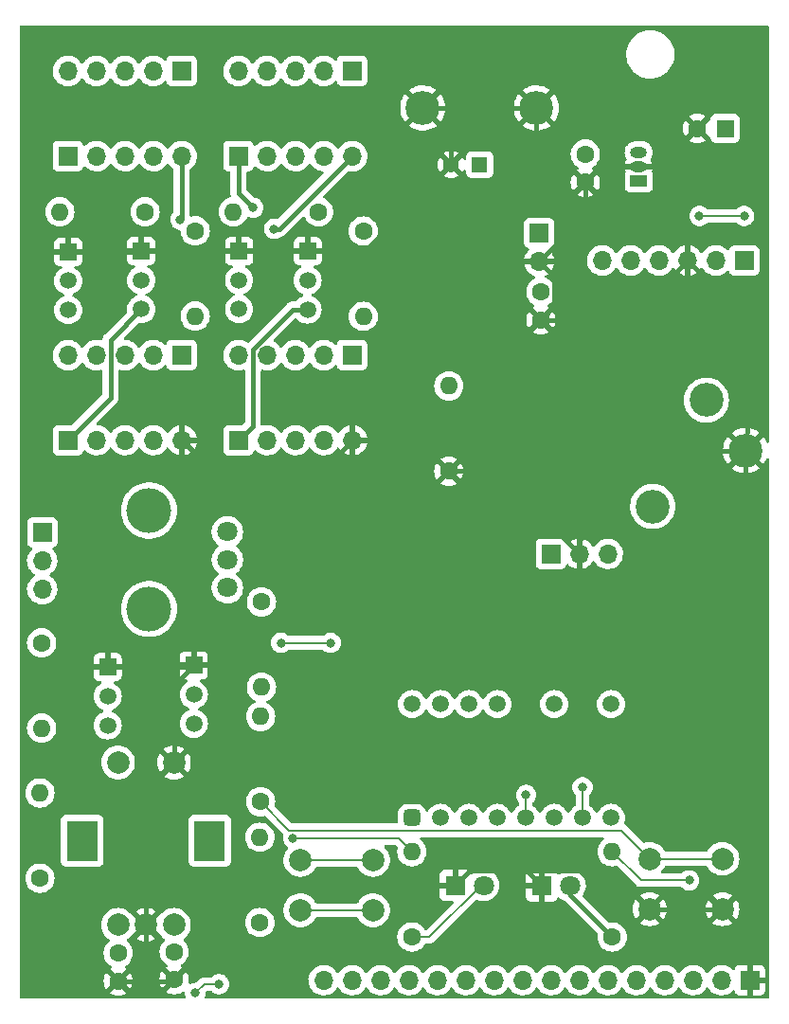
<source format=gbr>
%TF.GenerationSoftware,KiCad,Pcbnew,(6.0.7)*%
%TF.CreationDate,2023-03-08T11:17:01-08:00*%
%TF.ProjectId,Relay_LED,52656c61-795f-44c4-9544-2e6b69636164,rev?*%
%TF.SameCoordinates,Original*%
%TF.FileFunction,Copper,L2,Bot*%
%TF.FilePolarity,Positive*%
%FSLAX46Y46*%
G04 Gerber Fmt 4.6, Leading zero omitted, Abs format (unit mm)*
G04 Created by KiCad (PCBNEW (6.0.7)) date 2023-03-08 11:17:01*
%MOMM*%
%LPD*%
G01*
G04 APERTURE LIST*
G04 Aperture macros list*
%AMRoundRect*
0 Rectangle with rounded corners*
0 $1 Rounding radius*
0 $2 $3 $4 $5 $6 $7 $8 $9 X,Y pos of 4 corners*
0 Add a 4 corners polygon primitive as box body*
4,1,4,$2,$3,$4,$5,$6,$7,$8,$9,$2,$3,0*
0 Add four circle primitives for the rounded corners*
1,1,$1+$1,$2,$3*
1,1,$1+$1,$4,$5*
1,1,$1+$1,$6,$7*
1,1,$1+$1,$8,$9*
0 Add four rect primitives between the rounded corners*
20,1,$1+$1,$2,$3,$4,$5,0*
20,1,$1+$1,$4,$5,$6,$7,0*
20,1,$1+$1,$6,$7,$8,$9,0*
20,1,$1+$1,$8,$9,$2,$3,0*%
G04 Aperture macros list end*
%TA.AperFunction,ComponentPad*%
%ADD10C,2.000000*%
%TD*%
%TA.AperFunction,ComponentPad*%
%ADD11R,2.800000X3.600000*%
%TD*%
%TA.AperFunction,ComponentPad*%
%ADD12C,1.600000*%
%TD*%
%TA.AperFunction,ComponentPad*%
%ADD13O,1.600000X1.600000*%
%TD*%
%TA.AperFunction,WasherPad*%
%ADD14C,4.000000*%
%TD*%
%TA.AperFunction,ComponentPad*%
%ADD15C,1.800000*%
%TD*%
%TA.AperFunction,ComponentPad*%
%ADD16C,3.016000*%
%TD*%
%TA.AperFunction,ComponentPad*%
%ADD17R,1.700000X1.700000*%
%TD*%
%TA.AperFunction,ComponentPad*%
%ADD18O,1.700000X1.700000*%
%TD*%
%TA.AperFunction,ComponentPad*%
%ADD19R,1.500000X1.500000*%
%TD*%
%TA.AperFunction,ComponentPad*%
%ADD20C,1.500000*%
%TD*%
%TA.AperFunction,ComponentPad*%
%ADD21R,1.600000X1.600000*%
%TD*%
%TA.AperFunction,ComponentPad*%
%ADD22RoundRect,0.375000X0.375000X-0.375000X0.375000X0.375000X-0.375000X0.375000X-0.375000X-0.375000X0*%
%TD*%
%TA.AperFunction,ComponentPad*%
%ADD23R,1.800000X1.800000*%
%TD*%
%TA.AperFunction,ComponentPad*%
%ADD24R,1.398000X1.398000*%
%TD*%
%TA.AperFunction,ComponentPad*%
%ADD25C,1.398000*%
%TD*%
%TA.AperFunction,ComponentPad*%
%ADD26C,3.015000*%
%TD*%
%TA.AperFunction,ComponentPad*%
%ADD27R,1.500000X1.000000*%
%TD*%
%TA.AperFunction,ComponentPad*%
%ADD28O,1.500000X1.000000*%
%TD*%
%TA.AperFunction,ViaPad*%
%ADD29C,0.800000*%
%TD*%
%TA.AperFunction,Conductor*%
%ADD30C,0.400000*%
%TD*%
%TA.AperFunction,Conductor*%
%ADD31C,0.200000*%
%TD*%
G04 APERTURE END LIST*
D10*
%TO.P,S1,1*%
%TO.N,Net-(R7-Pad2)*%
X59725000Y-115900000D03*
%TO.P,S1,2*%
%TO.N,GND*%
X64725000Y-115900000D03*
D11*
%TO.P,S1,3*%
%TO.N,unconnected-(S1-Pad3)*%
X56525000Y-122900000D03*
X67925000Y-122900000D03*
D10*
%TO.P,S1,A,CH_A*%
%TO.N,ECa*%
X59725000Y-130400000D03*
%TO.P,S1,B,CH_B*%
%TO.N,ECb*%
X64725000Y-130400000D03*
%TO.P,S1,C,COM*%
%TO.N,GND*%
X62225000Y-130400000D03*
%TD*%
D12*
%TO.P,R3,1*%
%TO.N,20m*%
X72550000Y-101540000D03*
D13*
%TO.P,R3,2*%
%TO.N,Net-(Q1-Pad2)*%
X72550000Y-109160000D03*
%TD*%
D14*
%TO.P,R9,*%
%TO.N,*%
X62500000Y-102175000D03*
X62500000Y-93375000D03*
D15*
%TO.P,R9,1,1*%
%TO.N,Vol1*%
X69500000Y-95275000D03*
%TO.P,R9,2,2*%
%TO.N,Wiper*%
X69500000Y-97775000D03*
%TO.P,R9,3,3*%
%TO.N,Vol3*%
X69500000Y-100275000D03*
%TD*%
D16*
%TO.P,CON1,1,S*%
%TO.N,GND*%
X115825000Y-88007100D03*
%TO.P,CON1,2,T*%
%TO.N,Dit*%
X112325000Y-83507100D03*
%TO.P,CON1,3,R*%
%TO.N,Dah*%
X107525000Y-93007100D03*
%TD*%
D17*
%TO.P,J7,1,Pin_1*%
%TO.N,R2.7*%
X55260000Y-87090000D03*
D18*
%TO.P,J7,2,Pin_2*%
%TO.N,R2.8*%
X57800000Y-87090000D03*
%TO.P,J7,3,Pin_3*%
%TO.N,R2.9*%
X60340000Y-87090000D03*
%TO.P,J7,4,Pin_4*%
%TO.N,R2.10*%
X62880000Y-87090000D03*
%TO.P,J7,5,Pin_5*%
%TO.N,GND*%
X65420000Y-87090000D03*
%TD*%
D12*
%TO.P,C5,1*%
%TO.N,VDD*%
X101500000Y-61525000D03*
%TO.P,C5,2*%
%TO.N,GND*%
X101500000Y-64025000D03*
%TD*%
D17*
%TO.P,J13,1,Pin_1*%
%TO.N,VDD*%
X80645000Y-54080000D03*
D18*
%TO.P,J13,2,Pin_2*%
%TO.N,R3.3*%
X78105000Y-54080000D03*
%TO.P,J13,3,Pin_3*%
%TO.N,R3.4*%
X75565000Y-54080000D03*
%TO.P,J13,4,Pin_4*%
%TO.N,R3.5*%
X73025000Y-54080000D03*
%TO.P,J13,5,Pin_5*%
%TO.N,R3.6*%
X70485000Y-54080000D03*
%TD*%
D17*
%TO.P,J1,1,Pin_1*%
%TO.N,GND*%
X116200000Y-135350000D03*
D18*
%TO.P,J1,2,Pin_2*%
%TO.N,ECb*%
X113660000Y-135350000D03*
%TO.P,J1,3,Pin_3*%
%TO.N,ECa*%
X111120000Y-135350000D03*
%TO.P,J1,4,Pin_4*%
%TO.N,D1*%
X108580000Y-135350000D03*
%TO.P,J1,5,Pin_5*%
%TO.N,D2*%
X106040000Y-135350000D03*
%TO.P,J1,6,Pin_6*%
%TO.N,dp*%
X103500000Y-135350000D03*
%TO.P,J1,7,Pin_7*%
%TO.N,e*%
X100960000Y-135350000D03*
%TO.P,J1,8,Pin_8*%
%TO.N,d*%
X98420000Y-135350000D03*
%TO.P,J1,9,Pin_9*%
%TO.N,D4*%
X95880000Y-135350000D03*
%TO.P,J1,10,Pin_10*%
%TO.N,D3*%
X93340000Y-135350000D03*
%TO.P,J1,11,Pin_11*%
%TO.N,f*%
X90800000Y-135350000D03*
%TO.P,J1,12,Pin_12*%
%TO.N,c*%
X88260000Y-135350000D03*
%TO.P,J1,13,Pin_13*%
%TO.N,a*%
X85720000Y-135350000D03*
%TO.P,J1,14,Pin_14*%
%TO.N,g*%
X83180000Y-135350000D03*
%TO.P,J1,15,Pin_15*%
%TO.N,b*%
X80640000Y-135350000D03*
%TO.P,J1,16,Pin_16*%
%TO.N,SW*%
X78100000Y-135350000D03*
%TD*%
D12*
%TO.P,R10,1*%
%TO.N,R12s*%
X62150000Y-66675000D03*
D13*
%TO.P,R10,2*%
%TO.N,Net-(Q3-Pad2)*%
X54530000Y-66675000D03*
%TD*%
D17*
%TO.P,J2,1,Pin_1*%
%TO.N,VPP*%
X115700000Y-71025000D03*
D18*
%TO.P,J2,2,Pin_2*%
%TO.N,+5V*%
X113160000Y-71025000D03*
%TO.P,J2,3,Pin_3*%
%TO.N,GND*%
X110620000Y-71025000D03*
%TO.P,J2,4,Pin_4*%
%TO.N,ICSPDAT*%
X108080000Y-71025000D03*
%TO.P,J2,5,Pin_5*%
%TO.N,ICSPCLK*%
X105540000Y-71025000D03*
%TO.P,J2,6,Pin_6*%
%TO.N,unconnected-(J2-Pad6)*%
X103000000Y-71025000D03*
%TD*%
D12*
%TO.P,R8,1*%
%TO.N,GND*%
X89300000Y-89860000D03*
D13*
%TO.P,R8,2*%
%TO.N,Net-(R8-Pad2)*%
X89300000Y-82240000D03*
%TD*%
D17*
%TO.P,J12,1,Pin_1*%
%TO.N,R1.6*%
X65410000Y-79480000D03*
D18*
%TO.P,J12,2,Pin_2*%
%TO.N,R2.3*%
X62870000Y-79480000D03*
%TO.P,J12,3,Pin_3*%
%TO.N,R2.4*%
X60330000Y-79480000D03*
%TO.P,J12,4,Pin_4*%
%TO.N,R2.5*%
X57790000Y-79480000D03*
%TO.P,J12,5,Pin_5*%
%TO.N,R2.6*%
X55250000Y-79480000D03*
%TD*%
D17*
%TO.P,J8,1,Pin_1*%
%TO.N,R3.7*%
X70495000Y-61700000D03*
D18*
%TO.P,J8,2,Pin_2*%
%TO.N,R3.8*%
X73035000Y-61700000D03*
%TO.P,J8,3,Pin_3*%
%TO.N,R3.9*%
X75575000Y-61700000D03*
%TO.P,J8,4,Pin_4*%
%TO.N,R3.10*%
X78115000Y-61700000D03*
%TO.P,J8,5,Pin_5*%
%TO.N,R3.6*%
X80655000Y-61700000D03*
%TD*%
D12*
%TO.P,R13,1*%
%TO.N,R34r*%
X81650000Y-68400000D03*
D13*
%TO.P,R13,2*%
%TO.N,Net-(Q6-Pad2)*%
X81650000Y-76020000D03*
%TD*%
D12*
%TO.P,R4,1*%
%TO.N,15m*%
X52900000Y-105200000D03*
D13*
%TO.P,R4,2*%
%TO.N,Net-(Q2-Pad2)*%
X52900000Y-112820000D03*
%TD*%
D17*
%TO.P,J5,1,Pin_1*%
%TO.N,Cal*%
X97375000Y-68575000D03*
D18*
%TO.P,J5,2,Pin_2*%
%TO.N,GND*%
X97375000Y-71115000D03*
%TD*%
D19*
%TO.P,Q2,1,E*%
%TO.N,GND*%
X58800000Y-107375000D03*
D20*
%TO.P,Q2,2,B*%
%TO.N,Net-(Q2-Pad2)*%
X58800000Y-109975000D03*
%TO.P,Q2,3,C*%
%TO.N,Net-(Q2-Pad3)*%
X58800000Y-112575000D03*
%TD*%
D21*
%TO.P,C3,1*%
%TO.N,+5V*%
X114007380Y-59225000D03*
D12*
%TO.P,C3,2*%
%TO.N,GND*%
X111507380Y-59225000D03*
%TD*%
D17*
%TO.P,J9,1,Pin_1*%
%TO.N,R4.7*%
X70500000Y-87090000D03*
D18*
%TO.P,J9,2,Pin_2*%
%TO.N,R4.8*%
X73040000Y-87090000D03*
%TO.P,J9,3,Pin_3*%
%TO.N,R4.9*%
X75580000Y-87090000D03*
%TO.P,J9,4,Pin_4*%
%TO.N,R4.10*%
X78120000Y-87090000D03*
%TO.P,J9,5,Pin_5*%
%TO.N,GND*%
X80660000Y-87090000D03*
%TD*%
D17*
%TO.P,J4,1,Pin_1*%
%TO.N,Vol1*%
X52950000Y-95325000D03*
D18*
%TO.P,J4,2,Pin_2*%
%TO.N,Wiper*%
X52950000Y-97865000D03*
%TO.P,J4,3,Pin_3*%
%TO.N,Vol3*%
X52950000Y-100405000D03*
%TD*%
D12*
%TO.P,C2,1*%
%TO.N,ECa*%
X59750000Y-132925000D03*
%TO.P,C2,2*%
%TO.N,GND*%
X59750000Y-135425000D03*
%TD*%
%TO.P,R11,1*%
%TO.N,R12r*%
X66625000Y-68375000D03*
D13*
%TO.P,R11,2*%
%TO.N,Net-(Q4-Pad2)*%
X66625000Y-75995000D03*
%TD*%
D12*
%TO.P,R7,1*%
%TO.N,SW*%
X52750000Y-126235000D03*
D13*
%TO.P,R7,2*%
%TO.N,Net-(R7-Pad2)*%
X52750000Y-118615000D03*
%TD*%
D22*
%TO.P,DSP1,1,CA1*%
%TO.N,D1*%
X86010000Y-120847500D03*
D20*
%TO.P,DSP1,2,CA2*%
%TO.N,D2*%
X88550000Y-120847500D03*
%TO.P,DSP1,3,D*%
%TO.N,d*%
X91090000Y-120847500D03*
%TO.P,DSP1,4,CAL*%
%TO.N,unconnected-(DSP1-Pad4)*%
X93630000Y-120847500D03*
%TO.P,DSP1,5,E*%
%TO.N,e*%
X96170000Y-120847500D03*
%TO.P,DSP1,6,CA3*%
%TO.N,D3*%
X98710000Y-120847500D03*
%TO.P,DSP1,7,DP*%
%TO.N,dp*%
X101250000Y-120847500D03*
%TO.P,DSP1,8,CA4*%
%TO.N,D4*%
X103790000Y-120847500D03*
%TO.P,DSP1,9,NC*%
%TO.N,unconnected-(DSP1-Pad9)*%
X103790000Y-110687500D03*
%TO.P,DSP1,11,F*%
%TO.N,f*%
X98710000Y-110687500D03*
%TO.P,DSP1,13,C*%
%TO.N,c*%
X93630000Y-110687500D03*
%TO.P,DSP1,14,A*%
%TO.N,a*%
X91090000Y-110687500D03*
%TO.P,DSP1,15,G*%
%TO.N,g*%
X88550000Y-110687500D03*
%TO.P,DSP1,16,B*%
%TO.N,b*%
X86010000Y-110687500D03*
%TD*%
D19*
%TO.P,Q5,1,E*%
%TO.N,GND*%
X70550000Y-70175000D03*
D20*
%TO.P,Q5,2,B*%
%TO.N,Net-(Q5-Pad2)*%
X70550000Y-72775000D03*
%TO.P,Q5,3,C*%
%TO.N,R4.6*%
X70550000Y-75375000D03*
%TD*%
D10*
%TO.P,SW2,1,1*%
%TO.N,Net-(R8-Pad2)*%
X82525000Y-124600000D03*
X76025000Y-124600000D03*
%TO.P,SW2,2,2*%
%TO.N,+5V*%
X82525000Y-129100000D03*
X76025000Y-129100000D03*
%TD*%
D12*
%TO.P,R12,1*%
%TO.N,R34s*%
X77650000Y-66675000D03*
D13*
%TO.P,R12,2*%
%TO.N,Net-(Q5-Pad2)*%
X70030000Y-66675000D03*
%TD*%
D23*
%TO.P,D2,1,K*%
%TO.N,GND*%
X97600000Y-126925000D03*
D15*
%TO.P,D2,2,A*%
%TO.N,Net-(D2-Pad2)*%
X100140000Y-126925000D03*
%TD*%
D24*
%TO.P,J10,1,1*%
%TO.N,R1.9*%
X92050000Y-62466500D03*
D25*
%TO.P,J10,2,2*%
%TO.N,GND*%
X89510000Y-62466500D03*
D26*
%TO.P,J10,P1,SHIELD*%
X86970000Y-57386500D03*
%TO.P,J10,P2,SHIELD*%
X97130000Y-57386500D03*
%TD*%
D12*
%TO.P,C1,1*%
%TO.N,+5V*%
X97525000Y-73825000D03*
%TO.P,C1,2*%
%TO.N,GND*%
X97525000Y-76325000D03*
%TD*%
%TO.P,R5,1*%
%TO.N,SW*%
X72475000Y-119400000D03*
D13*
%TO.P,R5,2*%
%TO.N,Net-(Q1-Pad3)*%
X72475000Y-111780000D03*
%TD*%
D17*
%TO.P,J14,1,Pin_1*%
%TO.N,R3.6*%
X80650000Y-79480000D03*
D18*
%TO.P,J14,2,Pin_2*%
%TO.N,R4.3*%
X78110000Y-79480000D03*
%TO.P,J14,3,Pin_3*%
%TO.N,R4.4*%
X75570000Y-79480000D03*
%TO.P,J14,4,Pin_4*%
%TO.N,R4.5*%
X73030000Y-79480000D03*
%TO.P,J14,5,Pin_5*%
%TO.N,R4.6*%
X70490000Y-79480000D03*
%TD*%
D19*
%TO.P,Q3,1,E*%
%TO.N,GND*%
X55275000Y-70250000D03*
D20*
%TO.P,Q3,2,B*%
%TO.N,Net-(Q3-Pad2)*%
X55275000Y-72850000D03*
%TO.P,Q3,3,C*%
%TO.N,R2.6*%
X55275000Y-75450000D03*
%TD*%
D12*
%TO.P,C4,1*%
%TO.N,ECb*%
X64750000Y-132800000D03*
%TO.P,C4,2*%
%TO.N,GND*%
X64750000Y-135300000D03*
%TD*%
D27*
%TO.P,U2,1,OUT*%
%TO.N,+5V*%
X106275000Y-63920000D03*
D28*
%TO.P,U2,2,GND*%
%TO.N,GND*%
X106275000Y-62650000D03*
%TO.P,U2,3,IN*%
%TO.N,VDD*%
X106275000Y-61380000D03*
%TD*%
D10*
%TO.P,SW1,1,1*%
%TO.N,SW*%
X113750000Y-124500000D03*
X107250000Y-124500000D03*
%TO.P,SW1,2,2*%
%TO.N,GND*%
X107250000Y-129000000D03*
X113750000Y-129000000D03*
%TD*%
D12*
%TO.P,R2,1*%
%TO.N,Net-(D2-Pad2)*%
X103900000Y-131485000D03*
D13*
%TO.P,R2,2*%
%TO.N,15m*%
X103900000Y-123865000D03*
%TD*%
D23*
%TO.P,D1,1,K*%
%TO.N,GND*%
X89875000Y-126875000D03*
D15*
%TO.P,D1,2,A*%
%TO.N,Net-(D1-Pad2)*%
X92415000Y-126875000D03*
%TD*%
D17*
%TO.P,J3,1,Pin_1*%
%TO.N,Dit*%
X98425000Y-97250000D03*
D18*
%TO.P,J3,2,Pin_2*%
%TO.N,GND*%
X100965000Y-97250000D03*
%TO.P,J3,3,Pin_3*%
%TO.N,Dah*%
X103505000Y-97250000D03*
%TD*%
D12*
%TO.P,R6,1*%
%TO.N,SW*%
X72400000Y-130195000D03*
D13*
%TO.P,R6,2*%
%TO.N,Net-(Q2-Pad3)*%
X72400000Y-122575000D03*
%TD*%
D19*
%TO.P,Q1,1,E*%
%TO.N,GND*%
X66500000Y-107225000D03*
D20*
%TO.P,Q1,2,B*%
%TO.N,Net-(Q1-Pad2)*%
X66500000Y-109825000D03*
%TO.P,Q1,3,C*%
%TO.N,Net-(Q1-Pad3)*%
X66500000Y-112425000D03*
%TD*%
D17*
%TO.P,J11,1,Pin_1*%
%TO.N,VDD*%
X65405000Y-54080000D03*
D18*
%TO.P,J11,2,Pin_2*%
%TO.N,R1.3*%
X62865000Y-54080000D03*
%TO.P,J11,3,Pin_3*%
%TO.N,R1.4*%
X60325000Y-54080000D03*
%TO.P,J11,4,Pin_4*%
%TO.N,R1.5*%
X57785000Y-54080000D03*
%TO.P,J11,5,Pin_5*%
%TO.N,R1.6*%
X55245000Y-54080000D03*
%TD*%
D12*
%TO.P,R1,1*%
%TO.N,Net-(D1-Pad2)*%
X86000000Y-131485000D03*
D13*
%TO.P,R1,2*%
%TO.N,20m*%
X86000000Y-123865000D03*
%TD*%
D19*
%TO.P,Q6,1,E*%
%TO.N,GND*%
X76675000Y-70200000D03*
D20*
%TO.P,Q6,2,B*%
%TO.N,Net-(Q6-Pad2)*%
X76675000Y-72800000D03*
%TO.P,Q6,3,C*%
%TO.N,R4.7*%
X76675000Y-75400000D03*
%TD*%
D19*
%TO.P,Q4,1,E*%
%TO.N,GND*%
X61800000Y-70175000D03*
D20*
%TO.P,Q4,2,B*%
%TO.N,Net-(Q4-Pad2)*%
X61800000Y-72775000D03*
%TO.P,Q4,3,C*%
%TO.N,R2.7*%
X61800000Y-75375000D03*
%TD*%
D17*
%TO.P,J6,1,Pin_1*%
%TO.N,R1.7*%
X55255000Y-61700000D03*
D18*
%TO.P,J6,2,Pin_2*%
%TO.N,R1.8*%
X57795000Y-61700000D03*
%TO.P,J6,3,Pin_3*%
%TO.N,R1.9*%
X60335000Y-61700000D03*
%TO.P,J6,4,Pin_4*%
%TO.N,R1.10*%
X62875000Y-61700000D03*
%TO.P,J6,5,Pin_5*%
%TO.N,R1.6*%
X65415000Y-61700000D03*
%TD*%
D29*
%TO.N,ECa*%
X66625000Y-136500000D03*
X68750000Y-135700000D03*
%TO.N,R3.6*%
X73675000Y-68200000D03*
%TO.N,R3.7*%
X71817878Y-66307122D03*
%TO.N,R1.6*%
X65300000Y-67374500D03*
%TO.N,VPP*%
X111700000Y-67050000D03*
X115700000Y-67050000D03*
%TO.N,15m*%
X74300000Y-105200000D03*
X110775000Y-126425000D03*
X78725000Y-105200000D03*
%TO.N,20m*%
X75375000Y-122661485D03*
%TO.N,e*%
X96200000Y-118800000D03*
%TO.N,dp*%
X101250000Y-118100500D03*
%TD*%
D30*
%TO.N,R4.7*%
X76675000Y-75400000D02*
X75342233Y-75400000D01*
X71780000Y-85810000D02*
X70500000Y-87090000D01*
X75342233Y-75400000D02*
X71780000Y-78962233D01*
X71780000Y-78962233D02*
X71780000Y-85810000D01*
%TO.N,GND*%
X93575000Y-89860000D02*
X100965000Y-97250000D01*
X55275000Y-70250000D02*
X61725000Y-70250000D01*
X101500000Y-66990000D02*
X101500000Y-64025000D01*
X86970000Y-57386500D02*
X97130000Y-57386500D01*
X98725000Y-75125000D02*
X98725000Y-72465000D01*
X62225000Y-130400000D02*
X62225000Y-132775000D01*
X96250000Y-125575000D02*
X91175000Y-125575000D01*
X89510000Y-62466500D02*
X94590000Y-57386500D01*
X65420000Y-87090000D02*
X67630000Y-89300000D01*
X115825000Y-126925000D02*
X115825000Y-88007100D01*
X113750000Y-129000000D02*
X115825000Y-126925000D01*
X66500000Y-107225000D02*
X64725000Y-109000000D01*
X97525000Y-76325000D02*
X105320000Y-76325000D01*
X66500000Y-107225000D02*
X66500000Y-88170000D01*
X67630000Y-89300000D02*
X78450000Y-89300000D01*
X89510000Y-59926500D02*
X86970000Y-57386500D01*
X113750000Y-129000000D02*
X107250000Y-129000000D01*
X110620000Y-71025000D02*
X116000000Y-76405000D01*
X116200000Y-135350000D02*
X116200000Y-131450000D01*
X62225000Y-132775000D02*
X64750000Y-135300000D01*
X59750000Y-135425000D02*
X64625000Y-135425000D01*
X61800000Y-70175000D02*
X70550000Y-70175000D01*
X89300000Y-89860000D02*
X93575000Y-89860000D01*
X65750000Y-126875000D02*
X89875000Y-126875000D01*
X115825000Y-88007100D02*
X109005819Y-88007100D01*
X98725000Y-75125000D02*
X97525000Y-76325000D01*
X108082380Y-62650000D02*
X111507380Y-59225000D01*
X61725000Y-70250000D02*
X61800000Y-70175000D01*
X91175000Y-125575000D02*
X89875000Y-126875000D01*
X81776500Y-70200000D02*
X89510000Y-62466500D01*
X64625000Y-135425000D02*
X64750000Y-135300000D01*
X116200000Y-131450000D02*
X113750000Y-129000000D01*
X116000000Y-76405000D02*
X116000000Y-86325000D01*
X97130000Y-57386500D02*
X97130000Y-59655000D01*
X97375000Y-71115000D02*
X101500000Y-66990000D01*
X100965000Y-96047919D02*
X100965000Y-97250000D01*
X62225000Y-118400000D02*
X64725000Y-115900000D01*
X62225000Y-130400000D02*
X65750000Y-126875000D01*
X76650000Y-70175000D02*
X76675000Y-70200000D01*
X97600000Y-126925000D02*
X96250000Y-125575000D01*
X98725000Y-72465000D02*
X97375000Y-71115000D01*
X76675000Y-70200000D02*
X81776500Y-70200000D01*
X97130000Y-59655000D02*
X101500000Y-64025000D01*
X70550000Y-70175000D02*
X76650000Y-70175000D01*
X62225000Y-130400000D02*
X62225000Y-118400000D01*
X107250000Y-129000000D02*
X103825000Y-125575000D01*
X102875000Y-62650000D02*
X106275000Y-62650000D01*
X106275000Y-62650000D02*
X108082380Y-62650000D01*
X80660000Y-87090000D02*
X86530000Y-87090000D01*
X101500000Y-64025000D02*
X102875000Y-62650000D01*
X94590000Y-57386500D02*
X97130000Y-57386500D01*
X109005819Y-88007100D02*
X100965000Y-96047919D01*
X64725000Y-109000000D02*
X64725000Y-115900000D01*
X89510000Y-62466500D02*
X89510000Y-59926500D01*
X66500000Y-88170000D02*
X65420000Y-87090000D01*
X105320000Y-76325000D02*
X110620000Y-71025000D01*
X58800000Y-107375000D02*
X66350000Y-107375000D01*
X78450000Y-89300000D02*
X80660000Y-87090000D01*
X86530000Y-87090000D02*
X89300000Y-89860000D01*
X66350000Y-107375000D02*
X66500000Y-107225000D01*
X103825000Y-125575000D02*
X96250000Y-125575000D01*
%TO.N,R2.7*%
X59050000Y-78125000D02*
X59050000Y-83300000D01*
X61800000Y-75375000D02*
X59050000Y-78125000D01*
X59050000Y-83300000D02*
X55260000Y-87090000D01*
D31*
%TO.N,+5V*%
X76025000Y-129100000D02*
X82525000Y-129100000D01*
%TO.N,ECa*%
X67425000Y-135700000D02*
X68750000Y-135700000D01*
X66625000Y-136500000D02*
X67425000Y-135700000D01*
D30*
%TO.N,R3.6*%
X73675000Y-68200000D02*
X74155000Y-68200000D01*
X74155000Y-68200000D02*
X80655000Y-61700000D01*
%TO.N,R3.7*%
X71817878Y-66307122D02*
X70495000Y-64984244D01*
X70495000Y-64984244D02*
X70495000Y-61700000D01*
%TO.N,R1.6*%
X65415000Y-67259500D02*
X65415000Y-61700000D01*
X65300000Y-67374500D02*
X65415000Y-67259500D01*
D31*
%TO.N,Net-(R8-Pad2)*%
X76025000Y-124600000D02*
X82525000Y-124600000D01*
%TO.N,VPP*%
X115700000Y-67050000D02*
X111700000Y-67050000D01*
%TO.N,15m*%
X106460000Y-126425000D02*
X110775000Y-126425000D01*
X78725000Y-105200000D02*
X74300000Y-105200000D01*
X103900000Y-123865000D02*
X106460000Y-126425000D01*
%TO.N,20m*%
X75375000Y-122661485D02*
X84796485Y-122661485D01*
X84796485Y-122661485D02*
X86000000Y-123865000D01*
%TO.N,Net-(D1-Pad2)*%
X86000000Y-131485000D02*
X87555000Y-131485000D01*
X87555000Y-131485000D02*
X92340000Y-126700000D01*
D30*
%TO.N,Net-(D2-Pad2)*%
X100140000Y-127725000D02*
X100140000Y-126925000D01*
X103900000Y-131485000D02*
X100140000Y-127725000D01*
D31*
%TO.N,e*%
X96200000Y-118800000D02*
X96170000Y-118830000D01*
X96170000Y-118830000D02*
X96170000Y-120847500D01*
%TO.N,dp*%
X101250000Y-118100500D02*
X101250000Y-120847500D01*
%TO.N,SW*%
X104711985Y-121961985D02*
X75036985Y-121961985D01*
X107250000Y-124500000D02*
X104711985Y-121961985D01*
X75036985Y-121961985D02*
X72475000Y-119400000D01*
X113750000Y-124500000D02*
X107250000Y-124500000D01*
%TD*%
%TA.AperFunction,Conductor*%
%TO.N,GND*%
G36*
X117883621Y-50028502D02*
G01*
X117930114Y-50082158D01*
X117941500Y-50134500D01*
X117941500Y-87211119D01*
X117921498Y-87279240D01*
X117867842Y-87325733D01*
X117797568Y-87335837D01*
X117732988Y-87306343D01*
X117696727Y-87253178D01*
X117680950Y-87208624D01*
X117677551Y-87200770D01*
X117555409Y-86964124D01*
X117550981Y-86956812D01*
X117430774Y-86785775D01*
X117420252Y-86777395D01*
X117406864Y-86784447D01*
X116197020Y-87994290D01*
X116189408Y-88008231D01*
X116189539Y-88010066D01*
X116193790Y-88016680D01*
X117406453Y-89229342D01*
X117418663Y-89236010D01*
X117430161Y-89227321D01*
X117528605Y-89093306D01*
X117533189Y-89086083D01*
X117660253Y-88852059D01*
X117663821Y-88844265D01*
X117697634Y-88754783D01*
X117740424Y-88698130D01*
X117807050Y-88673605D01*
X117876359Y-88688993D01*
X117926345Y-88739410D01*
X117941500Y-88799321D01*
X117941500Y-136865500D01*
X117921498Y-136933621D01*
X117867842Y-136980114D01*
X117815500Y-136991500D01*
X67593979Y-136991500D01*
X67525858Y-136971498D01*
X67479365Y-136917842D01*
X67469261Y-136847568D01*
X67474146Y-136826564D01*
X67509249Y-136718528D01*
X67518542Y-136689928D01*
X67521790Y-136659030D01*
X67537814Y-136506565D01*
X67538504Y-136500000D01*
X67538316Y-136498214D01*
X67557816Y-136431804D01*
X67574719Y-136410830D01*
X67640144Y-136345405D01*
X67702456Y-136311379D01*
X67729239Y-136308500D01*
X68019290Y-136308500D01*
X68087411Y-136328502D01*
X68112926Y-136350189D01*
X68138747Y-136378866D01*
X68148651Y-136386062D01*
X68241677Y-136453649D01*
X68293248Y-136491118D01*
X68299276Y-136493802D01*
X68299278Y-136493803D01*
X68363713Y-136522491D01*
X68467712Y-136568794D01*
X68561113Y-136588647D01*
X68648056Y-136607128D01*
X68648061Y-136607128D01*
X68654513Y-136608500D01*
X68845487Y-136608500D01*
X68851939Y-136607128D01*
X68851944Y-136607128D01*
X68938887Y-136588647D01*
X69032288Y-136568794D01*
X69136287Y-136522491D01*
X69200722Y-136493803D01*
X69200724Y-136493802D01*
X69206752Y-136491118D01*
X69361253Y-136378866D01*
X69378109Y-136360146D01*
X69484621Y-136241852D01*
X69484622Y-136241851D01*
X69489040Y-136236944D01*
X69584527Y-136071556D01*
X69643542Y-135889928D01*
X69649034Y-135837680D01*
X69662814Y-135706565D01*
X69663504Y-135700000D01*
X69660200Y-135668560D01*
X69644232Y-135516635D01*
X69644232Y-135516633D01*
X69643542Y-135510072D01*
X69584527Y-135328444D01*
X69577744Y-135316695D01*
X76737251Y-135316695D01*
X76737548Y-135321848D01*
X76737548Y-135321851D01*
X76749741Y-135533312D01*
X76750110Y-135539715D01*
X76751247Y-135544761D01*
X76751248Y-135544767D01*
X76765605Y-135608471D01*
X76799222Y-135757639D01*
X76831723Y-135837680D01*
X76877945Y-135951511D01*
X76883266Y-135964616D01*
X76934942Y-136048944D01*
X76997291Y-136150688D01*
X76999987Y-136155088D01*
X77146250Y-136323938D01*
X77318126Y-136466632D01*
X77511000Y-136579338D01*
X77719692Y-136659030D01*
X77724760Y-136660061D01*
X77724763Y-136660062D01*
X77832017Y-136681883D01*
X77938597Y-136703567D01*
X77943772Y-136703757D01*
X77943774Y-136703757D01*
X78156673Y-136711564D01*
X78156677Y-136711564D01*
X78161837Y-136711753D01*
X78166957Y-136711097D01*
X78166959Y-136711097D01*
X78378288Y-136684025D01*
X78378289Y-136684025D01*
X78383416Y-136683368D01*
X78388366Y-136681883D01*
X78592429Y-136620661D01*
X78592434Y-136620659D01*
X78597384Y-136619174D01*
X78797994Y-136520896D01*
X78979860Y-136391173D01*
X78988314Y-136382749D01*
X79120036Y-136251486D01*
X79138096Y-136233489D01*
X79197594Y-136150689D01*
X79268453Y-136052077D01*
X79269776Y-136053028D01*
X79316645Y-136009857D01*
X79386580Y-135997625D01*
X79452026Y-136025144D01*
X79479875Y-136056994D01*
X79539987Y-136155088D01*
X79686250Y-136323938D01*
X79858126Y-136466632D01*
X80051000Y-136579338D01*
X80259692Y-136659030D01*
X80264760Y-136660061D01*
X80264763Y-136660062D01*
X80372017Y-136681883D01*
X80478597Y-136703567D01*
X80483772Y-136703757D01*
X80483774Y-136703757D01*
X80696673Y-136711564D01*
X80696677Y-136711564D01*
X80701837Y-136711753D01*
X80706957Y-136711097D01*
X80706959Y-136711097D01*
X80918288Y-136684025D01*
X80918289Y-136684025D01*
X80923416Y-136683368D01*
X80928366Y-136681883D01*
X81132429Y-136620661D01*
X81132434Y-136620659D01*
X81137384Y-136619174D01*
X81337994Y-136520896D01*
X81519860Y-136391173D01*
X81528314Y-136382749D01*
X81660036Y-136251486D01*
X81678096Y-136233489D01*
X81737594Y-136150689D01*
X81808453Y-136052077D01*
X81809776Y-136053028D01*
X81856645Y-136009857D01*
X81926580Y-135997625D01*
X81992026Y-136025144D01*
X82019875Y-136056994D01*
X82079987Y-136155088D01*
X82226250Y-136323938D01*
X82398126Y-136466632D01*
X82591000Y-136579338D01*
X82799692Y-136659030D01*
X82804760Y-136660061D01*
X82804763Y-136660062D01*
X82912017Y-136681883D01*
X83018597Y-136703567D01*
X83023772Y-136703757D01*
X83023774Y-136703757D01*
X83236673Y-136711564D01*
X83236677Y-136711564D01*
X83241837Y-136711753D01*
X83246957Y-136711097D01*
X83246959Y-136711097D01*
X83458288Y-136684025D01*
X83458289Y-136684025D01*
X83463416Y-136683368D01*
X83468366Y-136681883D01*
X83672429Y-136620661D01*
X83672434Y-136620659D01*
X83677384Y-136619174D01*
X83877994Y-136520896D01*
X84059860Y-136391173D01*
X84068314Y-136382749D01*
X84200036Y-136251486D01*
X84218096Y-136233489D01*
X84277594Y-136150689D01*
X84348453Y-136052077D01*
X84349776Y-136053028D01*
X84396645Y-136009857D01*
X84466580Y-135997625D01*
X84532026Y-136025144D01*
X84559875Y-136056994D01*
X84619987Y-136155088D01*
X84766250Y-136323938D01*
X84938126Y-136466632D01*
X85131000Y-136579338D01*
X85339692Y-136659030D01*
X85344760Y-136660061D01*
X85344763Y-136660062D01*
X85452017Y-136681883D01*
X85558597Y-136703567D01*
X85563772Y-136703757D01*
X85563774Y-136703757D01*
X85776673Y-136711564D01*
X85776677Y-136711564D01*
X85781837Y-136711753D01*
X85786957Y-136711097D01*
X85786959Y-136711097D01*
X85998288Y-136684025D01*
X85998289Y-136684025D01*
X86003416Y-136683368D01*
X86008366Y-136681883D01*
X86212429Y-136620661D01*
X86212434Y-136620659D01*
X86217384Y-136619174D01*
X86417994Y-136520896D01*
X86599860Y-136391173D01*
X86608314Y-136382749D01*
X86740036Y-136251486D01*
X86758096Y-136233489D01*
X86817594Y-136150689D01*
X86888453Y-136052077D01*
X86889776Y-136053028D01*
X86936645Y-136009857D01*
X87006580Y-135997625D01*
X87072026Y-136025144D01*
X87099875Y-136056994D01*
X87159987Y-136155088D01*
X87306250Y-136323938D01*
X87478126Y-136466632D01*
X87671000Y-136579338D01*
X87879692Y-136659030D01*
X87884760Y-136660061D01*
X87884763Y-136660062D01*
X87992017Y-136681883D01*
X88098597Y-136703567D01*
X88103772Y-136703757D01*
X88103774Y-136703757D01*
X88316673Y-136711564D01*
X88316677Y-136711564D01*
X88321837Y-136711753D01*
X88326957Y-136711097D01*
X88326959Y-136711097D01*
X88538288Y-136684025D01*
X88538289Y-136684025D01*
X88543416Y-136683368D01*
X88548366Y-136681883D01*
X88752429Y-136620661D01*
X88752434Y-136620659D01*
X88757384Y-136619174D01*
X88957994Y-136520896D01*
X89139860Y-136391173D01*
X89148314Y-136382749D01*
X89280036Y-136251486D01*
X89298096Y-136233489D01*
X89357594Y-136150689D01*
X89428453Y-136052077D01*
X89429776Y-136053028D01*
X89476645Y-136009857D01*
X89546580Y-135997625D01*
X89612026Y-136025144D01*
X89639875Y-136056994D01*
X89699987Y-136155088D01*
X89846250Y-136323938D01*
X90018126Y-136466632D01*
X90211000Y-136579338D01*
X90419692Y-136659030D01*
X90424760Y-136660061D01*
X90424763Y-136660062D01*
X90532017Y-136681883D01*
X90638597Y-136703567D01*
X90643772Y-136703757D01*
X90643774Y-136703757D01*
X90856673Y-136711564D01*
X90856677Y-136711564D01*
X90861837Y-136711753D01*
X90866957Y-136711097D01*
X90866959Y-136711097D01*
X91078288Y-136684025D01*
X91078289Y-136684025D01*
X91083416Y-136683368D01*
X91088366Y-136681883D01*
X91292429Y-136620661D01*
X91292434Y-136620659D01*
X91297384Y-136619174D01*
X91497994Y-136520896D01*
X91679860Y-136391173D01*
X91688314Y-136382749D01*
X91820036Y-136251486D01*
X91838096Y-136233489D01*
X91897594Y-136150689D01*
X91968453Y-136052077D01*
X91969776Y-136053028D01*
X92016645Y-136009857D01*
X92086580Y-135997625D01*
X92152026Y-136025144D01*
X92179875Y-136056994D01*
X92239987Y-136155088D01*
X92386250Y-136323938D01*
X92558126Y-136466632D01*
X92751000Y-136579338D01*
X92959692Y-136659030D01*
X92964760Y-136660061D01*
X92964763Y-136660062D01*
X93072017Y-136681883D01*
X93178597Y-136703567D01*
X93183772Y-136703757D01*
X93183774Y-136703757D01*
X93396673Y-136711564D01*
X93396677Y-136711564D01*
X93401837Y-136711753D01*
X93406957Y-136711097D01*
X93406959Y-136711097D01*
X93618288Y-136684025D01*
X93618289Y-136684025D01*
X93623416Y-136683368D01*
X93628366Y-136681883D01*
X93832429Y-136620661D01*
X93832434Y-136620659D01*
X93837384Y-136619174D01*
X94037994Y-136520896D01*
X94219860Y-136391173D01*
X94228314Y-136382749D01*
X94360036Y-136251486D01*
X94378096Y-136233489D01*
X94437594Y-136150689D01*
X94508453Y-136052077D01*
X94509776Y-136053028D01*
X94556645Y-136009857D01*
X94626580Y-135997625D01*
X94692026Y-136025144D01*
X94719875Y-136056994D01*
X94779987Y-136155088D01*
X94926250Y-136323938D01*
X95098126Y-136466632D01*
X95291000Y-136579338D01*
X95499692Y-136659030D01*
X95504760Y-136660061D01*
X95504763Y-136660062D01*
X95612017Y-136681883D01*
X95718597Y-136703567D01*
X95723772Y-136703757D01*
X95723774Y-136703757D01*
X95936673Y-136711564D01*
X95936677Y-136711564D01*
X95941837Y-136711753D01*
X95946957Y-136711097D01*
X95946959Y-136711097D01*
X96158288Y-136684025D01*
X96158289Y-136684025D01*
X96163416Y-136683368D01*
X96168366Y-136681883D01*
X96372429Y-136620661D01*
X96372434Y-136620659D01*
X96377384Y-136619174D01*
X96577994Y-136520896D01*
X96759860Y-136391173D01*
X96768314Y-136382749D01*
X96900036Y-136251486D01*
X96918096Y-136233489D01*
X96977594Y-136150689D01*
X97048453Y-136052077D01*
X97049776Y-136053028D01*
X97096645Y-136009857D01*
X97166580Y-135997625D01*
X97232026Y-136025144D01*
X97259875Y-136056994D01*
X97319987Y-136155088D01*
X97466250Y-136323938D01*
X97638126Y-136466632D01*
X97831000Y-136579338D01*
X98039692Y-136659030D01*
X98044760Y-136660061D01*
X98044763Y-136660062D01*
X98152017Y-136681883D01*
X98258597Y-136703567D01*
X98263772Y-136703757D01*
X98263774Y-136703757D01*
X98476673Y-136711564D01*
X98476677Y-136711564D01*
X98481837Y-136711753D01*
X98486957Y-136711097D01*
X98486959Y-136711097D01*
X98698288Y-136684025D01*
X98698289Y-136684025D01*
X98703416Y-136683368D01*
X98708366Y-136681883D01*
X98912429Y-136620661D01*
X98912434Y-136620659D01*
X98917384Y-136619174D01*
X99117994Y-136520896D01*
X99299860Y-136391173D01*
X99308314Y-136382749D01*
X99440036Y-136251486D01*
X99458096Y-136233489D01*
X99517594Y-136150689D01*
X99588453Y-136052077D01*
X99589776Y-136053028D01*
X99636645Y-136009857D01*
X99706580Y-135997625D01*
X99772026Y-136025144D01*
X99799875Y-136056994D01*
X99859987Y-136155088D01*
X100006250Y-136323938D01*
X100178126Y-136466632D01*
X100371000Y-136579338D01*
X100579692Y-136659030D01*
X100584760Y-136660061D01*
X100584763Y-136660062D01*
X100692017Y-136681883D01*
X100798597Y-136703567D01*
X100803772Y-136703757D01*
X100803774Y-136703757D01*
X101016673Y-136711564D01*
X101016677Y-136711564D01*
X101021837Y-136711753D01*
X101026957Y-136711097D01*
X101026959Y-136711097D01*
X101238288Y-136684025D01*
X101238289Y-136684025D01*
X101243416Y-136683368D01*
X101248366Y-136681883D01*
X101452429Y-136620661D01*
X101452434Y-136620659D01*
X101457384Y-136619174D01*
X101657994Y-136520896D01*
X101839860Y-136391173D01*
X101848314Y-136382749D01*
X101980036Y-136251486D01*
X101998096Y-136233489D01*
X102057594Y-136150689D01*
X102128453Y-136052077D01*
X102129776Y-136053028D01*
X102176645Y-136009857D01*
X102246580Y-135997625D01*
X102312026Y-136025144D01*
X102339875Y-136056994D01*
X102399987Y-136155088D01*
X102546250Y-136323938D01*
X102718126Y-136466632D01*
X102911000Y-136579338D01*
X103119692Y-136659030D01*
X103124760Y-136660061D01*
X103124763Y-136660062D01*
X103232017Y-136681883D01*
X103338597Y-136703567D01*
X103343772Y-136703757D01*
X103343774Y-136703757D01*
X103556673Y-136711564D01*
X103556677Y-136711564D01*
X103561837Y-136711753D01*
X103566957Y-136711097D01*
X103566959Y-136711097D01*
X103778288Y-136684025D01*
X103778289Y-136684025D01*
X103783416Y-136683368D01*
X103788366Y-136681883D01*
X103992429Y-136620661D01*
X103992434Y-136620659D01*
X103997384Y-136619174D01*
X104197994Y-136520896D01*
X104379860Y-136391173D01*
X104388314Y-136382749D01*
X104520036Y-136251486D01*
X104538096Y-136233489D01*
X104597594Y-136150689D01*
X104668453Y-136052077D01*
X104669776Y-136053028D01*
X104716645Y-136009857D01*
X104786580Y-135997625D01*
X104852026Y-136025144D01*
X104879875Y-136056994D01*
X104939987Y-136155088D01*
X105086250Y-136323938D01*
X105258126Y-136466632D01*
X105451000Y-136579338D01*
X105659692Y-136659030D01*
X105664760Y-136660061D01*
X105664763Y-136660062D01*
X105772017Y-136681883D01*
X105878597Y-136703567D01*
X105883772Y-136703757D01*
X105883774Y-136703757D01*
X106096673Y-136711564D01*
X106096677Y-136711564D01*
X106101837Y-136711753D01*
X106106957Y-136711097D01*
X106106959Y-136711097D01*
X106318288Y-136684025D01*
X106318289Y-136684025D01*
X106323416Y-136683368D01*
X106328366Y-136681883D01*
X106532429Y-136620661D01*
X106532434Y-136620659D01*
X106537384Y-136619174D01*
X106737994Y-136520896D01*
X106919860Y-136391173D01*
X106928314Y-136382749D01*
X107060036Y-136251486D01*
X107078096Y-136233489D01*
X107137594Y-136150689D01*
X107208453Y-136052077D01*
X107209776Y-136053028D01*
X107256645Y-136009857D01*
X107326580Y-135997625D01*
X107392026Y-136025144D01*
X107419875Y-136056994D01*
X107479987Y-136155088D01*
X107626250Y-136323938D01*
X107798126Y-136466632D01*
X107991000Y-136579338D01*
X108199692Y-136659030D01*
X108204760Y-136660061D01*
X108204763Y-136660062D01*
X108312017Y-136681883D01*
X108418597Y-136703567D01*
X108423772Y-136703757D01*
X108423774Y-136703757D01*
X108636673Y-136711564D01*
X108636677Y-136711564D01*
X108641837Y-136711753D01*
X108646957Y-136711097D01*
X108646959Y-136711097D01*
X108858288Y-136684025D01*
X108858289Y-136684025D01*
X108863416Y-136683368D01*
X108868366Y-136681883D01*
X109072429Y-136620661D01*
X109072434Y-136620659D01*
X109077384Y-136619174D01*
X109277994Y-136520896D01*
X109459860Y-136391173D01*
X109468314Y-136382749D01*
X109600036Y-136251486D01*
X109618096Y-136233489D01*
X109677594Y-136150689D01*
X109748453Y-136052077D01*
X109749776Y-136053028D01*
X109796645Y-136009857D01*
X109866580Y-135997625D01*
X109932026Y-136025144D01*
X109959875Y-136056994D01*
X110019987Y-136155088D01*
X110166250Y-136323938D01*
X110338126Y-136466632D01*
X110531000Y-136579338D01*
X110739692Y-136659030D01*
X110744760Y-136660061D01*
X110744763Y-136660062D01*
X110852017Y-136681883D01*
X110958597Y-136703567D01*
X110963772Y-136703757D01*
X110963774Y-136703757D01*
X111176673Y-136711564D01*
X111176677Y-136711564D01*
X111181837Y-136711753D01*
X111186957Y-136711097D01*
X111186959Y-136711097D01*
X111398288Y-136684025D01*
X111398289Y-136684025D01*
X111403416Y-136683368D01*
X111408366Y-136681883D01*
X111612429Y-136620661D01*
X111612434Y-136620659D01*
X111617384Y-136619174D01*
X111817994Y-136520896D01*
X111999860Y-136391173D01*
X112008314Y-136382749D01*
X112140036Y-136251486D01*
X112158096Y-136233489D01*
X112217594Y-136150689D01*
X112288453Y-136052077D01*
X112289776Y-136053028D01*
X112336645Y-136009857D01*
X112406580Y-135997625D01*
X112472026Y-136025144D01*
X112499875Y-136056994D01*
X112559987Y-136155088D01*
X112706250Y-136323938D01*
X112878126Y-136466632D01*
X113071000Y-136579338D01*
X113279692Y-136659030D01*
X113284760Y-136660061D01*
X113284763Y-136660062D01*
X113392017Y-136681883D01*
X113498597Y-136703567D01*
X113503772Y-136703757D01*
X113503774Y-136703757D01*
X113716673Y-136711564D01*
X113716677Y-136711564D01*
X113721837Y-136711753D01*
X113726957Y-136711097D01*
X113726959Y-136711097D01*
X113938288Y-136684025D01*
X113938289Y-136684025D01*
X113943416Y-136683368D01*
X113948366Y-136681883D01*
X114152429Y-136620661D01*
X114152434Y-136620659D01*
X114157384Y-136619174D01*
X114357994Y-136520896D01*
X114539860Y-136391173D01*
X114548314Y-136382749D01*
X114648479Y-136282933D01*
X114710851Y-136249017D01*
X114781658Y-136254205D01*
X114838419Y-136296851D01*
X114855401Y-136327954D01*
X114896676Y-136438054D01*
X114905214Y-136453649D01*
X114981715Y-136555724D01*
X114994276Y-136568285D01*
X115096351Y-136644786D01*
X115111946Y-136653324D01*
X115232394Y-136698478D01*
X115247649Y-136702105D01*
X115298514Y-136707631D01*
X115305328Y-136708000D01*
X115927885Y-136708000D01*
X115943124Y-136703525D01*
X115944329Y-136702135D01*
X115946000Y-136694452D01*
X115946000Y-136689884D01*
X116454000Y-136689884D01*
X116458475Y-136705123D01*
X116459865Y-136706328D01*
X116467548Y-136707999D01*
X117094669Y-136707999D01*
X117101490Y-136707629D01*
X117152352Y-136702105D01*
X117167604Y-136698479D01*
X117288054Y-136653324D01*
X117303649Y-136644786D01*
X117405724Y-136568285D01*
X117418285Y-136555724D01*
X117494786Y-136453649D01*
X117503324Y-136438054D01*
X117548478Y-136317606D01*
X117552105Y-136302351D01*
X117557631Y-136251486D01*
X117558000Y-136244672D01*
X117558000Y-135622115D01*
X117553525Y-135606876D01*
X117552135Y-135605671D01*
X117544452Y-135604000D01*
X116472115Y-135604000D01*
X116456876Y-135608475D01*
X116455671Y-135609865D01*
X116454000Y-135617548D01*
X116454000Y-136689884D01*
X115946000Y-136689884D01*
X115946000Y-135077885D01*
X116454000Y-135077885D01*
X116458475Y-135093124D01*
X116459865Y-135094329D01*
X116467548Y-135096000D01*
X117539884Y-135096000D01*
X117555123Y-135091525D01*
X117556328Y-135090135D01*
X117557999Y-135082452D01*
X117557999Y-134455331D01*
X117557629Y-134448510D01*
X117552105Y-134397648D01*
X117548479Y-134382396D01*
X117503324Y-134261946D01*
X117494786Y-134246351D01*
X117418285Y-134144276D01*
X117405724Y-134131715D01*
X117303649Y-134055214D01*
X117288054Y-134046676D01*
X117167606Y-134001522D01*
X117152351Y-133997895D01*
X117101486Y-133992369D01*
X117094672Y-133992000D01*
X116472115Y-133992000D01*
X116456876Y-133996475D01*
X116455671Y-133997865D01*
X116454000Y-134005548D01*
X116454000Y-135077885D01*
X115946000Y-135077885D01*
X115946000Y-134010116D01*
X115941525Y-133994877D01*
X115940135Y-133993672D01*
X115932452Y-133992001D01*
X115305331Y-133992001D01*
X115298510Y-133992371D01*
X115247648Y-133997895D01*
X115232396Y-134001521D01*
X115111946Y-134046676D01*
X115096351Y-134055214D01*
X114994276Y-134131715D01*
X114981715Y-134144276D01*
X114905214Y-134246351D01*
X114896676Y-134261946D01*
X114855297Y-134372322D01*
X114812655Y-134429087D01*
X114746093Y-134453786D01*
X114676744Y-134438578D01*
X114644121Y-134412891D01*
X114593151Y-134356876D01*
X114593145Y-134356870D01*
X114589670Y-134353051D01*
X114585619Y-134349852D01*
X114585615Y-134349848D01*
X114418414Y-134217800D01*
X114418410Y-134217798D01*
X114414359Y-134214598D01*
X114218789Y-134106638D01*
X114213920Y-134104914D01*
X114213916Y-134104912D01*
X114013087Y-134033795D01*
X114013083Y-134033794D01*
X114008212Y-134032069D01*
X114003119Y-134031162D01*
X114003116Y-134031161D01*
X113793373Y-133993800D01*
X113793367Y-133993799D01*
X113788284Y-133992894D01*
X113714452Y-133991992D01*
X113570081Y-133990228D01*
X113570079Y-133990228D01*
X113564911Y-133990165D01*
X113344091Y-134023955D01*
X113131756Y-134093357D01*
X113103575Y-134108027D01*
X112992084Y-134166066D01*
X112933607Y-134196507D01*
X112929474Y-134199610D01*
X112929471Y-134199612D01*
X112759128Y-134327509D01*
X112754965Y-134330635D01*
X112600629Y-134492138D01*
X112493201Y-134649621D01*
X112438293Y-134694621D01*
X112367768Y-134702792D01*
X112304021Y-134671538D01*
X112283324Y-134647054D01*
X112202822Y-134522617D01*
X112202820Y-134522614D01*
X112200014Y-134518277D01*
X112049670Y-134353051D01*
X112045619Y-134349852D01*
X112045615Y-134349848D01*
X111878414Y-134217800D01*
X111878410Y-134217798D01*
X111874359Y-134214598D01*
X111678789Y-134106638D01*
X111673920Y-134104914D01*
X111673916Y-134104912D01*
X111473087Y-134033795D01*
X111473083Y-134033794D01*
X111468212Y-134032069D01*
X111463119Y-134031162D01*
X111463116Y-134031161D01*
X111253373Y-133993800D01*
X111253367Y-133993799D01*
X111248284Y-133992894D01*
X111174452Y-133991992D01*
X111030081Y-133990228D01*
X111030079Y-133990228D01*
X111024911Y-133990165D01*
X110804091Y-134023955D01*
X110591756Y-134093357D01*
X110563575Y-134108027D01*
X110452084Y-134166066D01*
X110393607Y-134196507D01*
X110389474Y-134199610D01*
X110389471Y-134199612D01*
X110219128Y-134327509D01*
X110214965Y-134330635D01*
X110060629Y-134492138D01*
X109953201Y-134649621D01*
X109898293Y-134694621D01*
X109827768Y-134702792D01*
X109764021Y-134671538D01*
X109743324Y-134647054D01*
X109662822Y-134522617D01*
X109662820Y-134522614D01*
X109660014Y-134518277D01*
X109509670Y-134353051D01*
X109505619Y-134349852D01*
X109505615Y-134349848D01*
X109338414Y-134217800D01*
X109338410Y-134217798D01*
X109334359Y-134214598D01*
X109138789Y-134106638D01*
X109133920Y-134104914D01*
X109133916Y-134104912D01*
X108933087Y-134033795D01*
X108933083Y-134033794D01*
X108928212Y-134032069D01*
X108923119Y-134031162D01*
X108923116Y-134031161D01*
X108713373Y-133993800D01*
X108713367Y-133993799D01*
X108708284Y-133992894D01*
X108634452Y-133991992D01*
X108490081Y-133990228D01*
X108490079Y-133990228D01*
X108484911Y-133990165D01*
X108264091Y-134023955D01*
X108051756Y-134093357D01*
X108023575Y-134108027D01*
X107912084Y-134166066D01*
X107853607Y-134196507D01*
X107849474Y-134199610D01*
X107849471Y-134199612D01*
X107679128Y-134327509D01*
X107674965Y-134330635D01*
X107520629Y-134492138D01*
X107413201Y-134649621D01*
X107358293Y-134694621D01*
X107287768Y-134702792D01*
X107224021Y-134671538D01*
X107203324Y-134647054D01*
X107122822Y-134522617D01*
X107122820Y-134522614D01*
X107120014Y-134518277D01*
X106969670Y-134353051D01*
X106965619Y-134349852D01*
X106965615Y-134349848D01*
X106798414Y-134217800D01*
X106798410Y-134217798D01*
X106794359Y-134214598D01*
X106598789Y-134106638D01*
X106593920Y-134104914D01*
X106593916Y-134104912D01*
X106393087Y-134033795D01*
X106393083Y-134033794D01*
X106388212Y-134032069D01*
X106383119Y-134031162D01*
X106383116Y-134031161D01*
X106173373Y-133993800D01*
X106173367Y-133993799D01*
X106168284Y-133992894D01*
X106094452Y-133991992D01*
X105950081Y-133990228D01*
X105950079Y-133990228D01*
X105944911Y-133990165D01*
X105724091Y-134023955D01*
X105511756Y-134093357D01*
X105483575Y-134108027D01*
X105372084Y-134166066D01*
X105313607Y-134196507D01*
X105309474Y-134199610D01*
X105309471Y-134199612D01*
X105139128Y-134327509D01*
X105134965Y-134330635D01*
X104980629Y-134492138D01*
X104873201Y-134649621D01*
X104818293Y-134694621D01*
X104747768Y-134702792D01*
X104684021Y-134671538D01*
X104663324Y-134647054D01*
X104582822Y-134522617D01*
X104582820Y-134522614D01*
X104580014Y-134518277D01*
X104429670Y-134353051D01*
X104425619Y-134349852D01*
X104425615Y-134349848D01*
X104258414Y-134217800D01*
X104258410Y-134217798D01*
X104254359Y-134214598D01*
X104058789Y-134106638D01*
X104053920Y-134104914D01*
X104053916Y-134104912D01*
X103853087Y-134033795D01*
X103853083Y-134033794D01*
X103848212Y-134032069D01*
X103843119Y-134031162D01*
X103843116Y-134031161D01*
X103633373Y-133993800D01*
X103633367Y-133993799D01*
X103628284Y-133992894D01*
X103554452Y-133991992D01*
X103410081Y-133990228D01*
X103410079Y-133990228D01*
X103404911Y-133990165D01*
X103184091Y-134023955D01*
X102971756Y-134093357D01*
X102943575Y-134108027D01*
X102832084Y-134166066D01*
X102773607Y-134196507D01*
X102769474Y-134199610D01*
X102769471Y-134199612D01*
X102599128Y-134327509D01*
X102594965Y-134330635D01*
X102440629Y-134492138D01*
X102333201Y-134649621D01*
X102278293Y-134694621D01*
X102207768Y-134702792D01*
X102144021Y-134671538D01*
X102123324Y-134647054D01*
X102042822Y-134522617D01*
X102042820Y-134522614D01*
X102040014Y-134518277D01*
X101889670Y-134353051D01*
X101885619Y-134349852D01*
X101885615Y-134349848D01*
X101718414Y-134217800D01*
X101718410Y-134217798D01*
X101714359Y-134214598D01*
X101518789Y-134106638D01*
X101513920Y-134104914D01*
X101513916Y-134104912D01*
X101313087Y-134033795D01*
X101313083Y-134033794D01*
X101308212Y-134032069D01*
X101303119Y-134031162D01*
X101303116Y-134031161D01*
X101093373Y-133993800D01*
X101093367Y-133993799D01*
X101088284Y-133992894D01*
X101014452Y-133991992D01*
X100870081Y-133990228D01*
X100870079Y-133990228D01*
X100864911Y-133990165D01*
X100644091Y-134023955D01*
X100431756Y-134093357D01*
X100403575Y-134108027D01*
X100292084Y-134166066D01*
X100233607Y-134196507D01*
X100229474Y-134199610D01*
X100229471Y-134199612D01*
X100059128Y-134327509D01*
X100054965Y-134330635D01*
X99900629Y-134492138D01*
X99793201Y-134649621D01*
X99738293Y-134694621D01*
X99667768Y-134702792D01*
X99604021Y-134671538D01*
X99583324Y-134647054D01*
X99502822Y-134522617D01*
X99502820Y-134522614D01*
X99500014Y-134518277D01*
X99349670Y-134353051D01*
X99345619Y-134349852D01*
X99345615Y-134349848D01*
X99178414Y-134217800D01*
X99178410Y-134217798D01*
X99174359Y-134214598D01*
X98978789Y-134106638D01*
X98973920Y-134104914D01*
X98973916Y-134104912D01*
X98773087Y-134033795D01*
X98773083Y-134033794D01*
X98768212Y-134032069D01*
X98763119Y-134031162D01*
X98763116Y-134031161D01*
X98553373Y-133993800D01*
X98553367Y-133993799D01*
X98548284Y-133992894D01*
X98474452Y-133991992D01*
X98330081Y-133990228D01*
X98330079Y-133990228D01*
X98324911Y-133990165D01*
X98104091Y-134023955D01*
X97891756Y-134093357D01*
X97863575Y-134108027D01*
X97752084Y-134166066D01*
X97693607Y-134196507D01*
X97689474Y-134199610D01*
X97689471Y-134199612D01*
X97519128Y-134327509D01*
X97514965Y-134330635D01*
X97360629Y-134492138D01*
X97253201Y-134649621D01*
X97198293Y-134694621D01*
X97127768Y-134702792D01*
X97064021Y-134671538D01*
X97043324Y-134647054D01*
X96962822Y-134522617D01*
X96962820Y-134522614D01*
X96960014Y-134518277D01*
X96809670Y-134353051D01*
X96805619Y-134349852D01*
X96805615Y-134349848D01*
X96638414Y-134217800D01*
X96638410Y-134217798D01*
X96634359Y-134214598D01*
X96438789Y-134106638D01*
X96433920Y-134104914D01*
X96433916Y-134104912D01*
X96233087Y-134033795D01*
X96233083Y-134033794D01*
X96228212Y-134032069D01*
X96223119Y-134031162D01*
X96223116Y-134031161D01*
X96013373Y-133993800D01*
X96013367Y-133993799D01*
X96008284Y-133992894D01*
X95934452Y-133991992D01*
X95790081Y-133990228D01*
X95790079Y-133990228D01*
X95784911Y-133990165D01*
X95564091Y-134023955D01*
X95351756Y-134093357D01*
X95323575Y-134108027D01*
X95212084Y-134166066D01*
X95153607Y-134196507D01*
X95149474Y-134199610D01*
X95149471Y-134199612D01*
X94979128Y-134327509D01*
X94974965Y-134330635D01*
X94820629Y-134492138D01*
X94713201Y-134649621D01*
X94658293Y-134694621D01*
X94587768Y-134702792D01*
X94524021Y-134671538D01*
X94503324Y-134647054D01*
X94422822Y-134522617D01*
X94422820Y-134522614D01*
X94420014Y-134518277D01*
X94269670Y-134353051D01*
X94265619Y-134349852D01*
X94265615Y-134349848D01*
X94098414Y-134217800D01*
X94098410Y-134217798D01*
X94094359Y-134214598D01*
X93898789Y-134106638D01*
X93893920Y-134104914D01*
X93893916Y-134104912D01*
X93693087Y-134033795D01*
X93693083Y-134033794D01*
X93688212Y-134032069D01*
X93683119Y-134031162D01*
X93683116Y-134031161D01*
X93473373Y-133993800D01*
X93473367Y-133993799D01*
X93468284Y-133992894D01*
X93394452Y-133991992D01*
X93250081Y-133990228D01*
X93250079Y-133990228D01*
X93244911Y-133990165D01*
X93024091Y-134023955D01*
X92811756Y-134093357D01*
X92783575Y-134108027D01*
X92672084Y-134166066D01*
X92613607Y-134196507D01*
X92609474Y-134199610D01*
X92609471Y-134199612D01*
X92439128Y-134327509D01*
X92434965Y-134330635D01*
X92280629Y-134492138D01*
X92173201Y-134649621D01*
X92118293Y-134694621D01*
X92047768Y-134702792D01*
X91984021Y-134671538D01*
X91963324Y-134647054D01*
X91882822Y-134522617D01*
X91882820Y-134522614D01*
X91880014Y-134518277D01*
X91729670Y-134353051D01*
X91725619Y-134349852D01*
X91725615Y-134349848D01*
X91558414Y-134217800D01*
X91558410Y-134217798D01*
X91554359Y-134214598D01*
X91358789Y-134106638D01*
X91353920Y-134104914D01*
X91353916Y-134104912D01*
X91153087Y-134033795D01*
X91153083Y-134033794D01*
X91148212Y-134032069D01*
X91143119Y-134031162D01*
X91143116Y-134031161D01*
X90933373Y-133993800D01*
X90933367Y-133993799D01*
X90928284Y-133992894D01*
X90854452Y-133991992D01*
X90710081Y-133990228D01*
X90710079Y-133990228D01*
X90704911Y-133990165D01*
X90484091Y-134023955D01*
X90271756Y-134093357D01*
X90243575Y-134108027D01*
X90132084Y-134166066D01*
X90073607Y-134196507D01*
X90069474Y-134199610D01*
X90069471Y-134199612D01*
X89899128Y-134327509D01*
X89894965Y-134330635D01*
X89740629Y-134492138D01*
X89633201Y-134649621D01*
X89578293Y-134694621D01*
X89507768Y-134702792D01*
X89444021Y-134671538D01*
X89423324Y-134647054D01*
X89342822Y-134522617D01*
X89342820Y-134522614D01*
X89340014Y-134518277D01*
X89189670Y-134353051D01*
X89185619Y-134349852D01*
X89185615Y-134349848D01*
X89018414Y-134217800D01*
X89018410Y-134217798D01*
X89014359Y-134214598D01*
X88818789Y-134106638D01*
X88813920Y-134104914D01*
X88813916Y-134104912D01*
X88613087Y-134033795D01*
X88613083Y-134033794D01*
X88608212Y-134032069D01*
X88603119Y-134031162D01*
X88603116Y-134031161D01*
X88393373Y-133993800D01*
X88393367Y-133993799D01*
X88388284Y-133992894D01*
X88314452Y-133991992D01*
X88170081Y-133990228D01*
X88170079Y-133990228D01*
X88164911Y-133990165D01*
X87944091Y-134023955D01*
X87731756Y-134093357D01*
X87703575Y-134108027D01*
X87592084Y-134166066D01*
X87533607Y-134196507D01*
X87529474Y-134199610D01*
X87529471Y-134199612D01*
X87359128Y-134327509D01*
X87354965Y-134330635D01*
X87200629Y-134492138D01*
X87093201Y-134649621D01*
X87038293Y-134694621D01*
X86967768Y-134702792D01*
X86904021Y-134671538D01*
X86883324Y-134647054D01*
X86802822Y-134522617D01*
X86802820Y-134522614D01*
X86800014Y-134518277D01*
X86649670Y-134353051D01*
X86645619Y-134349852D01*
X86645615Y-134349848D01*
X86478414Y-134217800D01*
X86478410Y-134217798D01*
X86474359Y-134214598D01*
X86278789Y-134106638D01*
X86273920Y-134104914D01*
X86273916Y-134104912D01*
X86073087Y-134033795D01*
X86073083Y-134033794D01*
X86068212Y-134032069D01*
X86063119Y-134031162D01*
X86063116Y-134031161D01*
X85853373Y-133993800D01*
X85853367Y-133993799D01*
X85848284Y-133992894D01*
X85774452Y-133991992D01*
X85630081Y-133990228D01*
X85630079Y-133990228D01*
X85624911Y-133990165D01*
X85404091Y-134023955D01*
X85191756Y-134093357D01*
X85163575Y-134108027D01*
X85052084Y-134166066D01*
X84993607Y-134196507D01*
X84989474Y-134199610D01*
X84989471Y-134199612D01*
X84819128Y-134327509D01*
X84814965Y-134330635D01*
X84660629Y-134492138D01*
X84553201Y-134649621D01*
X84498293Y-134694621D01*
X84427768Y-134702792D01*
X84364021Y-134671538D01*
X84343324Y-134647054D01*
X84262822Y-134522617D01*
X84262820Y-134522614D01*
X84260014Y-134518277D01*
X84109670Y-134353051D01*
X84105619Y-134349852D01*
X84105615Y-134349848D01*
X83938414Y-134217800D01*
X83938410Y-134217798D01*
X83934359Y-134214598D01*
X83738789Y-134106638D01*
X83733920Y-134104914D01*
X83733916Y-134104912D01*
X83533087Y-134033795D01*
X83533083Y-134033794D01*
X83528212Y-134032069D01*
X83523119Y-134031162D01*
X83523116Y-134031161D01*
X83313373Y-133993800D01*
X83313367Y-133993799D01*
X83308284Y-133992894D01*
X83234452Y-133991992D01*
X83090081Y-133990228D01*
X83090079Y-133990228D01*
X83084911Y-133990165D01*
X82864091Y-134023955D01*
X82651756Y-134093357D01*
X82623575Y-134108027D01*
X82512084Y-134166066D01*
X82453607Y-134196507D01*
X82449474Y-134199610D01*
X82449471Y-134199612D01*
X82279128Y-134327509D01*
X82274965Y-134330635D01*
X82120629Y-134492138D01*
X82013201Y-134649621D01*
X81958293Y-134694621D01*
X81887768Y-134702792D01*
X81824021Y-134671538D01*
X81803324Y-134647054D01*
X81722822Y-134522617D01*
X81722820Y-134522614D01*
X81720014Y-134518277D01*
X81569670Y-134353051D01*
X81565619Y-134349852D01*
X81565615Y-134349848D01*
X81398414Y-134217800D01*
X81398410Y-134217798D01*
X81394359Y-134214598D01*
X81198789Y-134106638D01*
X81193920Y-134104914D01*
X81193916Y-134104912D01*
X80993087Y-134033795D01*
X80993083Y-134033794D01*
X80988212Y-134032069D01*
X80983119Y-134031162D01*
X80983116Y-134031161D01*
X80773373Y-133993800D01*
X80773367Y-133993799D01*
X80768284Y-133992894D01*
X80694452Y-133991992D01*
X80550081Y-133990228D01*
X80550079Y-133990228D01*
X80544911Y-133990165D01*
X80324091Y-134023955D01*
X80111756Y-134093357D01*
X80083575Y-134108027D01*
X79972084Y-134166066D01*
X79913607Y-134196507D01*
X79909474Y-134199610D01*
X79909471Y-134199612D01*
X79739128Y-134327509D01*
X79734965Y-134330635D01*
X79580629Y-134492138D01*
X79473201Y-134649621D01*
X79418293Y-134694621D01*
X79347768Y-134702792D01*
X79284021Y-134671538D01*
X79263324Y-134647054D01*
X79182822Y-134522617D01*
X79182820Y-134522614D01*
X79180014Y-134518277D01*
X79029670Y-134353051D01*
X79025619Y-134349852D01*
X79025615Y-134349848D01*
X78858414Y-134217800D01*
X78858410Y-134217798D01*
X78854359Y-134214598D01*
X78658789Y-134106638D01*
X78653920Y-134104914D01*
X78653916Y-134104912D01*
X78453087Y-134033795D01*
X78453083Y-134033794D01*
X78448212Y-134032069D01*
X78443119Y-134031162D01*
X78443116Y-134031161D01*
X78233373Y-133993800D01*
X78233367Y-133993799D01*
X78228284Y-133992894D01*
X78154452Y-133991992D01*
X78010081Y-133990228D01*
X78010079Y-133990228D01*
X78004911Y-133990165D01*
X77784091Y-134023955D01*
X77571756Y-134093357D01*
X77543575Y-134108027D01*
X77432084Y-134166066D01*
X77373607Y-134196507D01*
X77369474Y-134199610D01*
X77369471Y-134199612D01*
X77199128Y-134327509D01*
X77194965Y-134330635D01*
X77040629Y-134492138D01*
X77037720Y-134496403D01*
X77037714Y-134496411D01*
X76975951Y-134586952D01*
X76914743Y-134676680D01*
X76897982Y-134712789D01*
X76843652Y-134829834D01*
X76820688Y-134879305D01*
X76760989Y-135094570D01*
X76737251Y-135316695D01*
X69577744Y-135316695D01*
X69570282Y-135303770D01*
X69505571Y-135191688D01*
X69489040Y-135163056D01*
X69432001Y-135099707D01*
X69365675Y-135026045D01*
X69365674Y-135026044D01*
X69361253Y-135021134D01*
X69206752Y-134908882D01*
X69200724Y-134906198D01*
X69200722Y-134906197D01*
X69038319Y-134833891D01*
X69038318Y-134833891D01*
X69032288Y-134831206D01*
X68938887Y-134811353D01*
X68851944Y-134792872D01*
X68851939Y-134792872D01*
X68845487Y-134791500D01*
X68654513Y-134791500D01*
X68648061Y-134792872D01*
X68648056Y-134792872D01*
X68561113Y-134811353D01*
X68467712Y-134831206D01*
X68461682Y-134833891D01*
X68461681Y-134833891D01*
X68299278Y-134906197D01*
X68299276Y-134906198D01*
X68293248Y-134908882D01*
X68287907Y-134912762D01*
X68287906Y-134912763D01*
X68160329Y-135005454D01*
X68138747Y-135021134D01*
X68134334Y-135026036D01*
X68134332Y-135026037D01*
X68112926Y-135049811D01*
X68052480Y-135087050D01*
X68019290Y-135091500D01*
X67473136Y-135091500D01*
X67456693Y-135090422D01*
X67425000Y-135086250D01*
X67416811Y-135087328D01*
X67385126Y-135091499D01*
X67385117Y-135091500D01*
X67385115Y-135091500D01*
X67385109Y-135091501D01*
X67385107Y-135091501D01*
X67285543Y-135104609D01*
X67274336Y-135106084D01*
X67274334Y-135106085D01*
X67266149Y-135107162D01*
X67118124Y-135168476D01*
X67087874Y-135191688D01*
X67022937Y-135241515D01*
X67022921Y-135241529D01*
X66997566Y-135260984D01*
X66997563Y-135260987D01*
X66991013Y-135266013D01*
X66985983Y-135272568D01*
X66971548Y-135291379D01*
X66960681Y-135303770D01*
X66709856Y-135554595D01*
X66647544Y-135588621D01*
X66620761Y-135591500D01*
X66529513Y-135591500D01*
X66523061Y-135592872D01*
X66523056Y-135592872D01*
X66449671Y-135608471D01*
X66342712Y-135631206D01*
X66212382Y-135689232D01*
X66142017Y-135698666D01*
X66077720Y-135668560D01*
X66039906Y-135608471D01*
X66039428Y-135541517D01*
X66041623Y-135533323D01*
X66043528Y-135522519D01*
X66062517Y-135305475D01*
X66062517Y-135294525D01*
X66043528Y-135077481D01*
X66041625Y-135066688D01*
X65985236Y-134856239D01*
X65981490Y-134845947D01*
X65889414Y-134648489D01*
X65883931Y-134638994D01*
X65847491Y-134586952D01*
X65837012Y-134578576D01*
X65823566Y-134585644D01*
X64034923Y-136374287D01*
X64028493Y-136386062D01*
X64037789Y-136398077D01*
X64088994Y-136433931D01*
X64098489Y-136439414D01*
X64295947Y-136531490D01*
X64306239Y-136535236D01*
X64516688Y-136591625D01*
X64527481Y-136593528D01*
X64744525Y-136612517D01*
X64755475Y-136612517D01*
X64972519Y-136593528D01*
X64983312Y-136591625D01*
X65193761Y-136535236D01*
X65204053Y-136531490D01*
X65401511Y-136439414D01*
X65411006Y-136433931D01*
X65516382Y-136360146D01*
X65583656Y-136337458D01*
X65652516Y-136354743D01*
X65701101Y-136406512D01*
X65713963Y-136476529D01*
X65711496Y-136500000D01*
X65712186Y-136506565D01*
X65728211Y-136659030D01*
X65731458Y-136689928D01*
X65740751Y-136718528D01*
X65775854Y-136826564D01*
X65777882Y-136897531D01*
X65741219Y-136958329D01*
X65677507Y-136989655D01*
X65656021Y-136991500D01*
X51084500Y-136991500D01*
X51016379Y-136971498D01*
X50969886Y-136917842D01*
X50958500Y-136865500D01*
X50958500Y-136511062D01*
X59028493Y-136511062D01*
X59037789Y-136523077D01*
X59088994Y-136558931D01*
X59098489Y-136564414D01*
X59295947Y-136656490D01*
X59306239Y-136660236D01*
X59516688Y-136716625D01*
X59527481Y-136718528D01*
X59744525Y-136737517D01*
X59755475Y-136737517D01*
X59972519Y-136718528D01*
X59983312Y-136716625D01*
X60193761Y-136660236D01*
X60204053Y-136656490D01*
X60401511Y-136564414D01*
X60411006Y-136558931D01*
X60463048Y-136522491D01*
X60471424Y-136512012D01*
X60464356Y-136498566D01*
X59762812Y-135797022D01*
X59748868Y-135789408D01*
X59747035Y-135789539D01*
X59740420Y-135793790D01*
X59034923Y-136499287D01*
X59028493Y-136511062D01*
X50958500Y-136511062D01*
X50958500Y-135430475D01*
X58437483Y-135430475D01*
X58456472Y-135647519D01*
X58458375Y-135658312D01*
X58514764Y-135868761D01*
X58518510Y-135879053D01*
X58610586Y-136076511D01*
X58616069Y-136086006D01*
X58652509Y-136138048D01*
X58662988Y-136146424D01*
X58676434Y-136139356D01*
X59377978Y-135437812D01*
X59384356Y-135426132D01*
X60114408Y-135426132D01*
X60114539Y-135427965D01*
X60118790Y-135434580D01*
X60824287Y-136140077D01*
X60836062Y-136146507D01*
X60848077Y-136137211D01*
X60883931Y-136086006D01*
X60889414Y-136076511D01*
X60981490Y-135879053D01*
X60985236Y-135868761D01*
X61041625Y-135658312D01*
X61043528Y-135647519D01*
X61062517Y-135430475D01*
X61062517Y-135419525D01*
X61052539Y-135305475D01*
X63437483Y-135305475D01*
X63456472Y-135522519D01*
X63458375Y-135533312D01*
X63514764Y-135743761D01*
X63518510Y-135754053D01*
X63610586Y-135951511D01*
X63616069Y-135961006D01*
X63652509Y-136013048D01*
X63662988Y-136021424D01*
X63676434Y-136014356D01*
X64377978Y-135312812D01*
X64385592Y-135298868D01*
X64385461Y-135297035D01*
X64381210Y-135290420D01*
X63675713Y-134584923D01*
X63663938Y-134578493D01*
X63651923Y-134587789D01*
X63616069Y-134638994D01*
X63610586Y-134648489D01*
X63518510Y-134845947D01*
X63514764Y-134856239D01*
X63458375Y-135066688D01*
X63456472Y-135077481D01*
X63437483Y-135294525D01*
X63437483Y-135305475D01*
X61052539Y-135305475D01*
X61043528Y-135202481D01*
X61041625Y-135191688D01*
X60985236Y-134981239D01*
X60981490Y-134970947D01*
X60889414Y-134773489D01*
X60883931Y-134763994D01*
X60847491Y-134711952D01*
X60837012Y-134703576D01*
X60823566Y-134710644D01*
X60122022Y-135412188D01*
X60114408Y-135426132D01*
X59384356Y-135426132D01*
X59385592Y-135423868D01*
X59385461Y-135422035D01*
X59381210Y-135415420D01*
X58675713Y-134709923D01*
X58663938Y-134703493D01*
X58651923Y-134712789D01*
X58616069Y-134763994D01*
X58610586Y-134773489D01*
X58518510Y-134970947D01*
X58514764Y-134981239D01*
X58458375Y-135191688D01*
X58456472Y-135202481D01*
X58437483Y-135419525D01*
X58437483Y-135430475D01*
X50958500Y-135430475D01*
X50958500Y-130400000D01*
X58211835Y-130400000D01*
X58230465Y-130636711D01*
X58231619Y-130641518D01*
X58231620Y-130641524D01*
X58233469Y-130649225D01*
X58285895Y-130867594D01*
X58287788Y-130872165D01*
X58287789Y-130872167D01*
X58358632Y-131043197D01*
X58376760Y-131086963D01*
X58379346Y-131091183D01*
X58498241Y-131285202D01*
X58498245Y-131285208D01*
X58500824Y-131289416D01*
X58655031Y-131469969D01*
X58835584Y-131624176D01*
X58918255Y-131674837D01*
X58933503Y-131684181D01*
X58981134Y-131736829D01*
X58992741Y-131806870D01*
X58964638Y-131872068D01*
X58939940Y-131894826D01*
X58915021Y-131912275D01*
X58905700Y-131918802D01*
X58743802Y-132080700D01*
X58740645Y-132085208D01*
X58740643Y-132085211D01*
X58704547Y-132136762D01*
X58612477Y-132268251D01*
X58610154Y-132273233D01*
X58610151Y-132273238D01*
X58582192Y-132333197D01*
X58515716Y-132475757D01*
X58514294Y-132481065D01*
X58514293Y-132481067D01*
X58457881Y-132691598D01*
X58456457Y-132696913D01*
X58436502Y-132925000D01*
X58456457Y-133153087D01*
X58515716Y-133374243D01*
X58518039Y-133379224D01*
X58518039Y-133379225D01*
X58610151Y-133576762D01*
X58610154Y-133576767D01*
X58612477Y-133581749D01*
X58743802Y-133769300D01*
X58905700Y-133931198D01*
X58910208Y-133934355D01*
X58910211Y-133934357D01*
X59013876Y-134006944D01*
X59093251Y-134062523D01*
X59098235Y-134064847D01*
X59100528Y-134066171D01*
X59149521Y-134117553D01*
X59162957Y-134187267D01*
X59136571Y-134253178D01*
X59100528Y-134284409D01*
X59088998Y-134291066D01*
X59036952Y-134327509D01*
X59028576Y-134337988D01*
X59035644Y-134351434D01*
X59737188Y-135052978D01*
X59751132Y-135060592D01*
X59752965Y-135060461D01*
X59759580Y-135056210D01*
X60465077Y-134350713D01*
X60471507Y-134338938D01*
X60462211Y-134326923D01*
X60411002Y-134291066D01*
X60399472Y-134284409D01*
X60350479Y-134233027D01*
X60337042Y-134163313D01*
X60363429Y-134097402D01*
X60399472Y-134066171D01*
X60401765Y-134064847D01*
X60406749Y-134062523D01*
X60486124Y-134006944D01*
X60589789Y-133934357D01*
X60589792Y-133934355D01*
X60594300Y-133931198D01*
X60756198Y-133769300D01*
X60887523Y-133581749D01*
X60889846Y-133576767D01*
X60889849Y-133576762D01*
X60981961Y-133379225D01*
X60981961Y-133379224D01*
X60984284Y-133374243D01*
X61043543Y-133153087D01*
X61063498Y-132925000D01*
X61043543Y-132696913D01*
X61042119Y-132691598D01*
X60985707Y-132481067D01*
X60985706Y-132481065D01*
X60984284Y-132475757D01*
X60917808Y-132333197D01*
X60889849Y-132273238D01*
X60889846Y-132273233D01*
X60887523Y-132268251D01*
X60795453Y-132136762D01*
X60759357Y-132085211D01*
X60759355Y-132085208D01*
X60756198Y-132080700D01*
X60594300Y-131918802D01*
X60589792Y-131915645D01*
X60589789Y-131915643D01*
X60536725Y-131878487D01*
X60492397Y-131823029D01*
X60485088Y-131752410D01*
X60517119Y-131689050D01*
X60543159Y-131667842D01*
X60600555Y-131632670D01*
X61357160Y-131632670D01*
X61362887Y-131640320D01*
X61534042Y-131745205D01*
X61542837Y-131749687D01*
X61752988Y-131836734D01*
X61762373Y-131839783D01*
X61983554Y-131892885D01*
X61993301Y-131894428D01*
X62220070Y-131912275D01*
X62229930Y-131912275D01*
X62456699Y-131894428D01*
X62466446Y-131892885D01*
X62687627Y-131839783D01*
X62697012Y-131836734D01*
X62907163Y-131749687D01*
X62915958Y-131745205D01*
X63083445Y-131642568D01*
X63092907Y-131632110D01*
X63089124Y-131623334D01*
X62237812Y-130772022D01*
X62223868Y-130764408D01*
X62222035Y-130764539D01*
X62215420Y-130768790D01*
X61363920Y-131620290D01*
X61357160Y-131632670D01*
X60600555Y-131632670D01*
X60614416Y-131624176D01*
X60794969Y-131469969D01*
X60933753Y-131307474D01*
X60979686Y-131273598D01*
X61001668Y-131264122D01*
X61852978Y-130412812D01*
X61859356Y-130401132D01*
X62589408Y-130401132D01*
X62589539Y-130402965D01*
X62593790Y-130409580D01*
X63445290Y-131261080D01*
X63483648Y-131282026D01*
X63519072Y-131310782D01*
X63537641Y-131332523D01*
X63655031Y-131469969D01*
X63835584Y-131624176D01*
X63847957Y-131631758D01*
X63895588Y-131684404D01*
X63907195Y-131754445D01*
X63879093Y-131819643D01*
X63871217Y-131828285D01*
X63743802Y-131955700D01*
X63612477Y-132143251D01*
X63610154Y-132148233D01*
X63610151Y-132148238D01*
X63556291Y-132263743D01*
X63515716Y-132350757D01*
X63456457Y-132571913D01*
X63436502Y-132800000D01*
X63456457Y-133028087D01*
X63457881Y-133033400D01*
X63457881Y-133033402D01*
X63488483Y-133147607D01*
X63515716Y-133249243D01*
X63518039Y-133254224D01*
X63518039Y-133254225D01*
X63610151Y-133451762D01*
X63610154Y-133451767D01*
X63612477Y-133456749D01*
X63743802Y-133644300D01*
X63905700Y-133806198D01*
X63910208Y-133809355D01*
X63910211Y-133809357D01*
X64013876Y-133881944D01*
X64093251Y-133937523D01*
X64098235Y-133939847D01*
X64100528Y-133941171D01*
X64149521Y-133992553D01*
X64162957Y-134062267D01*
X64136571Y-134128178D01*
X64100528Y-134159409D01*
X64088998Y-134166066D01*
X64036952Y-134202509D01*
X64028576Y-134212988D01*
X64035644Y-134226434D01*
X64737188Y-134927978D01*
X64751132Y-134935592D01*
X64752965Y-134935461D01*
X64759580Y-134931210D01*
X65465077Y-134225713D01*
X65471507Y-134213938D01*
X65462211Y-134201923D01*
X65411002Y-134166066D01*
X65399472Y-134159409D01*
X65350479Y-134108027D01*
X65337042Y-134038313D01*
X65363429Y-133972402D01*
X65399472Y-133941171D01*
X65401765Y-133939847D01*
X65406749Y-133937523D01*
X65486124Y-133881944D01*
X65589789Y-133809357D01*
X65589792Y-133809355D01*
X65594300Y-133806198D01*
X65756198Y-133644300D01*
X65887523Y-133456749D01*
X65889846Y-133451767D01*
X65889849Y-133451762D01*
X65981961Y-133254225D01*
X65981961Y-133254224D01*
X65984284Y-133249243D01*
X66011518Y-133147607D01*
X66042119Y-133033402D01*
X66042119Y-133033400D01*
X66043543Y-133028087D01*
X66063498Y-132800000D01*
X66043543Y-132571913D01*
X65984284Y-132350757D01*
X65943709Y-132263743D01*
X65889849Y-132148238D01*
X65889846Y-132148233D01*
X65887523Y-132143251D01*
X65756198Y-131955700D01*
X65608462Y-131807964D01*
X65574436Y-131745652D01*
X65579501Y-131674837D01*
X65615726Y-131623058D01*
X65791213Y-131473177D01*
X65794969Y-131469969D01*
X65949176Y-131289416D01*
X65951755Y-131285208D01*
X65951759Y-131285202D01*
X66070654Y-131091183D01*
X66073240Y-131086963D01*
X66091369Y-131043197D01*
X66162211Y-130872167D01*
X66162212Y-130872165D01*
X66164105Y-130867594D01*
X66216531Y-130649225D01*
X66218380Y-130641524D01*
X66218381Y-130641518D01*
X66219535Y-130636711D01*
X66238165Y-130400000D01*
X66222031Y-130195000D01*
X71086502Y-130195000D01*
X71106457Y-130423087D01*
X71107881Y-130428400D01*
X71107881Y-130428402D01*
X71157389Y-130613165D01*
X71165716Y-130644243D01*
X71168039Y-130649224D01*
X71168039Y-130649225D01*
X71260151Y-130846762D01*
X71260154Y-130846767D01*
X71262477Y-130851749D01*
X71273572Y-130867594D01*
X71387833Y-131030775D01*
X71393802Y-131039300D01*
X71555700Y-131201198D01*
X71560208Y-131204355D01*
X71560211Y-131204357D01*
X71581552Y-131219300D01*
X71743251Y-131332523D01*
X71748233Y-131334846D01*
X71748238Y-131334849D01*
X71945775Y-131426961D01*
X71950757Y-131429284D01*
X71956065Y-131430706D01*
X71956067Y-131430707D01*
X72166598Y-131487119D01*
X72166600Y-131487119D01*
X72171913Y-131488543D01*
X72400000Y-131508498D01*
X72628087Y-131488543D01*
X72633400Y-131487119D01*
X72633402Y-131487119D01*
X72641310Y-131485000D01*
X84686502Y-131485000D01*
X84706457Y-131713087D01*
X84707881Y-131718400D01*
X84707881Y-131718402D01*
X84761579Y-131918802D01*
X84765716Y-131934243D01*
X84768039Y-131939224D01*
X84768039Y-131939225D01*
X84860151Y-132136762D01*
X84860154Y-132136767D01*
X84862477Y-132141749D01*
X84993802Y-132329300D01*
X85155700Y-132491198D01*
X85160208Y-132494355D01*
X85160211Y-132494357D01*
X85238389Y-132549098D01*
X85343251Y-132622523D01*
X85348233Y-132624846D01*
X85348238Y-132624849D01*
X85545775Y-132716961D01*
X85550757Y-132719284D01*
X85556065Y-132720706D01*
X85556067Y-132720707D01*
X85766598Y-132777119D01*
X85766600Y-132777119D01*
X85771913Y-132778543D01*
X86000000Y-132798498D01*
X86228087Y-132778543D01*
X86233400Y-132777119D01*
X86233402Y-132777119D01*
X86443933Y-132720707D01*
X86443935Y-132720706D01*
X86449243Y-132719284D01*
X86454225Y-132716961D01*
X86651762Y-132624849D01*
X86651767Y-132624846D01*
X86656749Y-132622523D01*
X86761611Y-132549098D01*
X86839789Y-132494357D01*
X86839792Y-132494355D01*
X86844300Y-132491198D01*
X87006198Y-132329300D01*
X87133686Y-132147229D01*
X87189143Y-132102901D01*
X87236899Y-132093500D01*
X87506864Y-132093500D01*
X87523307Y-132094578D01*
X87555000Y-132098750D01*
X87563189Y-132097672D01*
X87594874Y-132093501D01*
X87594884Y-132093500D01*
X87594885Y-132093500D01*
X87695499Y-132080254D01*
X87705663Y-132078916D01*
X87713851Y-132077838D01*
X87861876Y-132016524D01*
X87957072Y-131943477D01*
X87957075Y-131943474D01*
X87988987Y-131918987D01*
X88007527Y-131894826D01*
X88008452Y-131893621D01*
X88019319Y-131881230D01*
X91707960Y-128192589D01*
X91770272Y-128158563D01*
X91842004Y-128163974D01*
X91928431Y-128196977D01*
X92020694Y-128232209D01*
X92025760Y-128233240D01*
X92025761Y-128233240D01*
X92066085Y-128241444D01*
X92247656Y-128278385D01*
X92378324Y-128283176D01*
X92473949Y-128286683D01*
X92473953Y-128286683D01*
X92479113Y-128286872D01*
X92484233Y-128286216D01*
X92484235Y-128286216D01*
X92583668Y-128273478D01*
X92708847Y-128257442D01*
X92713795Y-128255957D01*
X92713802Y-128255956D01*
X92925747Y-128192369D01*
X92930690Y-128190886D01*
X92935324Y-128188616D01*
X93134049Y-128091262D01*
X93134052Y-128091260D01*
X93138684Y-128088991D01*
X93327243Y-127954494D01*
X93412365Y-127869668D01*
X96192001Y-127869668D01*
X96192371Y-127876490D01*
X96197895Y-127927352D01*
X96201521Y-127942604D01*
X96246676Y-128063054D01*
X96255214Y-128078649D01*
X96331715Y-128180724D01*
X96344276Y-128193285D01*
X96446351Y-128269786D01*
X96461946Y-128278324D01*
X96582394Y-128323478D01*
X96597649Y-128327105D01*
X96648514Y-128332631D01*
X96655328Y-128333000D01*
X97327885Y-128333000D01*
X97343124Y-128328525D01*
X97344329Y-128327135D01*
X97346000Y-128319452D01*
X97346000Y-128314884D01*
X97854000Y-128314884D01*
X97858475Y-128330123D01*
X97859865Y-128331328D01*
X97867548Y-128332999D01*
X98544669Y-128332999D01*
X98551490Y-128332629D01*
X98602352Y-128327105D01*
X98617604Y-128323479D01*
X98738054Y-128278324D01*
X98753649Y-128269786D01*
X98855724Y-128193285D01*
X98868285Y-128180724D01*
X98944786Y-128078649D01*
X98953324Y-128063054D01*
X98974773Y-128005840D01*
X99017415Y-127949075D01*
X99083977Y-127924376D01*
X99153325Y-127939584D01*
X99173240Y-127953126D01*
X99329349Y-128082730D01*
X99529322Y-128199584D01*
X99534142Y-128201425D01*
X99534147Y-128201427D01*
X99600786Y-128226873D01*
X99638944Y-128241445D01*
X99683089Y-128270059D01*
X102570018Y-131156988D01*
X102604044Y-131219300D01*
X102606444Y-131257063D01*
X102586502Y-131485000D01*
X102606457Y-131713087D01*
X102607881Y-131718400D01*
X102607881Y-131718402D01*
X102661579Y-131918802D01*
X102665716Y-131934243D01*
X102668039Y-131939224D01*
X102668039Y-131939225D01*
X102760151Y-132136762D01*
X102760154Y-132136767D01*
X102762477Y-132141749D01*
X102893802Y-132329300D01*
X103055700Y-132491198D01*
X103060208Y-132494355D01*
X103060211Y-132494357D01*
X103138389Y-132549098D01*
X103243251Y-132622523D01*
X103248233Y-132624846D01*
X103248238Y-132624849D01*
X103445775Y-132716961D01*
X103450757Y-132719284D01*
X103456065Y-132720706D01*
X103456067Y-132720707D01*
X103666598Y-132777119D01*
X103666600Y-132777119D01*
X103671913Y-132778543D01*
X103900000Y-132798498D01*
X104128087Y-132778543D01*
X104133400Y-132777119D01*
X104133402Y-132777119D01*
X104343933Y-132720707D01*
X104343935Y-132720706D01*
X104349243Y-132719284D01*
X104354225Y-132716961D01*
X104551762Y-132624849D01*
X104551767Y-132624846D01*
X104556749Y-132622523D01*
X104661611Y-132549098D01*
X104739789Y-132494357D01*
X104739792Y-132494355D01*
X104744300Y-132491198D01*
X104906198Y-132329300D01*
X105037523Y-132141749D01*
X105039846Y-132136767D01*
X105039849Y-132136762D01*
X105131961Y-131939225D01*
X105131961Y-131939224D01*
X105134284Y-131934243D01*
X105138422Y-131918802D01*
X105192119Y-131718402D01*
X105192119Y-131718400D01*
X105193543Y-131713087D01*
X105213498Y-131485000D01*
X105193543Y-131256913D01*
X105166768Y-131156988D01*
X105135707Y-131041067D01*
X105135706Y-131041065D01*
X105134284Y-131035757D01*
X105060022Y-130876500D01*
X105039849Y-130833238D01*
X105039846Y-130833233D01*
X105037523Y-130828251D01*
X104964098Y-130723389D01*
X104909357Y-130645211D01*
X104909355Y-130645208D01*
X104906198Y-130640700D01*
X104744300Y-130478802D01*
X104739792Y-130475645D01*
X104739789Y-130475643D01*
X104627525Y-130397035D01*
X104556749Y-130347477D01*
X104551767Y-130345154D01*
X104551762Y-130345151D01*
X104354225Y-130253039D01*
X104354224Y-130253039D01*
X104349243Y-130250716D01*
X104343935Y-130249294D01*
X104343933Y-130249293D01*
X104281896Y-130232670D01*
X106382160Y-130232670D01*
X106387887Y-130240320D01*
X106559042Y-130345205D01*
X106567837Y-130349687D01*
X106777988Y-130436734D01*
X106787373Y-130439783D01*
X107008554Y-130492885D01*
X107018301Y-130494428D01*
X107245070Y-130512275D01*
X107254930Y-130512275D01*
X107481699Y-130494428D01*
X107491446Y-130492885D01*
X107712627Y-130439783D01*
X107722012Y-130436734D01*
X107932163Y-130349687D01*
X107940958Y-130345205D01*
X108108445Y-130242568D01*
X108117400Y-130232670D01*
X112882160Y-130232670D01*
X112887887Y-130240320D01*
X113059042Y-130345205D01*
X113067837Y-130349687D01*
X113277988Y-130436734D01*
X113287373Y-130439783D01*
X113508554Y-130492885D01*
X113518301Y-130494428D01*
X113745070Y-130512275D01*
X113754930Y-130512275D01*
X113981699Y-130494428D01*
X113991446Y-130492885D01*
X114212627Y-130439783D01*
X114222012Y-130436734D01*
X114432163Y-130349687D01*
X114440958Y-130345205D01*
X114608445Y-130242568D01*
X114617907Y-130232110D01*
X114614124Y-130223334D01*
X113762812Y-129372022D01*
X113748868Y-129364408D01*
X113747035Y-129364539D01*
X113740420Y-129368790D01*
X112888920Y-130220290D01*
X112882160Y-130232670D01*
X108117400Y-130232670D01*
X108117907Y-130232110D01*
X108114124Y-130223334D01*
X107262812Y-129372022D01*
X107248868Y-129364408D01*
X107247035Y-129364539D01*
X107240420Y-129368790D01*
X106388920Y-130220290D01*
X106382160Y-130232670D01*
X104281896Y-130232670D01*
X104133402Y-130192881D01*
X104133400Y-130192881D01*
X104128087Y-130191457D01*
X103900000Y-130171502D01*
X103672064Y-130191444D01*
X103602460Y-130177455D01*
X103571988Y-130155018D01*
X102421900Y-129004930D01*
X105737725Y-129004930D01*
X105755572Y-129231699D01*
X105757115Y-129241446D01*
X105810217Y-129462627D01*
X105813266Y-129472012D01*
X105900313Y-129682163D01*
X105904795Y-129690958D01*
X106007432Y-129858445D01*
X106017890Y-129867907D01*
X106026666Y-129864124D01*
X106877978Y-129012812D01*
X106884356Y-129001132D01*
X107614408Y-129001132D01*
X107614539Y-129002965D01*
X107618790Y-129009580D01*
X108470290Y-129861080D01*
X108482670Y-129867840D01*
X108490320Y-129862113D01*
X108595205Y-129690958D01*
X108599687Y-129682163D01*
X108686734Y-129472012D01*
X108689783Y-129462627D01*
X108742885Y-129241446D01*
X108744428Y-129231699D01*
X108762275Y-129004930D01*
X112237725Y-129004930D01*
X112255572Y-129231699D01*
X112257115Y-129241446D01*
X112310217Y-129462627D01*
X112313266Y-129472012D01*
X112400313Y-129682163D01*
X112404795Y-129690958D01*
X112507432Y-129858445D01*
X112517890Y-129867907D01*
X112526666Y-129864124D01*
X113377978Y-129012812D01*
X113384356Y-129001132D01*
X114114408Y-129001132D01*
X114114539Y-129002965D01*
X114118790Y-129009580D01*
X114970290Y-129861080D01*
X114982670Y-129867840D01*
X114990320Y-129862113D01*
X115095205Y-129690958D01*
X115099687Y-129682163D01*
X115186734Y-129472012D01*
X115189783Y-129462627D01*
X115242885Y-129241446D01*
X115244428Y-129231699D01*
X115262275Y-129004930D01*
X115262275Y-128995070D01*
X115244428Y-128768301D01*
X115242885Y-128758554D01*
X115189783Y-128537373D01*
X115186734Y-128527988D01*
X115099687Y-128317837D01*
X115095205Y-128309042D01*
X114992568Y-128141555D01*
X114982110Y-128132093D01*
X114973334Y-128135876D01*
X114122022Y-128987188D01*
X114114408Y-129001132D01*
X113384356Y-129001132D01*
X113385592Y-128998868D01*
X113385461Y-128997035D01*
X113381210Y-128990420D01*
X112529710Y-128138920D01*
X112517330Y-128132160D01*
X112509680Y-128137887D01*
X112404795Y-128309042D01*
X112400313Y-128317837D01*
X112313266Y-128527988D01*
X112310217Y-128537373D01*
X112257115Y-128758554D01*
X112255572Y-128768301D01*
X112237725Y-128995070D01*
X112237725Y-129004930D01*
X108762275Y-129004930D01*
X108762275Y-128995070D01*
X108744428Y-128768301D01*
X108742885Y-128758554D01*
X108689783Y-128537373D01*
X108686734Y-128527988D01*
X108599687Y-128317837D01*
X108595205Y-128309042D01*
X108492568Y-128141555D01*
X108482110Y-128132093D01*
X108473334Y-128135876D01*
X107622022Y-128987188D01*
X107614408Y-129001132D01*
X106884356Y-129001132D01*
X106885592Y-128998868D01*
X106885461Y-128997035D01*
X106881210Y-128990420D01*
X106029710Y-128138920D01*
X106017330Y-128132160D01*
X106009680Y-128137887D01*
X105904795Y-128309042D01*
X105900313Y-128317837D01*
X105813266Y-128527988D01*
X105810217Y-128537373D01*
X105757115Y-128758554D01*
X105755572Y-128768301D01*
X105737725Y-128995070D01*
X105737725Y-129004930D01*
X102421900Y-129004930D01*
X101309419Y-127892449D01*
X101275393Y-127830137D01*
X101279845Y-127767890D01*
X106382093Y-127767890D01*
X106385876Y-127776666D01*
X107237188Y-128627978D01*
X107251132Y-128635592D01*
X107252965Y-128635461D01*
X107259580Y-128631210D01*
X108111080Y-127779710D01*
X108117534Y-127767890D01*
X112882093Y-127767890D01*
X112885876Y-127776666D01*
X113737188Y-128627978D01*
X113751132Y-128635592D01*
X113752965Y-128635461D01*
X113759580Y-128631210D01*
X114611080Y-127779710D01*
X114617840Y-127767330D01*
X114612113Y-127759680D01*
X114440958Y-127654795D01*
X114432163Y-127650313D01*
X114222012Y-127563266D01*
X114212627Y-127560217D01*
X113991446Y-127507115D01*
X113981699Y-127505572D01*
X113754930Y-127487725D01*
X113745070Y-127487725D01*
X113518301Y-127505572D01*
X113508554Y-127507115D01*
X113287373Y-127560217D01*
X113277988Y-127563266D01*
X113067837Y-127650313D01*
X113059042Y-127654795D01*
X112891555Y-127757432D01*
X112882093Y-127767890D01*
X108117534Y-127767890D01*
X108117840Y-127767330D01*
X108112113Y-127759680D01*
X107940958Y-127654795D01*
X107932163Y-127650313D01*
X107722012Y-127563266D01*
X107712627Y-127560217D01*
X107491446Y-127507115D01*
X107481699Y-127505572D01*
X107254930Y-127487725D01*
X107245070Y-127487725D01*
X107018301Y-127505572D01*
X107008554Y-127507115D01*
X106787373Y-127560217D01*
X106777988Y-127563266D01*
X106567837Y-127650313D01*
X106559042Y-127654795D01*
X106391555Y-127757432D01*
X106382093Y-127767890D01*
X101279845Y-127767890D01*
X101280458Y-127759322D01*
X101296190Y-127729830D01*
X101351458Y-127652917D01*
X101374340Y-127606620D01*
X101451784Y-127449922D01*
X101451785Y-127449920D01*
X101454078Y-127445280D01*
X101521408Y-127223671D01*
X101551640Y-126994041D01*
X101551722Y-126990691D01*
X101553245Y-126928365D01*
X101553245Y-126928361D01*
X101553327Y-126925000D01*
X101544796Y-126821234D01*
X101534773Y-126699318D01*
X101534772Y-126699312D01*
X101534349Y-126694167D01*
X101477925Y-126469533D01*
X101475122Y-126463087D01*
X101387630Y-126261868D01*
X101387628Y-126261865D01*
X101385570Y-126257131D01*
X101259764Y-126062665D01*
X101103887Y-125891358D01*
X101099836Y-125888159D01*
X101099832Y-125888155D01*
X100926177Y-125751011D01*
X100926172Y-125751008D01*
X100922123Y-125747810D01*
X100917607Y-125745317D01*
X100917604Y-125745315D01*
X100723879Y-125638373D01*
X100723875Y-125638371D01*
X100719355Y-125635876D01*
X100714486Y-125634152D01*
X100714482Y-125634150D01*
X100505903Y-125560288D01*
X100505899Y-125560287D01*
X100501028Y-125558562D01*
X100495935Y-125557655D01*
X100495932Y-125557654D01*
X100278095Y-125518851D01*
X100278089Y-125518850D01*
X100273006Y-125517945D01*
X100195644Y-125517000D01*
X100046581Y-125515179D01*
X100046579Y-125515179D01*
X100041411Y-125515116D01*
X99812464Y-125550150D01*
X99592314Y-125622106D01*
X99587726Y-125624494D01*
X99587722Y-125624496D01*
X99391461Y-125726663D01*
X99386872Y-125729052D01*
X99382739Y-125732155D01*
X99382736Y-125732157D01*
X99205790Y-125865012D01*
X99201655Y-125868117D01*
X99198083Y-125871855D01*
X99183787Y-125886815D01*
X99122263Y-125922245D01*
X99051351Y-125918788D01*
X98993564Y-125877543D01*
X98974711Y-125843994D01*
X98953324Y-125786946D01*
X98944786Y-125771351D01*
X98868285Y-125669276D01*
X98855724Y-125656715D01*
X98753649Y-125580214D01*
X98738054Y-125571676D01*
X98617606Y-125526522D01*
X98602351Y-125522895D01*
X98551486Y-125517369D01*
X98544672Y-125517000D01*
X97872115Y-125517000D01*
X97856876Y-125521475D01*
X97855671Y-125522865D01*
X97854000Y-125530548D01*
X97854000Y-128314884D01*
X97346000Y-128314884D01*
X97346000Y-127197115D01*
X97341525Y-127181876D01*
X97340135Y-127180671D01*
X97332452Y-127179000D01*
X96210116Y-127179000D01*
X96194877Y-127183475D01*
X96193672Y-127184865D01*
X96192001Y-127192548D01*
X96192001Y-127869668D01*
X93412365Y-127869668D01*
X93491303Y-127791005D01*
X93626458Y-127602917D01*
X93634215Y-127587223D01*
X93726784Y-127399922D01*
X93726785Y-127399920D01*
X93729078Y-127395280D01*
X93796408Y-127173671D01*
X93826640Y-126944041D01*
X93828327Y-126875000D01*
X93821361Y-126790271D01*
X93810066Y-126652885D01*
X96192000Y-126652885D01*
X96196475Y-126668124D01*
X96197865Y-126669329D01*
X96205548Y-126671000D01*
X97327885Y-126671000D01*
X97343124Y-126666525D01*
X97344329Y-126665135D01*
X97346000Y-126657452D01*
X97346000Y-125535116D01*
X97341525Y-125519877D01*
X97340135Y-125518672D01*
X97332452Y-125517001D01*
X96655331Y-125517001D01*
X96648510Y-125517371D01*
X96597648Y-125522895D01*
X96582396Y-125526521D01*
X96461946Y-125571676D01*
X96446351Y-125580214D01*
X96344276Y-125656715D01*
X96331715Y-125669276D01*
X96255214Y-125771351D01*
X96246676Y-125786946D01*
X96201522Y-125907394D01*
X96197895Y-125922649D01*
X96192369Y-125973514D01*
X96192000Y-125980328D01*
X96192000Y-126652885D01*
X93810066Y-126652885D01*
X93809773Y-126649318D01*
X93809772Y-126649312D01*
X93809349Y-126644167D01*
X93765200Y-126468402D01*
X93754184Y-126424544D01*
X93754183Y-126424540D01*
X93752925Y-126419533D01*
X93738771Y-126386981D01*
X93662630Y-126211868D01*
X93662628Y-126211865D01*
X93660570Y-126207131D01*
X93534764Y-126012665D01*
X93499140Y-125973514D01*
X93452488Y-125922245D01*
X93378887Y-125841358D01*
X93374836Y-125838159D01*
X93374832Y-125838155D01*
X93201177Y-125701011D01*
X93201172Y-125701008D01*
X93197123Y-125697810D01*
X93192607Y-125695317D01*
X93192604Y-125695315D01*
X92998879Y-125588373D01*
X92998875Y-125588371D01*
X92994355Y-125585876D01*
X92989486Y-125584152D01*
X92989482Y-125584150D01*
X92780903Y-125510288D01*
X92780899Y-125510287D01*
X92776028Y-125508562D01*
X92770935Y-125507655D01*
X92770932Y-125507654D01*
X92553095Y-125468851D01*
X92553089Y-125468850D01*
X92548006Y-125467945D01*
X92470644Y-125467000D01*
X92321581Y-125465179D01*
X92321579Y-125465179D01*
X92316411Y-125465116D01*
X92087464Y-125500150D01*
X91867314Y-125572106D01*
X91862726Y-125574494D01*
X91862722Y-125574496D01*
X91673158Y-125673177D01*
X91661872Y-125679052D01*
X91657739Y-125682155D01*
X91657736Y-125682157D01*
X91484735Y-125812050D01*
X91476655Y-125818117D01*
X91473083Y-125821855D01*
X91458787Y-125836815D01*
X91397263Y-125872245D01*
X91326351Y-125868788D01*
X91268564Y-125827543D01*
X91249711Y-125793994D01*
X91228324Y-125736946D01*
X91219786Y-125721351D01*
X91143285Y-125619276D01*
X91130724Y-125606715D01*
X91028649Y-125530214D01*
X91013054Y-125521676D01*
X90892606Y-125476522D01*
X90877351Y-125472895D01*
X90826486Y-125467369D01*
X90819672Y-125467000D01*
X90147115Y-125467000D01*
X90131876Y-125471475D01*
X90130671Y-125472865D01*
X90129000Y-125480548D01*
X90129000Y-127003000D01*
X90108998Y-127071121D01*
X90055342Y-127117614D01*
X90003000Y-127129000D01*
X88485116Y-127129000D01*
X88469877Y-127133475D01*
X88468672Y-127134865D01*
X88467001Y-127142548D01*
X88467001Y-127819669D01*
X88467371Y-127826490D01*
X88472895Y-127877352D01*
X88476521Y-127892604D01*
X88521676Y-128013054D01*
X88530214Y-128028649D01*
X88606715Y-128130724D01*
X88619276Y-128143285D01*
X88721351Y-128219786D01*
X88736946Y-128228324D01*
X88857394Y-128273478D01*
X88872649Y-128277105D01*
X88923514Y-128282631D01*
X88930328Y-128283000D01*
X89592262Y-128282999D01*
X89660383Y-128303001D01*
X89706876Y-128356657D01*
X89716980Y-128426930D01*
X89687487Y-128491511D01*
X89681357Y-128498094D01*
X87339856Y-130839595D01*
X87277544Y-130873621D01*
X87250761Y-130876500D01*
X87236899Y-130876500D01*
X87168778Y-130856498D01*
X87133686Y-130822771D01*
X87009357Y-130645211D01*
X87009355Y-130645208D01*
X87006198Y-130640700D01*
X86844300Y-130478802D01*
X86839792Y-130475645D01*
X86839789Y-130475643D01*
X86727525Y-130397035D01*
X86656749Y-130347477D01*
X86651767Y-130345154D01*
X86651762Y-130345151D01*
X86454225Y-130253039D01*
X86454224Y-130253039D01*
X86449243Y-130250716D01*
X86443935Y-130249294D01*
X86443933Y-130249293D01*
X86233402Y-130192881D01*
X86233400Y-130192881D01*
X86228087Y-130191457D01*
X86000000Y-130171502D01*
X85771913Y-130191457D01*
X85766600Y-130192881D01*
X85766598Y-130192881D01*
X85556067Y-130249293D01*
X85556065Y-130249294D01*
X85550757Y-130250716D01*
X85545776Y-130253039D01*
X85545775Y-130253039D01*
X85348238Y-130345151D01*
X85348233Y-130345154D01*
X85343251Y-130347477D01*
X85272475Y-130397035D01*
X85160211Y-130475643D01*
X85160208Y-130475645D01*
X85155700Y-130478802D01*
X84993802Y-130640700D01*
X84990645Y-130645208D01*
X84990643Y-130645211D01*
X84935902Y-130723389D01*
X84862477Y-130828251D01*
X84860154Y-130833233D01*
X84860151Y-130833238D01*
X84839978Y-130876500D01*
X84765716Y-131035757D01*
X84764294Y-131041065D01*
X84764293Y-131041067D01*
X84733232Y-131156988D01*
X84706457Y-131256913D01*
X84686502Y-131485000D01*
X72641310Y-131485000D01*
X72843933Y-131430707D01*
X72843935Y-131430706D01*
X72849243Y-131429284D01*
X72854225Y-131426961D01*
X73051762Y-131334849D01*
X73051767Y-131334846D01*
X73056749Y-131332523D01*
X73218448Y-131219300D01*
X73239789Y-131204357D01*
X73239792Y-131204355D01*
X73244300Y-131201198D01*
X73406198Y-131039300D01*
X73412168Y-131030775D01*
X73526428Y-130867594D01*
X73537523Y-130851749D01*
X73539846Y-130846767D01*
X73539849Y-130846762D01*
X73631961Y-130649225D01*
X73631961Y-130649224D01*
X73634284Y-130644243D01*
X73642612Y-130613165D01*
X73692119Y-130428402D01*
X73692119Y-130428400D01*
X73693543Y-130423087D01*
X73713498Y-130195000D01*
X73693543Y-129966913D01*
X73684297Y-129932406D01*
X73635707Y-129751067D01*
X73635706Y-129751065D01*
X73634284Y-129745757D01*
X73631961Y-129740775D01*
X73539849Y-129543238D01*
X73539846Y-129543233D01*
X73537523Y-129538251D01*
X73418865Y-129368790D01*
X73409357Y-129355211D01*
X73409355Y-129355208D01*
X73406198Y-129350700D01*
X73244300Y-129188802D01*
X73239792Y-129185645D01*
X73239789Y-129185643D01*
X73161611Y-129130902D01*
X73117478Y-129100000D01*
X74511835Y-129100000D01*
X74530465Y-129336711D01*
X74531619Y-129341518D01*
X74531620Y-129341524D01*
X74538166Y-129368790D01*
X74585895Y-129567594D01*
X74587788Y-129572165D01*
X74587789Y-129572167D01*
X74673496Y-129779082D01*
X74676760Y-129786963D01*
X74679346Y-129791183D01*
X74798241Y-129985202D01*
X74798245Y-129985208D01*
X74800824Y-129989416D01*
X74955031Y-130169969D01*
X75135584Y-130324176D01*
X75139792Y-130326755D01*
X75139798Y-130326759D01*
X75333817Y-130445654D01*
X75338037Y-130448240D01*
X75342607Y-130450133D01*
X75342611Y-130450135D01*
X75445820Y-130492885D01*
X75557406Y-130539105D01*
X75637609Y-130558360D01*
X75783476Y-130593380D01*
X75783482Y-130593381D01*
X75788289Y-130594535D01*
X76025000Y-130613165D01*
X76261711Y-130594535D01*
X76266518Y-130593381D01*
X76266524Y-130593380D01*
X76412391Y-130558360D01*
X76492594Y-130539105D01*
X76604180Y-130492885D01*
X76707389Y-130450135D01*
X76707393Y-130450133D01*
X76711963Y-130448240D01*
X76716183Y-130445654D01*
X76910202Y-130326759D01*
X76910208Y-130326755D01*
X76914416Y-130324176D01*
X77094969Y-130169969D01*
X77249176Y-129989416D01*
X77251755Y-129985208D01*
X77251759Y-129985202D01*
X77370654Y-129791183D01*
X77373240Y-129786963D01*
X77375135Y-129782389D01*
X77377381Y-129777980D01*
X77379390Y-129779004D01*
X77418060Y-129731008D01*
X77489931Y-129708500D01*
X81060069Y-129708500D01*
X81128190Y-129728502D01*
X81170457Y-129779082D01*
X81172619Y-129777980D01*
X81174865Y-129782389D01*
X81176760Y-129786963D01*
X81179346Y-129791183D01*
X81298241Y-129985202D01*
X81298245Y-129985208D01*
X81300824Y-129989416D01*
X81455031Y-130169969D01*
X81635584Y-130324176D01*
X81639792Y-130326755D01*
X81639798Y-130326759D01*
X81833817Y-130445654D01*
X81838037Y-130448240D01*
X81842607Y-130450133D01*
X81842611Y-130450135D01*
X81945820Y-130492885D01*
X82057406Y-130539105D01*
X82137609Y-130558360D01*
X82283476Y-130593380D01*
X82283482Y-130593381D01*
X82288289Y-130594535D01*
X82525000Y-130613165D01*
X82761711Y-130594535D01*
X82766518Y-130593381D01*
X82766524Y-130593380D01*
X82912391Y-130558360D01*
X82992594Y-130539105D01*
X83104180Y-130492885D01*
X83207389Y-130450135D01*
X83207393Y-130450133D01*
X83211963Y-130448240D01*
X83216183Y-130445654D01*
X83410202Y-130326759D01*
X83410208Y-130326755D01*
X83414416Y-130324176D01*
X83594969Y-130169969D01*
X83749176Y-129989416D01*
X83751755Y-129985208D01*
X83751759Y-129985202D01*
X83870654Y-129791183D01*
X83873240Y-129786963D01*
X83876505Y-129779082D01*
X83962211Y-129572167D01*
X83962212Y-129572165D01*
X83964105Y-129567594D01*
X84011834Y-129368790D01*
X84018380Y-129341524D01*
X84018381Y-129341518D01*
X84019535Y-129336711D01*
X84038165Y-129100000D01*
X84019535Y-128863289D01*
X83996731Y-128768301D01*
X83965260Y-128637218D01*
X83964105Y-128632406D01*
X83962211Y-128627833D01*
X83875135Y-128417611D01*
X83875133Y-128417607D01*
X83873240Y-128413037D01*
X83824193Y-128333000D01*
X83751759Y-128214798D01*
X83751755Y-128214792D01*
X83749176Y-128210584D01*
X83594969Y-128030031D01*
X83414416Y-127875824D01*
X83410208Y-127873245D01*
X83410202Y-127873241D01*
X83216183Y-127754346D01*
X83211963Y-127751760D01*
X83207393Y-127749867D01*
X83207389Y-127749865D01*
X82997167Y-127662789D01*
X82997165Y-127662788D01*
X82992594Y-127660895D01*
X82912391Y-127641640D01*
X82766524Y-127606620D01*
X82766518Y-127606619D01*
X82761711Y-127605465D01*
X82525000Y-127586835D01*
X82288289Y-127605465D01*
X82283482Y-127606619D01*
X82283476Y-127606620D01*
X82137609Y-127641640D01*
X82057406Y-127660895D01*
X82052835Y-127662788D01*
X82052833Y-127662789D01*
X81842611Y-127749865D01*
X81842607Y-127749867D01*
X81838037Y-127751760D01*
X81833817Y-127754346D01*
X81639798Y-127873241D01*
X81639792Y-127873245D01*
X81635584Y-127875824D01*
X81455031Y-128030031D01*
X81300824Y-128210584D01*
X81298245Y-128214792D01*
X81298241Y-128214798D01*
X81225807Y-128333000D01*
X81176760Y-128413037D01*
X81174865Y-128417611D01*
X81172619Y-128422020D01*
X81170610Y-128420996D01*
X81131940Y-128468992D01*
X81060069Y-128491500D01*
X77489931Y-128491500D01*
X77421810Y-128471498D01*
X77379543Y-128420918D01*
X77377381Y-128422020D01*
X77375135Y-128417611D01*
X77373240Y-128413037D01*
X77324193Y-128333000D01*
X77251759Y-128214798D01*
X77251755Y-128214792D01*
X77249176Y-128210584D01*
X77094969Y-128030031D01*
X76914416Y-127875824D01*
X76910208Y-127873245D01*
X76910202Y-127873241D01*
X76716183Y-127754346D01*
X76711963Y-127751760D01*
X76707393Y-127749867D01*
X76707389Y-127749865D01*
X76497167Y-127662789D01*
X76497165Y-127662788D01*
X76492594Y-127660895D01*
X76412391Y-127641640D01*
X76266524Y-127606620D01*
X76266518Y-127606619D01*
X76261711Y-127605465D01*
X76025000Y-127586835D01*
X75788289Y-127605465D01*
X75783482Y-127606619D01*
X75783476Y-127606620D01*
X75637609Y-127641640D01*
X75557406Y-127660895D01*
X75552835Y-127662788D01*
X75552833Y-127662789D01*
X75342611Y-127749865D01*
X75342607Y-127749867D01*
X75338037Y-127751760D01*
X75333817Y-127754346D01*
X75139798Y-127873241D01*
X75139792Y-127873245D01*
X75135584Y-127875824D01*
X74955031Y-128030031D01*
X74800824Y-128210584D01*
X74798245Y-128214792D01*
X74798241Y-128214798D01*
X74725807Y-128333000D01*
X74676760Y-128413037D01*
X74674867Y-128417607D01*
X74674865Y-128417611D01*
X74587789Y-128627833D01*
X74585895Y-128632406D01*
X74584740Y-128637218D01*
X74553270Y-128768301D01*
X74530465Y-128863289D01*
X74511835Y-129100000D01*
X73117478Y-129100000D01*
X73056749Y-129057477D01*
X73051767Y-129055154D01*
X73051762Y-129055151D01*
X72854225Y-128963039D01*
X72854224Y-128963039D01*
X72849243Y-128960716D01*
X72843935Y-128959294D01*
X72843933Y-128959293D01*
X72633402Y-128902881D01*
X72633400Y-128902881D01*
X72628087Y-128901457D01*
X72400000Y-128881502D01*
X72171913Y-128901457D01*
X72166600Y-128902881D01*
X72166598Y-128902881D01*
X71956067Y-128959293D01*
X71956065Y-128959294D01*
X71950757Y-128960716D01*
X71945776Y-128963039D01*
X71945775Y-128963039D01*
X71748238Y-129055151D01*
X71748233Y-129055154D01*
X71743251Y-129057477D01*
X71638389Y-129130902D01*
X71560211Y-129185643D01*
X71560208Y-129185645D01*
X71555700Y-129188802D01*
X71393802Y-129350700D01*
X71390645Y-129355208D01*
X71390643Y-129355211D01*
X71381135Y-129368790D01*
X71262477Y-129538251D01*
X71260154Y-129543233D01*
X71260151Y-129543238D01*
X71168039Y-129740775D01*
X71165716Y-129745757D01*
X71164294Y-129751065D01*
X71164293Y-129751067D01*
X71115703Y-129932406D01*
X71106457Y-129966913D01*
X71086502Y-130195000D01*
X66222031Y-130195000D01*
X66219535Y-130163289D01*
X66217550Y-130155018D01*
X66165260Y-129937218D01*
X66164105Y-129932406D01*
X66103861Y-129786963D01*
X66075135Y-129717611D01*
X66075133Y-129717607D01*
X66073240Y-129713037D01*
X66054320Y-129682163D01*
X65951759Y-129514798D01*
X65951755Y-129514792D01*
X65949176Y-129510584D01*
X65794969Y-129330031D01*
X65614416Y-129175824D01*
X65610208Y-129173245D01*
X65610202Y-129173241D01*
X65416183Y-129054346D01*
X65411963Y-129051760D01*
X65407393Y-129049867D01*
X65407389Y-129049865D01*
X65197167Y-128962789D01*
X65197165Y-128962788D01*
X65192594Y-128960895D01*
X65112391Y-128941640D01*
X64966524Y-128906620D01*
X64966518Y-128906619D01*
X64961711Y-128905465D01*
X64725000Y-128886835D01*
X64488289Y-128905465D01*
X64483482Y-128906619D01*
X64483476Y-128906620D01*
X64337609Y-128941640D01*
X64257406Y-128960895D01*
X64252835Y-128962788D01*
X64252833Y-128962789D01*
X64042611Y-129049865D01*
X64042607Y-129049867D01*
X64038037Y-129051760D01*
X64033817Y-129054346D01*
X63839798Y-129173241D01*
X63839792Y-129173245D01*
X63835584Y-129175824D01*
X63655031Y-129330031D01*
X63651823Y-129333787D01*
X63516247Y-129492526D01*
X63470314Y-129526402D01*
X63448332Y-129535878D01*
X62597022Y-130387188D01*
X62589408Y-130401132D01*
X61859356Y-130401132D01*
X61860592Y-130398868D01*
X61860461Y-130397035D01*
X61856210Y-130390420D01*
X61004710Y-129538920D01*
X60966352Y-129517974D01*
X60930928Y-129489218D01*
X60798177Y-129333787D01*
X60794969Y-129330031D01*
X60614416Y-129175824D01*
X60610208Y-129173245D01*
X60610202Y-129173241D01*
X60601470Y-129167890D01*
X61357093Y-129167890D01*
X61360876Y-129176666D01*
X62212188Y-130027978D01*
X62226132Y-130035592D01*
X62227965Y-130035461D01*
X62234580Y-130031210D01*
X63086080Y-129179710D01*
X63092840Y-129167330D01*
X63087113Y-129159680D01*
X62915958Y-129054795D01*
X62907163Y-129050313D01*
X62697012Y-128963266D01*
X62687627Y-128960217D01*
X62466446Y-128907115D01*
X62456699Y-128905572D01*
X62229930Y-128887725D01*
X62220070Y-128887725D01*
X61993301Y-128905572D01*
X61983554Y-128907115D01*
X61762373Y-128960217D01*
X61752988Y-128963266D01*
X61542837Y-129050313D01*
X61534042Y-129054795D01*
X61366555Y-129157432D01*
X61357093Y-129167890D01*
X60601470Y-129167890D01*
X60416183Y-129054346D01*
X60411963Y-129051760D01*
X60407393Y-129049867D01*
X60407389Y-129049865D01*
X60197167Y-128962789D01*
X60197165Y-128962788D01*
X60192594Y-128960895D01*
X60112391Y-128941640D01*
X59966524Y-128906620D01*
X59966518Y-128906619D01*
X59961711Y-128905465D01*
X59725000Y-128886835D01*
X59488289Y-128905465D01*
X59483482Y-128906619D01*
X59483476Y-128906620D01*
X59337609Y-128941640D01*
X59257406Y-128960895D01*
X59252835Y-128962788D01*
X59252833Y-128962789D01*
X59042611Y-129049865D01*
X59042607Y-129049867D01*
X59038037Y-129051760D01*
X59033817Y-129054346D01*
X58839798Y-129173241D01*
X58839792Y-129173245D01*
X58835584Y-129175824D01*
X58655031Y-129330031D01*
X58500824Y-129510584D01*
X58498245Y-129514792D01*
X58498241Y-129514798D01*
X58395680Y-129682163D01*
X58376760Y-129713037D01*
X58374867Y-129717607D01*
X58374865Y-129717611D01*
X58346139Y-129786963D01*
X58285895Y-129932406D01*
X58284740Y-129937218D01*
X58232451Y-130155018D01*
X58230465Y-130163289D01*
X58211835Y-130400000D01*
X50958500Y-130400000D01*
X50958500Y-126235000D01*
X51436502Y-126235000D01*
X51456457Y-126463087D01*
X51457881Y-126468400D01*
X51457881Y-126468402D01*
X51512168Y-126671000D01*
X51515716Y-126684243D01*
X51518039Y-126689224D01*
X51518039Y-126689225D01*
X51610151Y-126886762D01*
X51610154Y-126886767D01*
X51612477Y-126891749D01*
X51657833Y-126956524D01*
X51715409Y-127038750D01*
X51743802Y-127079300D01*
X51905700Y-127241198D01*
X51910208Y-127244355D01*
X51910211Y-127244357D01*
X51976980Y-127291109D01*
X52093251Y-127372523D01*
X52098233Y-127374846D01*
X52098238Y-127374849D01*
X52295775Y-127466961D01*
X52300757Y-127469284D01*
X52306065Y-127470706D01*
X52306067Y-127470707D01*
X52516598Y-127527119D01*
X52516600Y-127527119D01*
X52521913Y-127528543D01*
X52750000Y-127548498D01*
X52978087Y-127528543D01*
X52983400Y-127527119D01*
X52983402Y-127527119D01*
X53193933Y-127470707D01*
X53193935Y-127470706D01*
X53199243Y-127469284D01*
X53204225Y-127466961D01*
X53401762Y-127374849D01*
X53401767Y-127374846D01*
X53406749Y-127372523D01*
X53523020Y-127291109D01*
X53589789Y-127244357D01*
X53589792Y-127244355D01*
X53594300Y-127241198D01*
X53756198Y-127079300D01*
X53784592Y-127038750D01*
X53842167Y-126956524D01*
X53887523Y-126891749D01*
X53889846Y-126886767D01*
X53889849Y-126886762D01*
X53981961Y-126689225D01*
X53981961Y-126689224D01*
X53984284Y-126684243D01*
X53987833Y-126671000D01*
X54006084Y-126602885D01*
X88467000Y-126602885D01*
X88471475Y-126618124D01*
X88472865Y-126619329D01*
X88480548Y-126621000D01*
X89602885Y-126621000D01*
X89618124Y-126616525D01*
X89619329Y-126615135D01*
X89621000Y-126607452D01*
X89621000Y-125485116D01*
X89616525Y-125469877D01*
X89615135Y-125468672D01*
X89607452Y-125467001D01*
X88930331Y-125467001D01*
X88923510Y-125467371D01*
X88872648Y-125472895D01*
X88857396Y-125476521D01*
X88736946Y-125521676D01*
X88721351Y-125530214D01*
X88619276Y-125606715D01*
X88606715Y-125619276D01*
X88530214Y-125721351D01*
X88521676Y-125736946D01*
X88476522Y-125857394D01*
X88472895Y-125872649D01*
X88467369Y-125923514D01*
X88467000Y-125930328D01*
X88467000Y-126602885D01*
X54006084Y-126602885D01*
X54042119Y-126468402D01*
X54042119Y-126468400D01*
X54043543Y-126463087D01*
X54063498Y-126235000D01*
X54043543Y-126006913D01*
X54021196Y-125923514D01*
X53985707Y-125791067D01*
X53985706Y-125791065D01*
X53984284Y-125785757D01*
X53979180Y-125774811D01*
X53889849Y-125583238D01*
X53889846Y-125583233D01*
X53887523Y-125578251D01*
X53812757Y-125471475D01*
X53759357Y-125395211D01*
X53759355Y-125395208D01*
X53756198Y-125390700D01*
X53594300Y-125228802D01*
X53589792Y-125225645D01*
X53589789Y-125225643D01*
X53482638Y-125150615D01*
X53406749Y-125097477D01*
X53401767Y-125095154D01*
X53401762Y-125095151D01*
X53204225Y-125003039D01*
X53204224Y-125003039D01*
X53199243Y-125000716D01*
X53193935Y-124999294D01*
X53193933Y-124999293D01*
X52983402Y-124942881D01*
X52983400Y-124942881D01*
X52978087Y-124941457D01*
X52750000Y-124921502D01*
X52521913Y-124941457D01*
X52516600Y-124942881D01*
X52516598Y-124942881D01*
X52306067Y-124999293D01*
X52306065Y-124999294D01*
X52300757Y-125000716D01*
X52295776Y-125003039D01*
X52295775Y-125003039D01*
X52098238Y-125095151D01*
X52098233Y-125095154D01*
X52093251Y-125097477D01*
X52017362Y-125150615D01*
X51910211Y-125225643D01*
X51910208Y-125225645D01*
X51905700Y-125228802D01*
X51743802Y-125390700D01*
X51740645Y-125395208D01*
X51740643Y-125395211D01*
X51687243Y-125471475D01*
X51612477Y-125578251D01*
X51610154Y-125583233D01*
X51610151Y-125583238D01*
X51520820Y-125774811D01*
X51515716Y-125785757D01*
X51514294Y-125791065D01*
X51514293Y-125791067D01*
X51478804Y-125923514D01*
X51456457Y-126006913D01*
X51436502Y-126235000D01*
X50958500Y-126235000D01*
X50958500Y-124748134D01*
X54616500Y-124748134D01*
X54623255Y-124810316D01*
X54674385Y-124946705D01*
X54761739Y-125063261D01*
X54878295Y-125150615D01*
X55014684Y-125201745D01*
X55076866Y-125208500D01*
X57973134Y-125208500D01*
X58035316Y-125201745D01*
X58171705Y-125150615D01*
X58288261Y-125063261D01*
X58375615Y-124946705D01*
X58426745Y-124810316D01*
X58433500Y-124748134D01*
X66016500Y-124748134D01*
X66023255Y-124810316D01*
X66074385Y-124946705D01*
X66161739Y-125063261D01*
X66278295Y-125150615D01*
X66414684Y-125201745D01*
X66476866Y-125208500D01*
X69373134Y-125208500D01*
X69435316Y-125201745D01*
X69571705Y-125150615D01*
X69688261Y-125063261D01*
X69775615Y-124946705D01*
X69826745Y-124810316D01*
X69833500Y-124748134D01*
X69833500Y-122575000D01*
X71086502Y-122575000D01*
X71106457Y-122803087D01*
X71165716Y-123024243D01*
X71168039Y-123029224D01*
X71168039Y-123029225D01*
X71260151Y-123226762D01*
X71260154Y-123226767D01*
X71262477Y-123231749D01*
X71335082Y-123335440D01*
X71390033Y-123413917D01*
X71393802Y-123419300D01*
X71555700Y-123581198D01*
X71560208Y-123584355D01*
X71560211Y-123584357D01*
X71619307Y-123625736D01*
X71743251Y-123712523D01*
X71748233Y-123714846D01*
X71748238Y-123714849D01*
X71945775Y-123806961D01*
X71950757Y-123809284D01*
X71956065Y-123810706D01*
X71956067Y-123810707D01*
X72166598Y-123867119D01*
X72166600Y-123867119D01*
X72171913Y-123868543D01*
X72400000Y-123888498D01*
X72628087Y-123868543D01*
X72633400Y-123867119D01*
X72633402Y-123867119D01*
X72843933Y-123810707D01*
X72843935Y-123810706D01*
X72849243Y-123809284D01*
X72854225Y-123806961D01*
X73051762Y-123714849D01*
X73051767Y-123714846D01*
X73056749Y-123712523D01*
X73180693Y-123625736D01*
X73239789Y-123584357D01*
X73239792Y-123584355D01*
X73244300Y-123581198D01*
X73406198Y-123419300D01*
X73409968Y-123413917D01*
X73464918Y-123335440D01*
X73537523Y-123231749D01*
X73539846Y-123226767D01*
X73539849Y-123226762D01*
X73631961Y-123029225D01*
X73631961Y-123029224D01*
X73634284Y-123024243D01*
X73693543Y-122803087D01*
X73713498Y-122575000D01*
X73693543Y-122346913D01*
X73634284Y-122125757D01*
X73631961Y-122120775D01*
X73539849Y-121923238D01*
X73539846Y-121923233D01*
X73537523Y-121918251D01*
X73406198Y-121730700D01*
X73244300Y-121568802D01*
X73239792Y-121565645D01*
X73239789Y-121565643D01*
X73151051Y-121503508D01*
X73056749Y-121437477D01*
X73051767Y-121435154D01*
X73051762Y-121435151D01*
X72854225Y-121343039D01*
X72854224Y-121343039D01*
X72849243Y-121340716D01*
X72843935Y-121339294D01*
X72843933Y-121339293D01*
X72633402Y-121282881D01*
X72633400Y-121282881D01*
X72628087Y-121281457D01*
X72400000Y-121261502D01*
X72171913Y-121281457D01*
X72166600Y-121282881D01*
X72166598Y-121282881D01*
X71956067Y-121339293D01*
X71956065Y-121339294D01*
X71950757Y-121340716D01*
X71945776Y-121343039D01*
X71945775Y-121343039D01*
X71748238Y-121435151D01*
X71748233Y-121435154D01*
X71743251Y-121437477D01*
X71648949Y-121503508D01*
X71560211Y-121565643D01*
X71560208Y-121565645D01*
X71555700Y-121568802D01*
X71393802Y-121730700D01*
X71262477Y-121918251D01*
X71260154Y-121923233D01*
X71260151Y-121923238D01*
X71168039Y-122120775D01*
X71165716Y-122125757D01*
X71106457Y-122346913D01*
X71086502Y-122575000D01*
X69833500Y-122575000D01*
X69833500Y-121051866D01*
X69826745Y-120989684D01*
X69775615Y-120853295D01*
X69688261Y-120736739D01*
X69571705Y-120649385D01*
X69435316Y-120598255D01*
X69373134Y-120591500D01*
X66476866Y-120591500D01*
X66414684Y-120598255D01*
X66278295Y-120649385D01*
X66161739Y-120736739D01*
X66074385Y-120853295D01*
X66023255Y-120989684D01*
X66016500Y-121051866D01*
X66016500Y-124748134D01*
X58433500Y-124748134D01*
X58433500Y-121051866D01*
X58426745Y-120989684D01*
X58375615Y-120853295D01*
X58288261Y-120736739D01*
X58171705Y-120649385D01*
X58035316Y-120598255D01*
X57973134Y-120591500D01*
X55076866Y-120591500D01*
X55014684Y-120598255D01*
X54878295Y-120649385D01*
X54761739Y-120736739D01*
X54674385Y-120853295D01*
X54623255Y-120989684D01*
X54616500Y-121051866D01*
X54616500Y-124748134D01*
X50958500Y-124748134D01*
X50958500Y-118615000D01*
X51436502Y-118615000D01*
X51456457Y-118843087D01*
X51457881Y-118848400D01*
X51457881Y-118848402D01*
X51494045Y-118983365D01*
X51515716Y-119064243D01*
X51518039Y-119069224D01*
X51518039Y-119069225D01*
X51610151Y-119266762D01*
X51610154Y-119266767D01*
X51612477Y-119271749D01*
X51658127Y-119336944D01*
X51702280Y-119400000D01*
X51743802Y-119459300D01*
X51905700Y-119621198D01*
X51910208Y-119624355D01*
X51910211Y-119624357D01*
X51964978Y-119662705D01*
X52093251Y-119752523D01*
X52098233Y-119754846D01*
X52098238Y-119754849D01*
X52290133Y-119844330D01*
X52300757Y-119849284D01*
X52306065Y-119850706D01*
X52306067Y-119850707D01*
X52516598Y-119907119D01*
X52516600Y-119907119D01*
X52521913Y-119908543D01*
X52750000Y-119928498D01*
X52978087Y-119908543D01*
X52983400Y-119907119D01*
X52983402Y-119907119D01*
X53193933Y-119850707D01*
X53193935Y-119850706D01*
X53199243Y-119849284D01*
X53209867Y-119844330D01*
X53401762Y-119754849D01*
X53401767Y-119754846D01*
X53406749Y-119752523D01*
X53535022Y-119662705D01*
X53589789Y-119624357D01*
X53589792Y-119624355D01*
X53594300Y-119621198D01*
X53756198Y-119459300D01*
X53797721Y-119400000D01*
X71161502Y-119400000D01*
X71181457Y-119628087D01*
X71182881Y-119633400D01*
X71182881Y-119633402D01*
X71238543Y-119841132D01*
X71240716Y-119849243D01*
X71243039Y-119854224D01*
X71243039Y-119854225D01*
X71335151Y-120051762D01*
X71335154Y-120051767D01*
X71337477Y-120056749D01*
X71340634Y-120061257D01*
X71445722Y-120211338D01*
X71468802Y-120244300D01*
X71630700Y-120406198D01*
X71635208Y-120409355D01*
X71635211Y-120409357D01*
X71713389Y-120464098D01*
X71818251Y-120537523D01*
X71823233Y-120539846D01*
X71823238Y-120539849D01*
X72001170Y-120622819D01*
X72025757Y-120634284D01*
X72031065Y-120635706D01*
X72031067Y-120635707D01*
X72241598Y-120692119D01*
X72241600Y-120692119D01*
X72246913Y-120693543D01*
X72475000Y-120713498D01*
X72703087Y-120693543D01*
X72708400Y-120692119D01*
X72708402Y-120692119D01*
X72794426Y-120669069D01*
X72865403Y-120670759D01*
X72916132Y-120701681D01*
X74477024Y-122262572D01*
X74511049Y-122324884D01*
X74507762Y-122390602D01*
X74481458Y-122471557D01*
X74461496Y-122661485D01*
X74462186Y-122668050D01*
X74476023Y-122799698D01*
X74481458Y-122851413D01*
X74540473Y-123033041D01*
X74543776Y-123038763D01*
X74543777Y-123038764D01*
X74557296Y-123062179D01*
X74635960Y-123198429D01*
X74640378Y-123203336D01*
X74640379Y-123203337D01*
X74759325Y-123335440D01*
X74763747Y-123340351D01*
X74792650Y-123361350D01*
X74871480Y-123418624D01*
X74914834Y-123474847D01*
X74920909Y-123545583D01*
X74893230Y-123602390D01*
X74800824Y-123710584D01*
X74798245Y-123714792D01*
X74798241Y-123714798D01*
X74689958Y-123891500D01*
X74676760Y-123913037D01*
X74674867Y-123917607D01*
X74674865Y-123917611D01*
X74631470Y-124022377D01*
X74585895Y-124132406D01*
X74584740Y-124137218D01*
X74541044Y-124319225D01*
X74530465Y-124363289D01*
X74511835Y-124600000D01*
X74530465Y-124836711D01*
X74531619Y-124841518D01*
X74531620Y-124841524D01*
X74555497Y-124940978D01*
X74585895Y-125067594D01*
X74587788Y-125072165D01*
X74587789Y-125072167D01*
X74673496Y-125279082D01*
X74676760Y-125286963D01*
X74679346Y-125291183D01*
X74798241Y-125485202D01*
X74798245Y-125485208D01*
X74800824Y-125489416D01*
X74955031Y-125669969D01*
X75135584Y-125824176D01*
X75139792Y-125826755D01*
X75139798Y-125826759D01*
X75289976Y-125918788D01*
X75338037Y-125948240D01*
X75342607Y-125950133D01*
X75342611Y-125950135D01*
X75504061Y-126017009D01*
X75557406Y-126039105D01*
X75637609Y-126058360D01*
X75783476Y-126093380D01*
X75783482Y-126093381D01*
X75788289Y-126094535D01*
X76025000Y-126113165D01*
X76261711Y-126094535D01*
X76266518Y-126093381D01*
X76266524Y-126093380D01*
X76412391Y-126058360D01*
X76492594Y-126039105D01*
X76545939Y-126017009D01*
X76707389Y-125950135D01*
X76707393Y-125950133D01*
X76711963Y-125948240D01*
X76760024Y-125918788D01*
X76910202Y-125826759D01*
X76910208Y-125826755D01*
X76914416Y-125824176D01*
X77094969Y-125669969D01*
X77249176Y-125489416D01*
X77251755Y-125485208D01*
X77251759Y-125485202D01*
X77370654Y-125291183D01*
X77373240Y-125286963D01*
X77375135Y-125282389D01*
X77377381Y-125277980D01*
X77379390Y-125279004D01*
X77418060Y-125231008D01*
X77489931Y-125208500D01*
X81060069Y-125208500D01*
X81128190Y-125228502D01*
X81170457Y-125279082D01*
X81172619Y-125277980D01*
X81174865Y-125282389D01*
X81176760Y-125286963D01*
X81179346Y-125291183D01*
X81298241Y-125485202D01*
X81298245Y-125485208D01*
X81300824Y-125489416D01*
X81455031Y-125669969D01*
X81635584Y-125824176D01*
X81639792Y-125826755D01*
X81639798Y-125826759D01*
X81789976Y-125918788D01*
X81838037Y-125948240D01*
X81842607Y-125950133D01*
X81842611Y-125950135D01*
X82004061Y-126017009D01*
X82057406Y-126039105D01*
X82137609Y-126058360D01*
X82283476Y-126093380D01*
X82283482Y-126093381D01*
X82288289Y-126094535D01*
X82525000Y-126113165D01*
X82761711Y-126094535D01*
X82766518Y-126093381D01*
X82766524Y-126093380D01*
X82912391Y-126058360D01*
X82992594Y-126039105D01*
X83045939Y-126017009D01*
X83207389Y-125950135D01*
X83207393Y-125950133D01*
X83211963Y-125948240D01*
X83260024Y-125918788D01*
X83410202Y-125826759D01*
X83410208Y-125826755D01*
X83414416Y-125824176D01*
X83594969Y-125669969D01*
X83749176Y-125489416D01*
X83751755Y-125485208D01*
X83751759Y-125485202D01*
X83870654Y-125291183D01*
X83873240Y-125286963D01*
X83876505Y-125279082D01*
X83962211Y-125072167D01*
X83962212Y-125072165D01*
X83964105Y-125067594D01*
X83994503Y-124940978D01*
X84018380Y-124841524D01*
X84018381Y-124841518D01*
X84019535Y-124836711D01*
X84038165Y-124600000D01*
X84019535Y-124363289D01*
X84008957Y-124319225D01*
X83965260Y-124137218D01*
X83964105Y-124132406D01*
X83918530Y-124022377D01*
X83875135Y-123917611D01*
X83875133Y-123917607D01*
X83873240Y-123913037D01*
X83860042Y-123891500D01*
X83751759Y-123714798D01*
X83751755Y-123714792D01*
X83749176Y-123710584D01*
X83594969Y-123530031D01*
X83550202Y-123491796D01*
X83511393Y-123432345D01*
X83510887Y-123361350D01*
X83548843Y-123301352D01*
X83613212Y-123271399D01*
X83632033Y-123269985D01*
X84492246Y-123269985D01*
X84560367Y-123289987D01*
X84581341Y-123306890D01*
X84698319Y-123423868D01*
X84732345Y-123486180D01*
X84730931Y-123545574D01*
X84706457Y-123636913D01*
X84686502Y-123865000D01*
X84706457Y-124093087D01*
X84707881Y-124098400D01*
X84707881Y-124098402D01*
X84763543Y-124306132D01*
X84765716Y-124314243D01*
X84768039Y-124319224D01*
X84768039Y-124319225D01*
X84860151Y-124516762D01*
X84860154Y-124516767D01*
X84862477Y-124521749D01*
X84993802Y-124709300D01*
X85155700Y-124871198D01*
X85160208Y-124874355D01*
X85160211Y-124874357D01*
X85227541Y-124921502D01*
X85343251Y-125002523D01*
X85348233Y-125004846D01*
X85348238Y-125004849D01*
X85545775Y-125096961D01*
X85550757Y-125099284D01*
X85556065Y-125100706D01*
X85556067Y-125100707D01*
X85766598Y-125157119D01*
X85766600Y-125157119D01*
X85771913Y-125158543D01*
X86000000Y-125178498D01*
X86228087Y-125158543D01*
X86233400Y-125157119D01*
X86233402Y-125157119D01*
X86443933Y-125100707D01*
X86443935Y-125100706D01*
X86449243Y-125099284D01*
X86454225Y-125096961D01*
X86651762Y-125004849D01*
X86651767Y-125004846D01*
X86656749Y-125002523D01*
X86772459Y-124921502D01*
X86839789Y-124874357D01*
X86839792Y-124874355D01*
X86844300Y-124871198D01*
X87006198Y-124709300D01*
X87137523Y-124521749D01*
X87139846Y-124516767D01*
X87139849Y-124516762D01*
X87231961Y-124319225D01*
X87231961Y-124319224D01*
X87234284Y-124314243D01*
X87236458Y-124306132D01*
X87292119Y-124098402D01*
X87292119Y-124098400D01*
X87293543Y-124093087D01*
X87313498Y-123865000D01*
X87293543Y-123636913D01*
X87277570Y-123577301D01*
X87235707Y-123421067D01*
X87235706Y-123421065D01*
X87234284Y-123415757D01*
X87208914Y-123361350D01*
X87139849Y-123213238D01*
X87139846Y-123213233D01*
X87137523Y-123208251D01*
X87039853Y-123068764D01*
X87009357Y-123025211D01*
X87009355Y-123025208D01*
X87006198Y-123020700D01*
X86844300Y-122858802D01*
X86839792Y-122855645D01*
X86839789Y-122855643D01*
X86759891Y-122799698D01*
X86715563Y-122744241D01*
X86708254Y-122673621D01*
X86740285Y-122610261D01*
X86801486Y-122574276D01*
X86832162Y-122570485D01*
X103067838Y-122570485D01*
X103135959Y-122590487D01*
X103182452Y-122644143D01*
X103192556Y-122714417D01*
X103163062Y-122778997D01*
X103140109Y-122799698D01*
X103060211Y-122855643D01*
X103060208Y-122855645D01*
X103055700Y-122858802D01*
X102893802Y-123020700D01*
X102890645Y-123025208D01*
X102890643Y-123025211D01*
X102860147Y-123068764D01*
X102762477Y-123208251D01*
X102760154Y-123213233D01*
X102760151Y-123213238D01*
X102691086Y-123361350D01*
X102665716Y-123415757D01*
X102664294Y-123421065D01*
X102664293Y-123421067D01*
X102622430Y-123577301D01*
X102606457Y-123636913D01*
X102586502Y-123865000D01*
X102606457Y-124093087D01*
X102607881Y-124098400D01*
X102607881Y-124098402D01*
X102663543Y-124306132D01*
X102665716Y-124314243D01*
X102668039Y-124319224D01*
X102668039Y-124319225D01*
X102760151Y-124516762D01*
X102760154Y-124516767D01*
X102762477Y-124521749D01*
X102893802Y-124709300D01*
X103055700Y-124871198D01*
X103060208Y-124874355D01*
X103060211Y-124874357D01*
X103127541Y-124921502D01*
X103243251Y-125002523D01*
X103248233Y-125004846D01*
X103248238Y-125004849D01*
X103445775Y-125096961D01*
X103450757Y-125099284D01*
X103456065Y-125100706D01*
X103456067Y-125100707D01*
X103666598Y-125157119D01*
X103666600Y-125157119D01*
X103671913Y-125158543D01*
X103900000Y-125178498D01*
X104128087Y-125158543D01*
X104133400Y-125157119D01*
X104133402Y-125157119D01*
X104219426Y-125134069D01*
X104290403Y-125135759D01*
X104341132Y-125166681D01*
X105995685Y-126821234D01*
X106006552Y-126833625D01*
X106026013Y-126858987D01*
X106032563Y-126864013D01*
X106057921Y-126883471D01*
X106057937Y-126883485D01*
X106107305Y-126921366D01*
X106153124Y-126956524D01*
X106301149Y-127017838D01*
X106309336Y-127018916D01*
X106309337Y-127018916D01*
X106320542Y-127020391D01*
X106351738Y-127024498D01*
X106420115Y-127033500D01*
X106420118Y-127033500D01*
X106420126Y-127033501D01*
X106451811Y-127037672D01*
X106460000Y-127038750D01*
X106468189Y-127037672D01*
X106491693Y-127034578D01*
X106508138Y-127033500D01*
X110044290Y-127033500D01*
X110112411Y-127053502D01*
X110137926Y-127075189D01*
X110163747Y-127103866D01*
X110182669Y-127117614D01*
X110292093Y-127197115D01*
X110318248Y-127216118D01*
X110324276Y-127218802D01*
X110324278Y-127218803D01*
X110381674Y-127244357D01*
X110492712Y-127293794D01*
X110586112Y-127313647D01*
X110673056Y-127332128D01*
X110673061Y-127332128D01*
X110679513Y-127333500D01*
X110870487Y-127333500D01*
X110876939Y-127332128D01*
X110876944Y-127332128D01*
X110963888Y-127313647D01*
X111057288Y-127293794D01*
X111168326Y-127244357D01*
X111225722Y-127218803D01*
X111225724Y-127218802D01*
X111231752Y-127216118D01*
X111283368Y-127178617D01*
X111333012Y-127142548D01*
X111386253Y-127103866D01*
X111390675Y-127098955D01*
X111509621Y-126966852D01*
X111509622Y-126966851D01*
X111514040Y-126961944D01*
X111609527Y-126796556D01*
X111668542Y-126614928D01*
X111688504Y-126425000D01*
X111684508Y-126386981D01*
X111669232Y-126241635D01*
X111669232Y-126241633D01*
X111668542Y-126235072D01*
X111609527Y-126053444D01*
X111601249Y-126039105D01*
X111525205Y-125907394D01*
X111514040Y-125888056D01*
X111500168Y-125872649D01*
X111390675Y-125751045D01*
X111390674Y-125751044D01*
X111386253Y-125746134D01*
X111285837Y-125673177D01*
X111237094Y-125637763D01*
X111237093Y-125637762D01*
X111231752Y-125633882D01*
X111225724Y-125631198D01*
X111225722Y-125631197D01*
X111063319Y-125558891D01*
X111063318Y-125558891D01*
X111057288Y-125556206D01*
X110958068Y-125535116D01*
X110876944Y-125517872D01*
X110876939Y-125517872D01*
X110870487Y-125516500D01*
X110679513Y-125516500D01*
X110673061Y-125517872D01*
X110673056Y-125517872D01*
X110591932Y-125535116D01*
X110492712Y-125556206D01*
X110486682Y-125558891D01*
X110486681Y-125558891D01*
X110324278Y-125631197D01*
X110324276Y-125631198D01*
X110318248Y-125633882D01*
X110312907Y-125637762D01*
X110312906Y-125637763D01*
X110264163Y-125673177D01*
X110163747Y-125746134D01*
X110159334Y-125751036D01*
X110159332Y-125751037D01*
X110137926Y-125774811D01*
X110077480Y-125812050D01*
X110044290Y-125816500D01*
X108372857Y-125816500D01*
X108304736Y-125796498D01*
X108258243Y-125742842D01*
X108248139Y-125672568D01*
X108277633Y-125607988D01*
X108291026Y-125594689D01*
X108316213Y-125573177D01*
X108319969Y-125569969D01*
X108474176Y-125389416D01*
X108476755Y-125385208D01*
X108476759Y-125385202D01*
X108595654Y-125191183D01*
X108598240Y-125186963D01*
X108600135Y-125182389D01*
X108602381Y-125177980D01*
X108604390Y-125179004D01*
X108643060Y-125131008D01*
X108714931Y-125108500D01*
X112285069Y-125108500D01*
X112353190Y-125128502D01*
X112395457Y-125179082D01*
X112397619Y-125177980D01*
X112399865Y-125182389D01*
X112401760Y-125186963D01*
X112404346Y-125191183D01*
X112523241Y-125385202D01*
X112523245Y-125385208D01*
X112525824Y-125389416D01*
X112680031Y-125569969D01*
X112860584Y-125724176D01*
X112864792Y-125726755D01*
X112864798Y-125726759D01*
X113008814Y-125815012D01*
X113063037Y-125848240D01*
X113067607Y-125850133D01*
X113067611Y-125850135D01*
X113261216Y-125930328D01*
X113282406Y-125939105D01*
X113362609Y-125958360D01*
X113508476Y-125993380D01*
X113508482Y-125993381D01*
X113513289Y-125994535D01*
X113750000Y-126013165D01*
X113986711Y-125994535D01*
X113991518Y-125993381D01*
X113991524Y-125993380D01*
X114137391Y-125958360D01*
X114217594Y-125939105D01*
X114238784Y-125930328D01*
X114432389Y-125850135D01*
X114432393Y-125850133D01*
X114436963Y-125848240D01*
X114491186Y-125815012D01*
X114635202Y-125726759D01*
X114635208Y-125726755D01*
X114639416Y-125724176D01*
X114819969Y-125569969D01*
X114974176Y-125389416D01*
X114976755Y-125385208D01*
X114976759Y-125385202D01*
X115095654Y-125191183D01*
X115098240Y-125186963D01*
X115101505Y-125179082D01*
X115187211Y-124972167D01*
X115187212Y-124972165D01*
X115189105Y-124967594D01*
X115228750Y-124802460D01*
X115243380Y-124741524D01*
X115243381Y-124741518D01*
X115244535Y-124736711D01*
X115263165Y-124500000D01*
X115244535Y-124263289D01*
X115242472Y-124254692D01*
X115203673Y-124093087D01*
X115189105Y-124032406D01*
X115184951Y-124022377D01*
X115100135Y-123817611D01*
X115100133Y-123817607D01*
X115098240Y-123813037D01*
X115036645Y-123712523D01*
X114976759Y-123614798D01*
X114976755Y-123614792D01*
X114974176Y-123610584D01*
X114819969Y-123430031D01*
X114639416Y-123275824D01*
X114635208Y-123273245D01*
X114635202Y-123273241D01*
X114441183Y-123154346D01*
X114436963Y-123151760D01*
X114432393Y-123149867D01*
X114432389Y-123149865D01*
X114222167Y-123062789D01*
X114222165Y-123062788D01*
X114217594Y-123060895D01*
X114125412Y-123038764D01*
X113991524Y-123006620D01*
X113991518Y-123006619D01*
X113986711Y-123005465D01*
X113750000Y-122986835D01*
X113513289Y-123005465D01*
X113508482Y-123006619D01*
X113508476Y-123006620D01*
X113374588Y-123038764D01*
X113282406Y-123060895D01*
X113277835Y-123062788D01*
X113277833Y-123062789D01*
X113067611Y-123149865D01*
X113067607Y-123149867D01*
X113063037Y-123151760D01*
X113058817Y-123154346D01*
X112864798Y-123273241D01*
X112864792Y-123273245D01*
X112860584Y-123275824D01*
X112680031Y-123430031D01*
X112525824Y-123610584D01*
X112523245Y-123614792D01*
X112523241Y-123614798D01*
X112463355Y-123712523D01*
X112401760Y-123813037D01*
X112399865Y-123817611D01*
X112397619Y-123822020D01*
X112395610Y-123820996D01*
X112356940Y-123868992D01*
X112285069Y-123891500D01*
X108714931Y-123891500D01*
X108646810Y-123871498D01*
X108604543Y-123820918D01*
X108602381Y-123822020D01*
X108600135Y-123817611D01*
X108598240Y-123813037D01*
X108536645Y-123712523D01*
X108476759Y-123614798D01*
X108476755Y-123614792D01*
X108474176Y-123610584D01*
X108319969Y-123430031D01*
X108139416Y-123275824D01*
X108135208Y-123273245D01*
X108135202Y-123273241D01*
X107941183Y-123154346D01*
X107936963Y-123151760D01*
X107932393Y-123149867D01*
X107932389Y-123149865D01*
X107722167Y-123062789D01*
X107722165Y-123062788D01*
X107717594Y-123060895D01*
X107625412Y-123038764D01*
X107491524Y-123006620D01*
X107491518Y-123006619D01*
X107486711Y-123005465D01*
X107250000Y-122986835D01*
X107013289Y-123005465D01*
X107008482Y-123006619D01*
X107008476Y-123006620D01*
X106874588Y-123038764D01*
X106782406Y-123060895D01*
X106777832Y-123062790D01*
X106773125Y-123064319D01*
X106772430Y-123062179D01*
X106711123Y-123068764D01*
X106644412Y-123033863D01*
X105176300Y-121565751D01*
X105165433Y-121553360D01*
X105150998Y-121534548D01*
X105145972Y-121527998D01*
X105114060Y-121503511D01*
X105114057Y-121503508D01*
X105018861Y-121430461D01*
X105020513Y-121428308D01*
X104980752Y-121386597D01*
X104967325Y-121316882D01*
X104974353Y-121285778D01*
X104974798Y-121284556D01*
X104977120Y-121279576D01*
X105034115Y-121066871D01*
X105053307Y-120847500D01*
X105034115Y-120628129D01*
X104977120Y-120415424D01*
X104908511Y-120268291D01*
X104886382Y-120220834D01*
X104886379Y-120220829D01*
X104884056Y-120215847D01*
X104840847Y-120154138D01*
X104760908Y-120039973D01*
X104760906Y-120039970D01*
X104757749Y-120035462D01*
X104602038Y-119879751D01*
X104565584Y-119854225D01*
X104452229Y-119774853D01*
X104421654Y-119753444D01*
X104222076Y-119660380D01*
X104009371Y-119603385D01*
X103790000Y-119584193D01*
X103570629Y-119603385D01*
X103357924Y-119660380D01*
X103333775Y-119671641D01*
X103163334Y-119751118D01*
X103163329Y-119751121D01*
X103158347Y-119753444D01*
X103153840Y-119756600D01*
X103153838Y-119756601D01*
X102982473Y-119876592D01*
X102982470Y-119876594D01*
X102977962Y-119879751D01*
X102822251Y-120035462D01*
X102819094Y-120039970D01*
X102819092Y-120039973D01*
X102739153Y-120154138D01*
X102695944Y-120215847D01*
X102693621Y-120220829D01*
X102693618Y-120220834D01*
X102634195Y-120348269D01*
X102587278Y-120401554D01*
X102519001Y-120421015D01*
X102451041Y-120400473D01*
X102405805Y-120348269D01*
X102346382Y-120220834D01*
X102346379Y-120220829D01*
X102344056Y-120215847D01*
X102300847Y-120154138D01*
X102220908Y-120039973D01*
X102220906Y-120039970D01*
X102217749Y-120035462D01*
X102062038Y-119879751D01*
X102025584Y-119854225D01*
X101912229Y-119774853D01*
X101867901Y-119719396D01*
X101858500Y-119671640D01*
X101858500Y-118830790D01*
X101878502Y-118762669D01*
X101890864Y-118746480D01*
X101984621Y-118642352D01*
X101984622Y-118642351D01*
X101989040Y-118637444D01*
X102084527Y-118472056D01*
X102143542Y-118290428D01*
X102156406Y-118168039D01*
X102162814Y-118107065D01*
X102163504Y-118100500D01*
X102153875Y-118008882D01*
X102144232Y-117917135D01*
X102144232Y-117917133D01*
X102143542Y-117910572D01*
X102084527Y-117728944D01*
X101989040Y-117563556D01*
X101861253Y-117421634D01*
X101723372Y-117321457D01*
X101712094Y-117313263D01*
X101712093Y-117313262D01*
X101706752Y-117309382D01*
X101700724Y-117306698D01*
X101700722Y-117306697D01*
X101538319Y-117234391D01*
X101538318Y-117234391D01*
X101532288Y-117231706D01*
X101438888Y-117211853D01*
X101351944Y-117193372D01*
X101351939Y-117193372D01*
X101345487Y-117192000D01*
X101154513Y-117192000D01*
X101148061Y-117193372D01*
X101148056Y-117193372D01*
X101061112Y-117211853D01*
X100967712Y-117231706D01*
X100961682Y-117234391D01*
X100961681Y-117234391D01*
X100799278Y-117306697D01*
X100799276Y-117306698D01*
X100793248Y-117309382D01*
X100787907Y-117313262D01*
X100787906Y-117313263D01*
X100776628Y-117321457D01*
X100638747Y-117421634D01*
X100510960Y-117563556D01*
X100415473Y-117728944D01*
X100356458Y-117910572D01*
X100355768Y-117917133D01*
X100355768Y-117917135D01*
X100346125Y-118008882D01*
X100336496Y-118100500D01*
X100337186Y-118107065D01*
X100343595Y-118168039D01*
X100356458Y-118290428D01*
X100415473Y-118472056D01*
X100510960Y-118637444D01*
X100515378Y-118642351D01*
X100515379Y-118642352D01*
X100609136Y-118746480D01*
X100639854Y-118810487D01*
X100641500Y-118830790D01*
X100641500Y-119671641D01*
X100621498Y-119739762D01*
X100587770Y-119774854D01*
X100442478Y-119876588D01*
X100442472Y-119876593D01*
X100437962Y-119879751D01*
X100282251Y-120035462D01*
X100279094Y-120039970D01*
X100279092Y-120039973D01*
X100199153Y-120154138D01*
X100155944Y-120215847D01*
X100153621Y-120220829D01*
X100153618Y-120220834D01*
X100094195Y-120348269D01*
X100047278Y-120401554D01*
X99979001Y-120421015D01*
X99911041Y-120400473D01*
X99865805Y-120348269D01*
X99806382Y-120220834D01*
X99806379Y-120220829D01*
X99804056Y-120215847D01*
X99760847Y-120154138D01*
X99680908Y-120039973D01*
X99680906Y-120039970D01*
X99677749Y-120035462D01*
X99522038Y-119879751D01*
X99485584Y-119854225D01*
X99372229Y-119774853D01*
X99341654Y-119753444D01*
X99142076Y-119660380D01*
X98929371Y-119603385D01*
X98710000Y-119584193D01*
X98490629Y-119603385D01*
X98277924Y-119660380D01*
X98253775Y-119671641D01*
X98083334Y-119751118D01*
X98083329Y-119751121D01*
X98078347Y-119753444D01*
X98073840Y-119756600D01*
X98073838Y-119756601D01*
X97902473Y-119876592D01*
X97902470Y-119876594D01*
X97897962Y-119879751D01*
X97742251Y-120035462D01*
X97739094Y-120039970D01*
X97739092Y-120039973D01*
X97659153Y-120154138D01*
X97615944Y-120215847D01*
X97613621Y-120220829D01*
X97613618Y-120220834D01*
X97554195Y-120348269D01*
X97507278Y-120401554D01*
X97439001Y-120421015D01*
X97371041Y-120400473D01*
X97325805Y-120348269D01*
X97266382Y-120220834D01*
X97266379Y-120220829D01*
X97264056Y-120215847D01*
X97220847Y-120154138D01*
X97140908Y-120039973D01*
X97140906Y-120039970D01*
X97137749Y-120035462D01*
X96982038Y-119879751D01*
X96945584Y-119854225D01*
X96832229Y-119774853D01*
X96787901Y-119719396D01*
X96778500Y-119671640D01*
X96778500Y-119563526D01*
X96798502Y-119495405D01*
X96811996Y-119479535D01*
X96811253Y-119478866D01*
X96934621Y-119341852D01*
X96934625Y-119341847D01*
X96939040Y-119336944D01*
X97034527Y-119171556D01*
X97093542Y-118989928D01*
X97113504Y-118800000D01*
X97095818Y-118631726D01*
X97094232Y-118616635D01*
X97094232Y-118616633D01*
X97093542Y-118610072D01*
X97034527Y-118428444D01*
X96939040Y-118263056D01*
X96853487Y-118168039D01*
X96815675Y-118126045D01*
X96815674Y-118126044D01*
X96811253Y-118121134D01*
X96656752Y-118008882D01*
X96650724Y-118006198D01*
X96650722Y-118006197D01*
X96488319Y-117933891D01*
X96488318Y-117933891D01*
X96482288Y-117931206D01*
X96385213Y-117910572D01*
X96301944Y-117892872D01*
X96301939Y-117892872D01*
X96295487Y-117891500D01*
X96104513Y-117891500D01*
X96098061Y-117892872D01*
X96098056Y-117892872D01*
X96014787Y-117910572D01*
X95917712Y-117931206D01*
X95911682Y-117933891D01*
X95911681Y-117933891D01*
X95749278Y-118006197D01*
X95749276Y-118006198D01*
X95743248Y-118008882D01*
X95588747Y-118121134D01*
X95584326Y-118126044D01*
X95584325Y-118126045D01*
X95546514Y-118168039D01*
X95460960Y-118263056D01*
X95365473Y-118428444D01*
X95306458Y-118610072D01*
X95305768Y-118616633D01*
X95305768Y-118616635D01*
X95304182Y-118631726D01*
X95286496Y-118800000D01*
X95306458Y-118989928D01*
X95365473Y-119171556D01*
X95460960Y-119336944D01*
X95529137Y-119412662D01*
X95559853Y-119476668D01*
X95561500Y-119496971D01*
X95561500Y-119671641D01*
X95541498Y-119739762D01*
X95507770Y-119774854D01*
X95362478Y-119876588D01*
X95362472Y-119876593D01*
X95357962Y-119879751D01*
X95202251Y-120035462D01*
X95199094Y-120039970D01*
X95199092Y-120039973D01*
X95119153Y-120154138D01*
X95075944Y-120215847D01*
X95073621Y-120220829D01*
X95073618Y-120220834D01*
X95014195Y-120348269D01*
X94967278Y-120401554D01*
X94899001Y-120421015D01*
X94831041Y-120400473D01*
X94785805Y-120348269D01*
X94726382Y-120220834D01*
X94726379Y-120220829D01*
X94724056Y-120215847D01*
X94680847Y-120154138D01*
X94600908Y-120039973D01*
X94600906Y-120039970D01*
X94597749Y-120035462D01*
X94442038Y-119879751D01*
X94405584Y-119854225D01*
X94292229Y-119774853D01*
X94261654Y-119753444D01*
X94062076Y-119660380D01*
X93849371Y-119603385D01*
X93630000Y-119584193D01*
X93410629Y-119603385D01*
X93197924Y-119660380D01*
X93173775Y-119671641D01*
X93003334Y-119751118D01*
X93003329Y-119751121D01*
X92998347Y-119753444D01*
X92993840Y-119756600D01*
X92993838Y-119756601D01*
X92822473Y-119876592D01*
X92822470Y-119876594D01*
X92817962Y-119879751D01*
X92662251Y-120035462D01*
X92659094Y-120039970D01*
X92659092Y-120039973D01*
X92579153Y-120154138D01*
X92535944Y-120215847D01*
X92533621Y-120220829D01*
X92533618Y-120220834D01*
X92474195Y-120348269D01*
X92427278Y-120401554D01*
X92359001Y-120421015D01*
X92291041Y-120400473D01*
X92245805Y-120348269D01*
X92186382Y-120220834D01*
X92186379Y-120220829D01*
X92184056Y-120215847D01*
X92140847Y-120154138D01*
X92060908Y-120039973D01*
X92060906Y-120039970D01*
X92057749Y-120035462D01*
X91902038Y-119879751D01*
X91865584Y-119854225D01*
X91752229Y-119774853D01*
X91721654Y-119753444D01*
X91522076Y-119660380D01*
X91309371Y-119603385D01*
X91090000Y-119584193D01*
X90870629Y-119603385D01*
X90657924Y-119660380D01*
X90633775Y-119671641D01*
X90463334Y-119751118D01*
X90463329Y-119751121D01*
X90458347Y-119753444D01*
X90453840Y-119756600D01*
X90453838Y-119756601D01*
X90282473Y-119876592D01*
X90282470Y-119876594D01*
X90277962Y-119879751D01*
X90122251Y-120035462D01*
X90119094Y-120039970D01*
X90119092Y-120039973D01*
X90039153Y-120154138D01*
X89995944Y-120215847D01*
X89993621Y-120220829D01*
X89993618Y-120220834D01*
X89934195Y-120348269D01*
X89887278Y-120401554D01*
X89819001Y-120421015D01*
X89751041Y-120400473D01*
X89705805Y-120348269D01*
X89646382Y-120220834D01*
X89646379Y-120220829D01*
X89644056Y-120215847D01*
X89600847Y-120154138D01*
X89520908Y-120039973D01*
X89520906Y-120039970D01*
X89517749Y-120035462D01*
X89362038Y-119879751D01*
X89325584Y-119854225D01*
X89212229Y-119774853D01*
X89181654Y-119753444D01*
X88982076Y-119660380D01*
X88769371Y-119603385D01*
X88550000Y-119584193D01*
X88330629Y-119603385D01*
X88117924Y-119660380D01*
X88093775Y-119671641D01*
X87923334Y-119751118D01*
X87923329Y-119751121D01*
X87918347Y-119753444D01*
X87913840Y-119756600D01*
X87913838Y-119756601D01*
X87742473Y-119876592D01*
X87742470Y-119876594D01*
X87737962Y-119879751D01*
X87582251Y-120035462D01*
X87579094Y-120039970D01*
X87579092Y-120039973D01*
X87564189Y-120061257D01*
X87455944Y-120215847D01*
X87454198Y-120219590D01*
X87403123Y-120268291D01*
X87333409Y-120281727D01*
X87267498Y-120255341D01*
X87226316Y-120197509D01*
X87223679Y-120188910D01*
X87216069Y-120160510D01*
X87214362Y-120154138D01*
X87130047Y-119988661D01*
X87125894Y-119983532D01*
X87125891Y-119983528D01*
X87017325Y-119849461D01*
X87013170Y-119844330D01*
X86932272Y-119778820D01*
X86873972Y-119731609D01*
X86873968Y-119731606D01*
X86868839Y-119727453D01*
X86703362Y-119643138D01*
X86667027Y-119633402D01*
X86529548Y-119596564D01*
X86529544Y-119596563D01*
X86523971Y-119595070D01*
X86518215Y-119594617D01*
X86449300Y-119589193D01*
X86449291Y-119589193D01*
X86446843Y-119589000D01*
X86010177Y-119589000D01*
X85573158Y-119589001D01*
X85526326Y-119592686D01*
X85501783Y-119594617D01*
X85501780Y-119594617D01*
X85496029Y-119595070D01*
X85316638Y-119643138D01*
X85151161Y-119727453D01*
X85146032Y-119731606D01*
X85146028Y-119731609D01*
X85087728Y-119778820D01*
X85006830Y-119844330D01*
X85002675Y-119849461D01*
X84894109Y-119983528D01*
X84894106Y-119983532D01*
X84889953Y-119988661D01*
X84805638Y-120154138D01*
X84803931Y-120160510D01*
X84803930Y-120160512D01*
X84775051Y-120268291D01*
X84757570Y-120333529D01*
X84757117Y-120339285D01*
X84752158Y-120402301D01*
X84751500Y-120410657D01*
X84751501Y-120846109D01*
X84751501Y-121227485D01*
X84731499Y-121295606D01*
X84677843Y-121342099D01*
X84625501Y-121353485D01*
X75341223Y-121353485D01*
X75273102Y-121333483D01*
X75252128Y-121316580D01*
X73776681Y-119841132D01*
X73742655Y-119778820D01*
X73744069Y-119719426D01*
X73767119Y-119633402D01*
X73767119Y-119633400D01*
X73768543Y-119628087D01*
X73788498Y-119400000D01*
X73768543Y-119171913D01*
X73719780Y-118989928D01*
X73710707Y-118956067D01*
X73710706Y-118956065D01*
X73709284Y-118950757D01*
X73706961Y-118945775D01*
X73614849Y-118748238D01*
X73614846Y-118748233D01*
X73612523Y-118743251D01*
X73523865Y-118616635D01*
X73484357Y-118560211D01*
X73484355Y-118560208D01*
X73481198Y-118555700D01*
X73319300Y-118393802D01*
X73314792Y-118390645D01*
X73314789Y-118390643D01*
X73162294Y-118283865D01*
X73131749Y-118262477D01*
X73126767Y-118260154D01*
X73126762Y-118260151D01*
X72929225Y-118168039D01*
X72929224Y-118168039D01*
X72924243Y-118165716D01*
X72918935Y-118164294D01*
X72918933Y-118164293D01*
X72708402Y-118107881D01*
X72708400Y-118107881D01*
X72703087Y-118106457D01*
X72475000Y-118086502D01*
X72246913Y-118106457D01*
X72241600Y-118107881D01*
X72241598Y-118107881D01*
X72031067Y-118164293D01*
X72031065Y-118164294D01*
X72025757Y-118165716D01*
X72020776Y-118168039D01*
X72020775Y-118168039D01*
X71823238Y-118260151D01*
X71823233Y-118260154D01*
X71818251Y-118262477D01*
X71787706Y-118283865D01*
X71635211Y-118390643D01*
X71635208Y-118390645D01*
X71630700Y-118393802D01*
X71468802Y-118555700D01*
X71465645Y-118560208D01*
X71465643Y-118560211D01*
X71426135Y-118616635D01*
X71337477Y-118743251D01*
X71335154Y-118748233D01*
X71335151Y-118748238D01*
X71243039Y-118945775D01*
X71240716Y-118950757D01*
X71239294Y-118956065D01*
X71239293Y-118956067D01*
X71230220Y-118989928D01*
X71181457Y-119171913D01*
X71161502Y-119400000D01*
X53797721Y-119400000D01*
X53841873Y-119336944D01*
X53887523Y-119271749D01*
X53889846Y-119266767D01*
X53889849Y-119266762D01*
X53981961Y-119069225D01*
X53981961Y-119069224D01*
X53984284Y-119064243D01*
X54005956Y-118983365D01*
X54042119Y-118848402D01*
X54042119Y-118848400D01*
X54043543Y-118843087D01*
X54063498Y-118615000D01*
X54043543Y-118386913D01*
X54011046Y-118265634D01*
X53985707Y-118171067D01*
X53985706Y-118171065D01*
X53984284Y-118165757D01*
X53963476Y-118121134D01*
X53889849Y-117963238D01*
X53889846Y-117963233D01*
X53887523Y-117958251D01*
X53756198Y-117770700D01*
X53594300Y-117608802D01*
X53589792Y-117605645D01*
X53589789Y-117605643D01*
X53511611Y-117550902D01*
X53406749Y-117477477D01*
X53401767Y-117475154D01*
X53401762Y-117475151D01*
X53204225Y-117383039D01*
X53204224Y-117383039D01*
X53199243Y-117380716D01*
X53193935Y-117379294D01*
X53193933Y-117379293D01*
X52983402Y-117322881D01*
X52983400Y-117322881D01*
X52978087Y-117321457D01*
X52750000Y-117301502D01*
X52521913Y-117321457D01*
X52516600Y-117322881D01*
X52516598Y-117322881D01*
X52306067Y-117379293D01*
X52306065Y-117379294D01*
X52300757Y-117380716D01*
X52295776Y-117383039D01*
X52295775Y-117383039D01*
X52098238Y-117475151D01*
X52098233Y-117475154D01*
X52093251Y-117477477D01*
X51988389Y-117550902D01*
X51910211Y-117605643D01*
X51910208Y-117605645D01*
X51905700Y-117608802D01*
X51743802Y-117770700D01*
X51612477Y-117958251D01*
X51610154Y-117963233D01*
X51610151Y-117963238D01*
X51536524Y-118121134D01*
X51515716Y-118165757D01*
X51514294Y-118171065D01*
X51514293Y-118171067D01*
X51488954Y-118265634D01*
X51456457Y-118386913D01*
X51436502Y-118615000D01*
X50958500Y-118615000D01*
X50958500Y-115900000D01*
X58211835Y-115900000D01*
X58230465Y-116136711D01*
X58285895Y-116367594D01*
X58287788Y-116372165D01*
X58287789Y-116372167D01*
X58374772Y-116582163D01*
X58376760Y-116586963D01*
X58379346Y-116591183D01*
X58498241Y-116785202D01*
X58498245Y-116785208D01*
X58500824Y-116789416D01*
X58655031Y-116969969D01*
X58835584Y-117124176D01*
X58839792Y-117126755D01*
X58839798Y-117126759D01*
X59033084Y-117245205D01*
X59038037Y-117248240D01*
X59042607Y-117250133D01*
X59042611Y-117250135D01*
X59252833Y-117337211D01*
X59257406Y-117339105D01*
X59337609Y-117358360D01*
X59483476Y-117393380D01*
X59483482Y-117393381D01*
X59488289Y-117394535D01*
X59725000Y-117413165D01*
X59961711Y-117394535D01*
X59966518Y-117393381D01*
X59966524Y-117393380D01*
X60112391Y-117358360D01*
X60192594Y-117339105D01*
X60197167Y-117337211D01*
X60407389Y-117250135D01*
X60407393Y-117250133D01*
X60411963Y-117248240D01*
X60416916Y-117245205D01*
X60600556Y-117132670D01*
X63857160Y-117132670D01*
X63862887Y-117140320D01*
X64034042Y-117245205D01*
X64042837Y-117249687D01*
X64252988Y-117336734D01*
X64262373Y-117339783D01*
X64483554Y-117392885D01*
X64493301Y-117394428D01*
X64720070Y-117412275D01*
X64729930Y-117412275D01*
X64956699Y-117394428D01*
X64966446Y-117392885D01*
X65187627Y-117339783D01*
X65197012Y-117336734D01*
X65407163Y-117249687D01*
X65415958Y-117245205D01*
X65583445Y-117142568D01*
X65592907Y-117132110D01*
X65589124Y-117123334D01*
X64737812Y-116272022D01*
X64723868Y-116264408D01*
X64722035Y-116264539D01*
X64715420Y-116268790D01*
X63863920Y-117120290D01*
X63857160Y-117132670D01*
X60600556Y-117132670D01*
X60610202Y-117126759D01*
X60610208Y-117126755D01*
X60614416Y-117124176D01*
X60794969Y-116969969D01*
X60949176Y-116789416D01*
X60951755Y-116785208D01*
X60951759Y-116785202D01*
X61070654Y-116591183D01*
X61073240Y-116586963D01*
X61075229Y-116582163D01*
X61162211Y-116372167D01*
X61162212Y-116372165D01*
X61164105Y-116367594D01*
X61219535Y-116136711D01*
X61237777Y-115904930D01*
X63212725Y-115904930D01*
X63230572Y-116131699D01*
X63232115Y-116141446D01*
X63285217Y-116362627D01*
X63288266Y-116372012D01*
X63375313Y-116582163D01*
X63379795Y-116590958D01*
X63482432Y-116758445D01*
X63492890Y-116767907D01*
X63501666Y-116764124D01*
X64352978Y-115912812D01*
X64359356Y-115901132D01*
X65089408Y-115901132D01*
X65089539Y-115902965D01*
X65093790Y-115909580D01*
X65945290Y-116761080D01*
X65957670Y-116767840D01*
X65965320Y-116762113D01*
X66070205Y-116590958D01*
X66074687Y-116582163D01*
X66161734Y-116372012D01*
X66164783Y-116362627D01*
X66217885Y-116141446D01*
X66219428Y-116131699D01*
X66237275Y-115904930D01*
X66237275Y-115895070D01*
X66219428Y-115668301D01*
X66217885Y-115658554D01*
X66164783Y-115437373D01*
X66161734Y-115427988D01*
X66074687Y-115217837D01*
X66070205Y-115209042D01*
X65967568Y-115041555D01*
X65957110Y-115032093D01*
X65948334Y-115035876D01*
X65097022Y-115887188D01*
X65089408Y-115901132D01*
X64359356Y-115901132D01*
X64360592Y-115898868D01*
X64360461Y-115897035D01*
X64356210Y-115890420D01*
X63504710Y-115038920D01*
X63492330Y-115032160D01*
X63484680Y-115037887D01*
X63379795Y-115209042D01*
X63375313Y-115217837D01*
X63288266Y-115427988D01*
X63285217Y-115437373D01*
X63232115Y-115658554D01*
X63230572Y-115668301D01*
X63212725Y-115895070D01*
X63212725Y-115904930D01*
X61237777Y-115904930D01*
X61238165Y-115900000D01*
X61219535Y-115663289D01*
X61164105Y-115432406D01*
X61162211Y-115427833D01*
X61075135Y-115217611D01*
X61075133Y-115217607D01*
X61073240Y-115213037D01*
X61070654Y-115208817D01*
X60951759Y-115014798D01*
X60951755Y-115014792D01*
X60949176Y-115010584D01*
X60794969Y-114830031D01*
X60614416Y-114675824D01*
X60610208Y-114673245D01*
X60610202Y-114673241D01*
X60601470Y-114667890D01*
X63857093Y-114667890D01*
X63860876Y-114676666D01*
X64712188Y-115527978D01*
X64726132Y-115535592D01*
X64727965Y-115535461D01*
X64734580Y-115531210D01*
X65586080Y-114679710D01*
X65592840Y-114667330D01*
X65587113Y-114659680D01*
X65415958Y-114554795D01*
X65407163Y-114550313D01*
X65197012Y-114463266D01*
X65187627Y-114460217D01*
X64966446Y-114407115D01*
X64956699Y-114405572D01*
X64729930Y-114387725D01*
X64720070Y-114387725D01*
X64493301Y-114405572D01*
X64483554Y-114407115D01*
X64262373Y-114460217D01*
X64252988Y-114463266D01*
X64042837Y-114550313D01*
X64034042Y-114554795D01*
X63866555Y-114657432D01*
X63857093Y-114667890D01*
X60601470Y-114667890D01*
X60416183Y-114554346D01*
X60411963Y-114551760D01*
X60407393Y-114549867D01*
X60407389Y-114549865D01*
X60197167Y-114462789D01*
X60197165Y-114462788D01*
X60192594Y-114460895D01*
X60112391Y-114441640D01*
X59966524Y-114406620D01*
X59966518Y-114406619D01*
X59961711Y-114405465D01*
X59725000Y-114386835D01*
X59488289Y-114405465D01*
X59483482Y-114406619D01*
X59483476Y-114406620D01*
X59337609Y-114441640D01*
X59257406Y-114460895D01*
X59252835Y-114462788D01*
X59252833Y-114462789D01*
X59042611Y-114549865D01*
X59042607Y-114549867D01*
X59038037Y-114551760D01*
X59033817Y-114554346D01*
X58839798Y-114673241D01*
X58839792Y-114673245D01*
X58835584Y-114675824D01*
X58655031Y-114830031D01*
X58500824Y-115010584D01*
X58498245Y-115014792D01*
X58498241Y-115014798D01*
X58379346Y-115208817D01*
X58376760Y-115213037D01*
X58374867Y-115217607D01*
X58374865Y-115217611D01*
X58287789Y-115427833D01*
X58285895Y-115432406D01*
X58230465Y-115663289D01*
X58211835Y-115900000D01*
X50958500Y-115900000D01*
X50958500Y-112820000D01*
X51586502Y-112820000D01*
X51606457Y-113048087D01*
X51607881Y-113053400D01*
X51607881Y-113053402D01*
X51657087Y-113237038D01*
X51665716Y-113269243D01*
X51668039Y-113274224D01*
X51668039Y-113274225D01*
X51760151Y-113471762D01*
X51760154Y-113471767D01*
X51762477Y-113476749D01*
X51893802Y-113664300D01*
X52055700Y-113826198D01*
X52060208Y-113829355D01*
X52060211Y-113829357D01*
X52072309Y-113837828D01*
X52243251Y-113957523D01*
X52248233Y-113959846D01*
X52248238Y-113959849D01*
X52445775Y-114051961D01*
X52450757Y-114054284D01*
X52456065Y-114055706D01*
X52456067Y-114055707D01*
X52666598Y-114112119D01*
X52666600Y-114112119D01*
X52671913Y-114113543D01*
X52900000Y-114133498D01*
X53128087Y-114113543D01*
X53133400Y-114112119D01*
X53133402Y-114112119D01*
X53343933Y-114055707D01*
X53343935Y-114055706D01*
X53349243Y-114054284D01*
X53354225Y-114051961D01*
X53551762Y-113959849D01*
X53551767Y-113959846D01*
X53556749Y-113957523D01*
X53727691Y-113837828D01*
X53739789Y-113829357D01*
X53739792Y-113829355D01*
X53744300Y-113826198D01*
X53906198Y-113664300D01*
X54037523Y-113476749D01*
X54039846Y-113471767D01*
X54039849Y-113471762D01*
X54131961Y-113274225D01*
X54131961Y-113274224D01*
X54134284Y-113269243D01*
X54142914Y-113237038D01*
X54192119Y-113053402D01*
X54192119Y-113053400D01*
X54193543Y-113048087D01*
X54213498Y-112820000D01*
X54193543Y-112591913D01*
X54189011Y-112575000D01*
X57536693Y-112575000D01*
X57555885Y-112794371D01*
X57612880Y-113007076D01*
X57632004Y-113048087D01*
X57703618Y-113201666D01*
X57703621Y-113201671D01*
X57705944Y-113206653D01*
X57709100Y-113211160D01*
X57709101Y-113211162D01*
X57729949Y-113240935D01*
X57832251Y-113387038D01*
X57987962Y-113542749D01*
X58168346Y-113669056D01*
X58367924Y-113762120D01*
X58580629Y-113819115D01*
X58800000Y-113838307D01*
X59019371Y-113819115D01*
X59232076Y-113762120D01*
X59431654Y-113669056D01*
X59612038Y-113542749D01*
X59767749Y-113387038D01*
X59870052Y-113240935D01*
X59890899Y-113211162D01*
X59890900Y-113211160D01*
X59894056Y-113206653D01*
X59896379Y-113201671D01*
X59896382Y-113201666D01*
X59967996Y-113048087D01*
X59987120Y-113007076D01*
X60044115Y-112794371D01*
X60063307Y-112575000D01*
X60050184Y-112425000D01*
X65236693Y-112425000D01*
X65255885Y-112644371D01*
X65312880Y-112857076D01*
X65356415Y-112950438D01*
X65403618Y-113051666D01*
X65403621Y-113051671D01*
X65405944Y-113056653D01*
X65409100Y-113061160D01*
X65409101Y-113061162D01*
X65431408Y-113093019D01*
X65532251Y-113237038D01*
X65687962Y-113392749D01*
X65868346Y-113519056D01*
X66067924Y-113612120D01*
X66280629Y-113669115D01*
X66500000Y-113688307D01*
X66719371Y-113669115D01*
X66932076Y-113612120D01*
X67131654Y-113519056D01*
X67312038Y-113392749D01*
X67467749Y-113237038D01*
X67568593Y-113093019D01*
X67590899Y-113061162D01*
X67590900Y-113061160D01*
X67594056Y-113056653D01*
X67596379Y-113051671D01*
X67596382Y-113051666D01*
X67643585Y-112950438D01*
X67687120Y-112857076D01*
X67744115Y-112644371D01*
X67763307Y-112425000D01*
X67744115Y-112205629D01*
X67687120Y-111992924D01*
X67630870Y-111872295D01*
X67596382Y-111798334D01*
X67596379Y-111798329D01*
X67594056Y-111793347D01*
X67585800Y-111781556D01*
X67584710Y-111780000D01*
X71161502Y-111780000D01*
X71181457Y-112008087D01*
X71182881Y-112013400D01*
X71182881Y-112013402D01*
X71234389Y-112205629D01*
X71240716Y-112229243D01*
X71243039Y-112234224D01*
X71243039Y-112234225D01*
X71335151Y-112431762D01*
X71335154Y-112431767D01*
X71337477Y-112436749D01*
X71340634Y-112441257D01*
X71442403Y-112586598D01*
X71468802Y-112624300D01*
X71630700Y-112786198D01*
X71635208Y-112789355D01*
X71635211Y-112789357D01*
X71671155Y-112814525D01*
X71818251Y-112917523D01*
X71823233Y-112919846D01*
X71823238Y-112919849D01*
X72010299Y-113007076D01*
X72025757Y-113014284D01*
X72031065Y-113015706D01*
X72031067Y-113015707D01*
X72241598Y-113072119D01*
X72241600Y-113072119D01*
X72246913Y-113073543D01*
X72475000Y-113093498D01*
X72703087Y-113073543D01*
X72708400Y-113072119D01*
X72708402Y-113072119D01*
X72918933Y-113015707D01*
X72918935Y-113015706D01*
X72924243Y-113014284D01*
X72939701Y-113007076D01*
X73126762Y-112919849D01*
X73126767Y-112919846D01*
X73131749Y-112917523D01*
X73278845Y-112814525D01*
X73314789Y-112789357D01*
X73314792Y-112789355D01*
X73319300Y-112786198D01*
X73481198Y-112624300D01*
X73507598Y-112586598D01*
X73609366Y-112441257D01*
X73612523Y-112436749D01*
X73614846Y-112431767D01*
X73614849Y-112431762D01*
X73706961Y-112234225D01*
X73706961Y-112234224D01*
X73709284Y-112229243D01*
X73715612Y-112205629D01*
X73767119Y-112013402D01*
X73767119Y-112013400D01*
X73768543Y-112008087D01*
X73788498Y-111780000D01*
X73768543Y-111551913D01*
X73761594Y-111525978D01*
X73710707Y-111336067D01*
X73710706Y-111336065D01*
X73709284Y-111330757D01*
X73701548Y-111314166D01*
X73614849Y-111128238D01*
X73614846Y-111128233D01*
X73612523Y-111123251D01*
X73481198Y-110935700D01*
X73319300Y-110773802D01*
X73314792Y-110770645D01*
X73314789Y-110770643D01*
X73196048Y-110687500D01*
X84746693Y-110687500D01*
X84765885Y-110906871D01*
X84822880Y-111119576D01*
X84857565Y-111193959D01*
X84913618Y-111314166D01*
X84913621Y-111314171D01*
X84915944Y-111319153D01*
X84919100Y-111323660D01*
X84919101Y-111323662D01*
X85027603Y-111478618D01*
X85042251Y-111499538D01*
X85197962Y-111655249D01*
X85202471Y-111658406D01*
X85202473Y-111658408D01*
X85236847Y-111682477D01*
X85378346Y-111781556D01*
X85577924Y-111874620D01*
X85790629Y-111931615D01*
X86010000Y-111950807D01*
X86229371Y-111931615D01*
X86442076Y-111874620D01*
X86641654Y-111781556D01*
X86783153Y-111682477D01*
X86817527Y-111658408D01*
X86817529Y-111658406D01*
X86822038Y-111655249D01*
X86977749Y-111499538D01*
X86992398Y-111478618D01*
X87100899Y-111323662D01*
X87100900Y-111323660D01*
X87104056Y-111319153D01*
X87106379Y-111314171D01*
X87106382Y-111314166D01*
X87162435Y-111193959D01*
X87165805Y-111186731D01*
X87212722Y-111133446D01*
X87280999Y-111113985D01*
X87348959Y-111134527D01*
X87394195Y-111186730D01*
X87397565Y-111193959D01*
X87453618Y-111314166D01*
X87453621Y-111314171D01*
X87455944Y-111319153D01*
X87459100Y-111323660D01*
X87459101Y-111323662D01*
X87567603Y-111478618D01*
X87582251Y-111499538D01*
X87737962Y-111655249D01*
X87742471Y-111658406D01*
X87742473Y-111658408D01*
X87776847Y-111682477D01*
X87918346Y-111781556D01*
X88117924Y-111874620D01*
X88330629Y-111931615D01*
X88550000Y-111950807D01*
X88769371Y-111931615D01*
X88982076Y-111874620D01*
X89181654Y-111781556D01*
X89323153Y-111682477D01*
X89357527Y-111658408D01*
X89357529Y-111658406D01*
X89362038Y-111655249D01*
X89517749Y-111499538D01*
X89532398Y-111478618D01*
X89640899Y-111323662D01*
X89640900Y-111323660D01*
X89644056Y-111319153D01*
X89646379Y-111314171D01*
X89646382Y-111314166D01*
X89702435Y-111193959D01*
X89705805Y-111186731D01*
X89752722Y-111133446D01*
X89820999Y-111113985D01*
X89888959Y-111134527D01*
X89934195Y-111186730D01*
X89937565Y-111193959D01*
X89993618Y-111314166D01*
X89993621Y-111314171D01*
X89995944Y-111319153D01*
X89999100Y-111323660D01*
X89999101Y-111323662D01*
X90107603Y-111478618D01*
X90122251Y-111499538D01*
X90277962Y-111655249D01*
X90282471Y-111658406D01*
X90282473Y-111658408D01*
X90316847Y-111682477D01*
X90458346Y-111781556D01*
X90657924Y-111874620D01*
X90870629Y-111931615D01*
X91090000Y-111950807D01*
X91309371Y-111931615D01*
X91522076Y-111874620D01*
X91721654Y-111781556D01*
X91863153Y-111682477D01*
X91897527Y-111658408D01*
X91897529Y-111658406D01*
X91902038Y-111655249D01*
X92057749Y-111499538D01*
X92072398Y-111478618D01*
X92180899Y-111323662D01*
X92180900Y-111323660D01*
X92184056Y-111319153D01*
X92186379Y-111314171D01*
X92186382Y-111314166D01*
X92242435Y-111193959D01*
X92245805Y-111186731D01*
X92292722Y-111133446D01*
X92360999Y-111113985D01*
X92428959Y-111134527D01*
X92474195Y-111186730D01*
X92477565Y-111193959D01*
X92533618Y-111314166D01*
X92533621Y-111314171D01*
X92535944Y-111319153D01*
X92539100Y-111323660D01*
X92539101Y-111323662D01*
X92647603Y-111478618D01*
X92662251Y-111499538D01*
X92817962Y-111655249D01*
X92822471Y-111658406D01*
X92822473Y-111658408D01*
X92856847Y-111682477D01*
X92998346Y-111781556D01*
X93197924Y-111874620D01*
X93410629Y-111931615D01*
X93630000Y-111950807D01*
X93849371Y-111931615D01*
X94062076Y-111874620D01*
X94261654Y-111781556D01*
X94403153Y-111682477D01*
X94437527Y-111658408D01*
X94437529Y-111658406D01*
X94442038Y-111655249D01*
X94597749Y-111499538D01*
X94612398Y-111478618D01*
X94720899Y-111323662D01*
X94720900Y-111323660D01*
X94724056Y-111319153D01*
X94726379Y-111314171D01*
X94726382Y-111314166D01*
X94782435Y-111193959D01*
X94817120Y-111119576D01*
X94874115Y-110906871D01*
X94893307Y-110687500D01*
X97446693Y-110687500D01*
X97465885Y-110906871D01*
X97522880Y-111119576D01*
X97557565Y-111193959D01*
X97613618Y-111314166D01*
X97613621Y-111314171D01*
X97615944Y-111319153D01*
X97619100Y-111323660D01*
X97619101Y-111323662D01*
X97727603Y-111478618D01*
X97742251Y-111499538D01*
X97897962Y-111655249D01*
X97902471Y-111658406D01*
X97902473Y-111658408D01*
X97936847Y-111682477D01*
X98078346Y-111781556D01*
X98277924Y-111874620D01*
X98490629Y-111931615D01*
X98710000Y-111950807D01*
X98929371Y-111931615D01*
X99142076Y-111874620D01*
X99341654Y-111781556D01*
X99483153Y-111682477D01*
X99517527Y-111658408D01*
X99517529Y-111658406D01*
X99522038Y-111655249D01*
X99677749Y-111499538D01*
X99692398Y-111478618D01*
X99800899Y-111323662D01*
X99800900Y-111323660D01*
X99804056Y-111319153D01*
X99806379Y-111314171D01*
X99806382Y-111314166D01*
X99862435Y-111193959D01*
X99897120Y-111119576D01*
X99954115Y-110906871D01*
X99973307Y-110687500D01*
X102526693Y-110687500D01*
X102545885Y-110906871D01*
X102602880Y-111119576D01*
X102637565Y-111193959D01*
X102693618Y-111314166D01*
X102693621Y-111314171D01*
X102695944Y-111319153D01*
X102699100Y-111323660D01*
X102699101Y-111323662D01*
X102807603Y-111478618D01*
X102822251Y-111499538D01*
X102977962Y-111655249D01*
X102982471Y-111658406D01*
X102982473Y-111658408D01*
X103016847Y-111682477D01*
X103158346Y-111781556D01*
X103357924Y-111874620D01*
X103570629Y-111931615D01*
X103790000Y-111950807D01*
X104009371Y-111931615D01*
X104222076Y-111874620D01*
X104421654Y-111781556D01*
X104563153Y-111682477D01*
X104597527Y-111658408D01*
X104597529Y-111658406D01*
X104602038Y-111655249D01*
X104757749Y-111499538D01*
X104772398Y-111478618D01*
X104880899Y-111323662D01*
X104880900Y-111323660D01*
X104884056Y-111319153D01*
X104886379Y-111314171D01*
X104886382Y-111314166D01*
X104942435Y-111193959D01*
X104977120Y-111119576D01*
X105034115Y-110906871D01*
X105053307Y-110687500D01*
X105034115Y-110468129D01*
X104977120Y-110255424D01*
X104933585Y-110162062D01*
X104886382Y-110060834D01*
X104886379Y-110060829D01*
X104884056Y-110055847D01*
X104879739Y-110049681D01*
X104760908Y-109879973D01*
X104760906Y-109879970D01*
X104757749Y-109875462D01*
X104602038Y-109719751D01*
X104421654Y-109593444D01*
X104222076Y-109500380D01*
X104009371Y-109443385D01*
X103790000Y-109424193D01*
X103570629Y-109443385D01*
X103357924Y-109500380D01*
X103277378Y-109537939D01*
X103163334Y-109591118D01*
X103163329Y-109591121D01*
X103158347Y-109593444D01*
X103153840Y-109596600D01*
X103153838Y-109596601D01*
X102982473Y-109716592D01*
X102982470Y-109716594D01*
X102977962Y-109719751D01*
X102822251Y-109875462D01*
X102819094Y-109879970D01*
X102819092Y-109879973D01*
X102700261Y-110049681D01*
X102695944Y-110055847D01*
X102693621Y-110060829D01*
X102693618Y-110060834D01*
X102646415Y-110162062D01*
X102602880Y-110255424D01*
X102545885Y-110468129D01*
X102526693Y-110687500D01*
X99973307Y-110687500D01*
X99954115Y-110468129D01*
X99897120Y-110255424D01*
X99853585Y-110162062D01*
X99806382Y-110060834D01*
X99806379Y-110060829D01*
X99804056Y-110055847D01*
X99799739Y-110049681D01*
X99680908Y-109879973D01*
X99680906Y-109879970D01*
X99677749Y-109875462D01*
X99522038Y-109719751D01*
X99341654Y-109593444D01*
X99142076Y-109500380D01*
X98929371Y-109443385D01*
X98710000Y-109424193D01*
X98490629Y-109443385D01*
X98277924Y-109500380D01*
X98197378Y-109537939D01*
X98083334Y-109591118D01*
X98083329Y-109591121D01*
X98078347Y-109593444D01*
X98073840Y-109596600D01*
X98073838Y-109596601D01*
X97902473Y-109716592D01*
X97902470Y-109716594D01*
X97897962Y-109719751D01*
X97742251Y-109875462D01*
X97739094Y-109879970D01*
X97739092Y-109879973D01*
X97620261Y-110049681D01*
X97615944Y-110055847D01*
X97613621Y-110060829D01*
X97613618Y-110060834D01*
X97566415Y-110162062D01*
X97522880Y-110255424D01*
X97465885Y-110468129D01*
X97446693Y-110687500D01*
X94893307Y-110687500D01*
X94874115Y-110468129D01*
X94817120Y-110255424D01*
X94773585Y-110162062D01*
X94726382Y-110060834D01*
X94726379Y-110060829D01*
X94724056Y-110055847D01*
X94719739Y-110049681D01*
X94600908Y-109879973D01*
X94600906Y-109879970D01*
X94597749Y-109875462D01*
X94442038Y-109719751D01*
X94261654Y-109593444D01*
X94062076Y-109500380D01*
X93849371Y-109443385D01*
X93630000Y-109424193D01*
X93410629Y-109443385D01*
X93197924Y-109500380D01*
X93117378Y-109537939D01*
X93003334Y-109591118D01*
X93003329Y-109591121D01*
X92998347Y-109593444D01*
X92993840Y-109596600D01*
X92993838Y-109596601D01*
X92822473Y-109716592D01*
X92822470Y-109716594D01*
X92817962Y-109719751D01*
X92662251Y-109875462D01*
X92659094Y-109879970D01*
X92659092Y-109879973D01*
X92540261Y-110049681D01*
X92535944Y-110055847D01*
X92533621Y-110060829D01*
X92533618Y-110060834D01*
X92474195Y-110188269D01*
X92427278Y-110241554D01*
X92359001Y-110261015D01*
X92291041Y-110240473D01*
X92245805Y-110188269D01*
X92186382Y-110060834D01*
X92186379Y-110060829D01*
X92184056Y-110055847D01*
X92179739Y-110049681D01*
X92060908Y-109879973D01*
X92060906Y-109879970D01*
X92057749Y-109875462D01*
X91902038Y-109719751D01*
X91721654Y-109593444D01*
X91522076Y-109500380D01*
X91309371Y-109443385D01*
X91090000Y-109424193D01*
X90870629Y-109443385D01*
X90657924Y-109500380D01*
X90577378Y-109537939D01*
X90463334Y-109591118D01*
X90463329Y-109591121D01*
X90458347Y-109593444D01*
X90453840Y-109596600D01*
X90453838Y-109596601D01*
X90282473Y-109716592D01*
X90282470Y-109716594D01*
X90277962Y-109719751D01*
X90122251Y-109875462D01*
X90119094Y-109879970D01*
X90119092Y-109879973D01*
X90000261Y-110049681D01*
X89995944Y-110055847D01*
X89993621Y-110060829D01*
X89993618Y-110060834D01*
X89934195Y-110188269D01*
X89887278Y-110241554D01*
X89819001Y-110261015D01*
X89751041Y-110240473D01*
X89705805Y-110188269D01*
X89646382Y-110060834D01*
X89646379Y-110060829D01*
X89644056Y-110055847D01*
X89639739Y-110049681D01*
X89520908Y-109879973D01*
X89520906Y-109879970D01*
X89517749Y-109875462D01*
X89362038Y-109719751D01*
X89181654Y-109593444D01*
X88982076Y-109500380D01*
X88769371Y-109443385D01*
X88550000Y-109424193D01*
X88330629Y-109443385D01*
X88117924Y-109500380D01*
X88037378Y-109537939D01*
X87923334Y-109591118D01*
X87923329Y-109591121D01*
X87918347Y-109593444D01*
X87913840Y-109596600D01*
X87913838Y-109596601D01*
X87742473Y-109716592D01*
X87742470Y-109716594D01*
X87737962Y-109719751D01*
X87582251Y-109875462D01*
X87579094Y-109879970D01*
X87579092Y-109879973D01*
X87460261Y-110049681D01*
X87455944Y-110055847D01*
X87453621Y-110060829D01*
X87453618Y-110060834D01*
X87394195Y-110188269D01*
X87347278Y-110241554D01*
X87279001Y-110261015D01*
X87211041Y-110240473D01*
X87165805Y-110188269D01*
X87106382Y-110060834D01*
X87106379Y-110060829D01*
X87104056Y-110055847D01*
X87099739Y-110049681D01*
X86980908Y-109879973D01*
X86980906Y-109879970D01*
X86977749Y-109875462D01*
X86822038Y-109719751D01*
X86641654Y-109593444D01*
X86442076Y-109500380D01*
X86229371Y-109443385D01*
X86010000Y-109424193D01*
X85790629Y-109443385D01*
X85577924Y-109500380D01*
X85497378Y-109537939D01*
X85383334Y-109591118D01*
X85383329Y-109591121D01*
X85378347Y-109593444D01*
X85373840Y-109596600D01*
X85373838Y-109596601D01*
X85202473Y-109716592D01*
X85202470Y-109716594D01*
X85197962Y-109719751D01*
X85042251Y-109875462D01*
X85039094Y-109879970D01*
X85039092Y-109879973D01*
X84920261Y-110049681D01*
X84915944Y-110055847D01*
X84913621Y-110060829D01*
X84913618Y-110060834D01*
X84866415Y-110162062D01*
X84822880Y-110255424D01*
X84765885Y-110468129D01*
X84746693Y-110687500D01*
X73196048Y-110687500D01*
X73188229Y-110682025D01*
X73131749Y-110642477D01*
X73126767Y-110640154D01*
X73126762Y-110640151D01*
X73044262Y-110601681D01*
X72990977Y-110554764D01*
X72971516Y-110486486D01*
X72992058Y-110418526D01*
X73044263Y-110373291D01*
X73201758Y-110299851D01*
X73201764Y-110299847D01*
X73206749Y-110297523D01*
X73311611Y-110224098D01*
X73389789Y-110169357D01*
X73389792Y-110169355D01*
X73394300Y-110166198D01*
X73556198Y-110004300D01*
X73572881Y-109980475D01*
X73643253Y-109879973D01*
X73687523Y-109816749D01*
X73689846Y-109811767D01*
X73689849Y-109811762D01*
X73781961Y-109614225D01*
X73781961Y-109614224D01*
X73784284Y-109609243D01*
X73787672Y-109596601D01*
X73842119Y-109393402D01*
X73842119Y-109393400D01*
X73843543Y-109388087D01*
X73863498Y-109160000D01*
X73843543Y-108931913D01*
X73829262Y-108878616D01*
X73785707Y-108716067D01*
X73785706Y-108716065D01*
X73784284Y-108710757D01*
X73748025Y-108632999D01*
X73689849Y-108508238D01*
X73689846Y-108508233D01*
X73687523Y-108503251D01*
X73614098Y-108398389D01*
X73559357Y-108320211D01*
X73559355Y-108320208D01*
X73556198Y-108315700D01*
X73394300Y-108153802D01*
X73389792Y-108150645D01*
X73389789Y-108150643D01*
X73285117Y-108077351D01*
X73206749Y-108022477D01*
X73201767Y-108020154D01*
X73201762Y-108020151D01*
X73004225Y-107928039D01*
X73004224Y-107928039D01*
X72999243Y-107925716D01*
X72993935Y-107924294D01*
X72993933Y-107924293D01*
X72783402Y-107867881D01*
X72783400Y-107867881D01*
X72778087Y-107866457D01*
X72550000Y-107846502D01*
X72321913Y-107866457D01*
X72316600Y-107867881D01*
X72316598Y-107867881D01*
X72106067Y-107924293D01*
X72106065Y-107924294D01*
X72100757Y-107925716D01*
X72095776Y-107928039D01*
X72095775Y-107928039D01*
X71898238Y-108020151D01*
X71898233Y-108020154D01*
X71893251Y-108022477D01*
X71814883Y-108077351D01*
X71710211Y-108150643D01*
X71710208Y-108150645D01*
X71705700Y-108153802D01*
X71543802Y-108315700D01*
X71540645Y-108320208D01*
X71540643Y-108320211D01*
X71485902Y-108398389D01*
X71412477Y-108503251D01*
X71410154Y-108508233D01*
X71410151Y-108508238D01*
X71351975Y-108632999D01*
X71315716Y-108710757D01*
X71314294Y-108716065D01*
X71314293Y-108716067D01*
X71270738Y-108878616D01*
X71256457Y-108931913D01*
X71236502Y-109160000D01*
X71256457Y-109388087D01*
X71257881Y-109393400D01*
X71257881Y-109393402D01*
X71312329Y-109596601D01*
X71315716Y-109609243D01*
X71318039Y-109614224D01*
X71318039Y-109614225D01*
X71410151Y-109811762D01*
X71410154Y-109811767D01*
X71412477Y-109816749D01*
X71456747Y-109879973D01*
X71527120Y-109980475D01*
X71543802Y-110004300D01*
X71705700Y-110166198D01*
X71710208Y-110169355D01*
X71710211Y-110169357D01*
X71788389Y-110224098D01*
X71893251Y-110297523D01*
X71898233Y-110299846D01*
X71898238Y-110299849D01*
X71980738Y-110338319D01*
X72034023Y-110385236D01*
X72053484Y-110453514D01*
X72032942Y-110521474D01*
X71980737Y-110566709D01*
X71823242Y-110640149D01*
X71823239Y-110640151D01*
X71818251Y-110642477D01*
X71761771Y-110682025D01*
X71635211Y-110770643D01*
X71635208Y-110770645D01*
X71630700Y-110773802D01*
X71468802Y-110935700D01*
X71337477Y-111123251D01*
X71335154Y-111128233D01*
X71335151Y-111128238D01*
X71248452Y-111314166D01*
X71240716Y-111330757D01*
X71239294Y-111336065D01*
X71239293Y-111336067D01*
X71188406Y-111525978D01*
X71181457Y-111551913D01*
X71161502Y-111780000D01*
X67584710Y-111780000D01*
X67470908Y-111617473D01*
X67470906Y-111617470D01*
X67467749Y-111612962D01*
X67312038Y-111457251D01*
X67131654Y-111330944D01*
X66934896Y-111239195D01*
X66881611Y-111192278D01*
X66862150Y-111124001D01*
X66882692Y-111056041D01*
X66934896Y-111010805D01*
X67074069Y-110945908D01*
X67131654Y-110919056D01*
X67312038Y-110792749D01*
X67467749Y-110637038D01*
X67492507Y-110601681D01*
X67590899Y-110461162D01*
X67590900Y-110461160D01*
X67594056Y-110456653D01*
X67596379Y-110451671D01*
X67596382Y-110451666D01*
X67649236Y-110338319D01*
X67687120Y-110257076D01*
X67744115Y-110044371D01*
X67763307Y-109825000D01*
X67744115Y-109605629D01*
X67687120Y-109392924D01*
X67643585Y-109299562D01*
X67596382Y-109198334D01*
X67596379Y-109198329D01*
X67594056Y-109193347D01*
X67570706Y-109160000D01*
X67470908Y-109017473D01*
X67470906Y-109017470D01*
X67467749Y-109012962D01*
X67312038Y-108857251D01*
X67131654Y-108730944D01*
X67126672Y-108728621D01*
X67126667Y-108728618D01*
X67115034Y-108723194D01*
X67061749Y-108676277D01*
X67042288Y-108608000D01*
X67062830Y-108540040D01*
X67116852Y-108493974D01*
X67168284Y-108482999D01*
X67294669Y-108482999D01*
X67301490Y-108482629D01*
X67352352Y-108477105D01*
X67367604Y-108473479D01*
X67488054Y-108428324D01*
X67503649Y-108419786D01*
X67605724Y-108343285D01*
X67618285Y-108330724D01*
X67694786Y-108228649D01*
X67703324Y-108213054D01*
X67748478Y-108092606D01*
X67752105Y-108077351D01*
X67757631Y-108026486D01*
X67758000Y-108019672D01*
X67758000Y-107497115D01*
X67753525Y-107481876D01*
X67752135Y-107480671D01*
X67744452Y-107479000D01*
X65260116Y-107479000D01*
X65244877Y-107483475D01*
X65243672Y-107484865D01*
X65242001Y-107492548D01*
X65242001Y-108019669D01*
X65242371Y-108026490D01*
X65247895Y-108077352D01*
X65251521Y-108092604D01*
X65296676Y-108213054D01*
X65305214Y-108228649D01*
X65381715Y-108330724D01*
X65394276Y-108343285D01*
X65496351Y-108419786D01*
X65511946Y-108428324D01*
X65632394Y-108473478D01*
X65647649Y-108477105D01*
X65698514Y-108482631D01*
X65705328Y-108483000D01*
X65831715Y-108483000D01*
X65899836Y-108503002D01*
X65946329Y-108556658D01*
X65956433Y-108626932D01*
X65926939Y-108691512D01*
X65884964Y-108723195D01*
X65873338Y-108728616D01*
X65873335Y-108728618D01*
X65868347Y-108730944D01*
X65863840Y-108734100D01*
X65863838Y-108734101D01*
X65692473Y-108854092D01*
X65692470Y-108854094D01*
X65687962Y-108857251D01*
X65532251Y-109012962D01*
X65529094Y-109017470D01*
X65529092Y-109017473D01*
X65429294Y-109160000D01*
X65405944Y-109193347D01*
X65403621Y-109198329D01*
X65403618Y-109198334D01*
X65356415Y-109299562D01*
X65312880Y-109392924D01*
X65255885Y-109605629D01*
X65236693Y-109825000D01*
X65255885Y-110044371D01*
X65312880Y-110257076D01*
X65350764Y-110338319D01*
X65403618Y-110451666D01*
X65403621Y-110451671D01*
X65405944Y-110456653D01*
X65409100Y-110461160D01*
X65409101Y-110461162D01*
X65507494Y-110601681D01*
X65532251Y-110637038D01*
X65687962Y-110792749D01*
X65868346Y-110919056D01*
X65925931Y-110945908D01*
X66065104Y-111010805D01*
X66118389Y-111057722D01*
X66137850Y-111125999D01*
X66117308Y-111193959D01*
X66065104Y-111239195D01*
X65873334Y-111328618D01*
X65873329Y-111328621D01*
X65868347Y-111330944D01*
X65863840Y-111334100D01*
X65863838Y-111334101D01*
X65692473Y-111454092D01*
X65692470Y-111454094D01*
X65687962Y-111457251D01*
X65532251Y-111612962D01*
X65529094Y-111617470D01*
X65529092Y-111617473D01*
X65414200Y-111781556D01*
X65405944Y-111793347D01*
X65403621Y-111798329D01*
X65403618Y-111798334D01*
X65369130Y-111872295D01*
X65312880Y-111992924D01*
X65255885Y-112205629D01*
X65236693Y-112425000D01*
X60050184Y-112425000D01*
X60044115Y-112355629D01*
X59987120Y-112142924D01*
X59924245Y-112008087D01*
X59896382Y-111948334D01*
X59896379Y-111948329D01*
X59894056Y-111943347D01*
X59844305Y-111872295D01*
X59770908Y-111767473D01*
X59770906Y-111767470D01*
X59767749Y-111762962D01*
X59612038Y-111607251D01*
X59431654Y-111480944D01*
X59234896Y-111389195D01*
X59181611Y-111342278D01*
X59162150Y-111274001D01*
X59182692Y-111206041D01*
X59234896Y-111160805D01*
X59293568Y-111133446D01*
X59431654Y-111069056D01*
X59612038Y-110942749D01*
X59767749Y-110787038D01*
X59774289Y-110777699D01*
X59890899Y-110611162D01*
X59890900Y-110611160D01*
X59894056Y-110606653D01*
X59896379Y-110601671D01*
X59896382Y-110601666D01*
X59956248Y-110473281D01*
X59987120Y-110407076D01*
X60044115Y-110194371D01*
X60063307Y-109975000D01*
X60044115Y-109755629D01*
X59987120Y-109542924D01*
X59914850Y-109387939D01*
X59896382Y-109348334D01*
X59896379Y-109348329D01*
X59894056Y-109343347D01*
X59767749Y-109162962D01*
X59612038Y-109007251D01*
X59431654Y-108880944D01*
X59426672Y-108878621D01*
X59426667Y-108878618D01*
X59415034Y-108873194D01*
X59361749Y-108826277D01*
X59342288Y-108758000D01*
X59362830Y-108690040D01*
X59416852Y-108643974D01*
X59468284Y-108632999D01*
X59594669Y-108632999D01*
X59601490Y-108632629D01*
X59652352Y-108627105D01*
X59667604Y-108623479D01*
X59788054Y-108578324D01*
X59803649Y-108569786D01*
X59905724Y-108493285D01*
X59918285Y-108480724D01*
X59994786Y-108378649D01*
X60003324Y-108363054D01*
X60048478Y-108242606D01*
X60052105Y-108227351D01*
X60057631Y-108176486D01*
X60058000Y-108169672D01*
X60058000Y-107647115D01*
X60053525Y-107631876D01*
X60052135Y-107630671D01*
X60044452Y-107629000D01*
X57560116Y-107629000D01*
X57544877Y-107633475D01*
X57543672Y-107634865D01*
X57542001Y-107642548D01*
X57542001Y-108169669D01*
X57542371Y-108176490D01*
X57547895Y-108227352D01*
X57551521Y-108242604D01*
X57596676Y-108363054D01*
X57605214Y-108378649D01*
X57681715Y-108480724D01*
X57694276Y-108493285D01*
X57796351Y-108569786D01*
X57811946Y-108578324D01*
X57932394Y-108623478D01*
X57947649Y-108627105D01*
X57998514Y-108632631D01*
X58005328Y-108633000D01*
X58131715Y-108633000D01*
X58199836Y-108653002D01*
X58246329Y-108706658D01*
X58256433Y-108776932D01*
X58226939Y-108841512D01*
X58184964Y-108873195D01*
X58173338Y-108878616D01*
X58173335Y-108878618D01*
X58168347Y-108880944D01*
X58163840Y-108884100D01*
X58163838Y-108884101D01*
X57992473Y-109004092D01*
X57992470Y-109004094D01*
X57987962Y-109007251D01*
X57832251Y-109162962D01*
X57705944Y-109343347D01*
X57703621Y-109348329D01*
X57703618Y-109348334D01*
X57685150Y-109387939D01*
X57612880Y-109542924D01*
X57555885Y-109755629D01*
X57536693Y-109975000D01*
X57555885Y-110194371D01*
X57612880Y-110407076D01*
X57643752Y-110473281D01*
X57703618Y-110601666D01*
X57703621Y-110601671D01*
X57705944Y-110606653D01*
X57709100Y-110611160D01*
X57709101Y-110611162D01*
X57825712Y-110777699D01*
X57832251Y-110787038D01*
X57987962Y-110942749D01*
X58168346Y-111069056D01*
X58306432Y-111133446D01*
X58365104Y-111160805D01*
X58418389Y-111207722D01*
X58437850Y-111275999D01*
X58417308Y-111343959D01*
X58365104Y-111389195D01*
X58173334Y-111478618D01*
X58173329Y-111478621D01*
X58168347Y-111480944D01*
X58163840Y-111484100D01*
X58163838Y-111484101D01*
X57992473Y-111604092D01*
X57992470Y-111604094D01*
X57987962Y-111607251D01*
X57832251Y-111762962D01*
X57829094Y-111767470D01*
X57829092Y-111767473D01*
X57755695Y-111872295D01*
X57705944Y-111943347D01*
X57703621Y-111948329D01*
X57703618Y-111948334D01*
X57675755Y-112008087D01*
X57612880Y-112142924D01*
X57555885Y-112355629D01*
X57536693Y-112575000D01*
X54189011Y-112575000D01*
X54151967Y-112436749D01*
X54135707Y-112376067D01*
X54135706Y-112376065D01*
X54134284Y-112370757D01*
X54070619Y-112234225D01*
X54039849Y-112168238D01*
X54039846Y-112168233D01*
X54037523Y-112163251D01*
X53964098Y-112058389D01*
X53909357Y-111980211D01*
X53909355Y-111980208D01*
X53906198Y-111975700D01*
X53744300Y-111813802D01*
X53739792Y-111810645D01*
X53739789Y-111810643D01*
X53661611Y-111755902D01*
X53556749Y-111682477D01*
X53551767Y-111680154D01*
X53551762Y-111680151D01*
X53354225Y-111588039D01*
X53354224Y-111588039D01*
X53349243Y-111585716D01*
X53343935Y-111584294D01*
X53343933Y-111584293D01*
X53133402Y-111527881D01*
X53133400Y-111527881D01*
X53128087Y-111526457D01*
X52900000Y-111506502D01*
X52671913Y-111526457D01*
X52666600Y-111527881D01*
X52666598Y-111527881D01*
X52456067Y-111584293D01*
X52456065Y-111584294D01*
X52450757Y-111585716D01*
X52445776Y-111588039D01*
X52445775Y-111588039D01*
X52248238Y-111680151D01*
X52248233Y-111680154D01*
X52243251Y-111682477D01*
X52138389Y-111755902D01*
X52060211Y-111810643D01*
X52060208Y-111810645D01*
X52055700Y-111813802D01*
X51893802Y-111975700D01*
X51890645Y-111980208D01*
X51890643Y-111980211D01*
X51835902Y-112058389D01*
X51762477Y-112163251D01*
X51760154Y-112168233D01*
X51760151Y-112168238D01*
X51729381Y-112234225D01*
X51665716Y-112370757D01*
X51664294Y-112376065D01*
X51664293Y-112376067D01*
X51648033Y-112436749D01*
X51606457Y-112591913D01*
X51586502Y-112820000D01*
X50958500Y-112820000D01*
X50958500Y-107102885D01*
X57542000Y-107102885D01*
X57546475Y-107118124D01*
X57547865Y-107119329D01*
X57555548Y-107121000D01*
X58527885Y-107121000D01*
X58543124Y-107116525D01*
X58544329Y-107115135D01*
X58546000Y-107107452D01*
X58546000Y-107102885D01*
X59054000Y-107102885D01*
X59058475Y-107118124D01*
X59059865Y-107119329D01*
X59067548Y-107121000D01*
X60039884Y-107121000D01*
X60055123Y-107116525D01*
X60056328Y-107115135D01*
X60057999Y-107107452D01*
X60057999Y-106952885D01*
X65242000Y-106952885D01*
X65246475Y-106968124D01*
X65247865Y-106969329D01*
X65255548Y-106971000D01*
X66227885Y-106971000D01*
X66243124Y-106966525D01*
X66244329Y-106965135D01*
X66246000Y-106957452D01*
X66246000Y-106952885D01*
X66754000Y-106952885D01*
X66758475Y-106968124D01*
X66759865Y-106969329D01*
X66767548Y-106971000D01*
X67739884Y-106971000D01*
X67755123Y-106966525D01*
X67756328Y-106965135D01*
X67757999Y-106957452D01*
X67757999Y-106430331D01*
X67757629Y-106423510D01*
X67752105Y-106372648D01*
X67748479Y-106357396D01*
X67703324Y-106236946D01*
X67694786Y-106221351D01*
X67618285Y-106119276D01*
X67605724Y-106106715D01*
X67503649Y-106030214D01*
X67488054Y-106021676D01*
X67367606Y-105976522D01*
X67352351Y-105972895D01*
X67301486Y-105967369D01*
X67294672Y-105967000D01*
X66772115Y-105967000D01*
X66756876Y-105971475D01*
X66755671Y-105972865D01*
X66754000Y-105980548D01*
X66754000Y-106952885D01*
X66246000Y-106952885D01*
X66246000Y-105985116D01*
X66241525Y-105969877D01*
X66240135Y-105968672D01*
X66232452Y-105967001D01*
X65705331Y-105967001D01*
X65698510Y-105967371D01*
X65647648Y-105972895D01*
X65632396Y-105976521D01*
X65511946Y-106021676D01*
X65496351Y-106030214D01*
X65394276Y-106106715D01*
X65381715Y-106119276D01*
X65305214Y-106221351D01*
X65296676Y-106236946D01*
X65251522Y-106357394D01*
X65247895Y-106372649D01*
X65242369Y-106423514D01*
X65242000Y-106430328D01*
X65242000Y-106952885D01*
X60057999Y-106952885D01*
X60057999Y-106580331D01*
X60057629Y-106573510D01*
X60052105Y-106522648D01*
X60048479Y-106507396D01*
X60003324Y-106386946D01*
X59994786Y-106371351D01*
X59918285Y-106269276D01*
X59905724Y-106256715D01*
X59803649Y-106180214D01*
X59788054Y-106171676D01*
X59667606Y-106126522D01*
X59652351Y-106122895D01*
X59601486Y-106117369D01*
X59594672Y-106117000D01*
X59072115Y-106117000D01*
X59056876Y-106121475D01*
X59055671Y-106122865D01*
X59054000Y-106130548D01*
X59054000Y-107102885D01*
X58546000Y-107102885D01*
X58546000Y-106135116D01*
X58541525Y-106119877D01*
X58540135Y-106118672D01*
X58532452Y-106117001D01*
X58005331Y-106117001D01*
X57998510Y-106117371D01*
X57947648Y-106122895D01*
X57932396Y-106126521D01*
X57811946Y-106171676D01*
X57796351Y-106180214D01*
X57694276Y-106256715D01*
X57681715Y-106269276D01*
X57605214Y-106371351D01*
X57596676Y-106386946D01*
X57551522Y-106507394D01*
X57547895Y-106522649D01*
X57542369Y-106573514D01*
X57542000Y-106580328D01*
X57542000Y-107102885D01*
X50958500Y-107102885D01*
X50958500Y-105200000D01*
X51586502Y-105200000D01*
X51606457Y-105428087D01*
X51607881Y-105433400D01*
X51607881Y-105433402D01*
X51643216Y-105565271D01*
X51665716Y-105649243D01*
X51668039Y-105654224D01*
X51668039Y-105654225D01*
X51760151Y-105851762D01*
X51760154Y-105851767D01*
X51762477Y-105856749D01*
X51835902Y-105961611D01*
X51858444Y-105993803D01*
X51893802Y-106044300D01*
X52055700Y-106206198D01*
X52060208Y-106209355D01*
X52060211Y-106209357D01*
X52138389Y-106264098D01*
X52243251Y-106337523D01*
X52248233Y-106339846D01*
X52248238Y-106339849D01*
X52445775Y-106431961D01*
X52450757Y-106434284D01*
X52456065Y-106435706D01*
X52456067Y-106435707D01*
X52666598Y-106492119D01*
X52666600Y-106492119D01*
X52671913Y-106493543D01*
X52900000Y-106513498D01*
X53128087Y-106493543D01*
X53133400Y-106492119D01*
X53133402Y-106492119D01*
X53343933Y-106435707D01*
X53343935Y-106435706D01*
X53349243Y-106434284D01*
X53354225Y-106431961D01*
X53551762Y-106339849D01*
X53551767Y-106339846D01*
X53556749Y-106337523D01*
X53661611Y-106264098D01*
X53739789Y-106209357D01*
X53739792Y-106209355D01*
X53744300Y-106206198D01*
X53906198Y-106044300D01*
X53941557Y-105993803D01*
X53964098Y-105961611D01*
X54037523Y-105856749D01*
X54039846Y-105851767D01*
X54039849Y-105851762D01*
X54131961Y-105654225D01*
X54131961Y-105654224D01*
X54134284Y-105649243D01*
X54156785Y-105565271D01*
X54192119Y-105433402D01*
X54192119Y-105433400D01*
X54193543Y-105428087D01*
X54213498Y-105200000D01*
X73386496Y-105200000D01*
X73406458Y-105389928D01*
X73465473Y-105571556D01*
X73560960Y-105736944D01*
X73688747Y-105878866D01*
X73787843Y-105950864D01*
X73828700Y-105980548D01*
X73843248Y-105991118D01*
X73849276Y-105993802D01*
X73849278Y-105993803D01*
X73931059Y-106030214D01*
X74017712Y-106068794D01*
X74111113Y-106088647D01*
X74198056Y-106107128D01*
X74198061Y-106107128D01*
X74204513Y-106108500D01*
X74395487Y-106108500D01*
X74401939Y-106107128D01*
X74401944Y-106107128D01*
X74488887Y-106088647D01*
X74582288Y-106068794D01*
X74668941Y-106030214D01*
X74750722Y-105993803D01*
X74750724Y-105993802D01*
X74756752Y-105991118D01*
X74771301Y-105980548D01*
X74889671Y-105894546D01*
X74911253Y-105878866D01*
X74937074Y-105850189D01*
X74997520Y-105812950D01*
X75030710Y-105808500D01*
X77994290Y-105808500D01*
X78062411Y-105828502D01*
X78087926Y-105850189D01*
X78113747Y-105878866D01*
X78135329Y-105894546D01*
X78253700Y-105980548D01*
X78268248Y-105991118D01*
X78274276Y-105993802D01*
X78274278Y-105993803D01*
X78356059Y-106030214D01*
X78442712Y-106068794D01*
X78536113Y-106088647D01*
X78623056Y-106107128D01*
X78623061Y-106107128D01*
X78629513Y-106108500D01*
X78820487Y-106108500D01*
X78826939Y-106107128D01*
X78826944Y-106107128D01*
X78913887Y-106088647D01*
X79007288Y-106068794D01*
X79093941Y-106030214D01*
X79175722Y-105993803D01*
X79175724Y-105993802D01*
X79181752Y-105991118D01*
X79196301Y-105980548D01*
X79237157Y-105950864D01*
X79336253Y-105878866D01*
X79464040Y-105736944D01*
X79559527Y-105571556D01*
X79618542Y-105389928D01*
X79638504Y-105200000D01*
X79618542Y-105010072D01*
X79559527Y-104828444D01*
X79464040Y-104663056D01*
X79447276Y-104644437D01*
X79340675Y-104526045D01*
X79340674Y-104526044D01*
X79336253Y-104521134D01*
X79181752Y-104408882D01*
X79175724Y-104406198D01*
X79175722Y-104406197D01*
X79013319Y-104333891D01*
X79013318Y-104333891D01*
X79007288Y-104331206D01*
X78913888Y-104311353D01*
X78826944Y-104292872D01*
X78826939Y-104292872D01*
X78820487Y-104291500D01*
X78629513Y-104291500D01*
X78623061Y-104292872D01*
X78623056Y-104292872D01*
X78536112Y-104311353D01*
X78442712Y-104331206D01*
X78436682Y-104333891D01*
X78436681Y-104333891D01*
X78274278Y-104406197D01*
X78274276Y-104406198D01*
X78268248Y-104408882D01*
X78262907Y-104412762D01*
X78262906Y-104412763D01*
X78210688Y-104450702D01*
X78113747Y-104521134D01*
X78109334Y-104526036D01*
X78109332Y-104526037D01*
X78087926Y-104549811D01*
X78027480Y-104587050D01*
X77994290Y-104591500D01*
X75030710Y-104591500D01*
X74962589Y-104571498D01*
X74937074Y-104549811D01*
X74915668Y-104526037D01*
X74915666Y-104526036D01*
X74911253Y-104521134D01*
X74814312Y-104450702D01*
X74762094Y-104412763D01*
X74762093Y-104412762D01*
X74756752Y-104408882D01*
X74750724Y-104406198D01*
X74750722Y-104406197D01*
X74588319Y-104333891D01*
X74588318Y-104333891D01*
X74582288Y-104331206D01*
X74488888Y-104311353D01*
X74401944Y-104292872D01*
X74401939Y-104292872D01*
X74395487Y-104291500D01*
X74204513Y-104291500D01*
X74198061Y-104292872D01*
X74198056Y-104292872D01*
X74111112Y-104311353D01*
X74017712Y-104331206D01*
X74011682Y-104333891D01*
X74011681Y-104333891D01*
X73849278Y-104406197D01*
X73849276Y-104406198D01*
X73843248Y-104408882D01*
X73688747Y-104521134D01*
X73684326Y-104526044D01*
X73684325Y-104526045D01*
X73577725Y-104644437D01*
X73560960Y-104663056D01*
X73465473Y-104828444D01*
X73406458Y-105010072D01*
X73386496Y-105200000D01*
X54213498Y-105200000D01*
X54193543Y-104971913D01*
X54192119Y-104966598D01*
X54135707Y-104756067D01*
X54135706Y-104756065D01*
X54134284Y-104750757D01*
X54091100Y-104658148D01*
X54039849Y-104548238D01*
X54039846Y-104548233D01*
X54037523Y-104543251D01*
X53943437Y-104408882D01*
X53909357Y-104360211D01*
X53909355Y-104360208D01*
X53906198Y-104355700D01*
X53744300Y-104193802D01*
X53739792Y-104190645D01*
X53739789Y-104190643D01*
X53661611Y-104135902D01*
X53556749Y-104062477D01*
X53551767Y-104060154D01*
X53551762Y-104060151D01*
X53354225Y-103968039D01*
X53354224Y-103968039D01*
X53349243Y-103965716D01*
X53343935Y-103964294D01*
X53343933Y-103964293D01*
X53133402Y-103907881D01*
X53133400Y-103907881D01*
X53128087Y-103906457D01*
X52900000Y-103886502D01*
X52671913Y-103906457D01*
X52666600Y-103907881D01*
X52666598Y-103907881D01*
X52456067Y-103964293D01*
X52456065Y-103964294D01*
X52450757Y-103965716D01*
X52445776Y-103968039D01*
X52445775Y-103968039D01*
X52248238Y-104060151D01*
X52248233Y-104060154D01*
X52243251Y-104062477D01*
X52138389Y-104135902D01*
X52060211Y-104190643D01*
X52060208Y-104190645D01*
X52055700Y-104193802D01*
X51893802Y-104355700D01*
X51890645Y-104360208D01*
X51890643Y-104360211D01*
X51856563Y-104408882D01*
X51762477Y-104543251D01*
X51760154Y-104548233D01*
X51760151Y-104548238D01*
X51708900Y-104658148D01*
X51665716Y-104750757D01*
X51664294Y-104756065D01*
X51664293Y-104756067D01*
X51607881Y-104966598D01*
X51606457Y-104971913D01*
X51586502Y-105200000D01*
X50958500Y-105200000D01*
X50958500Y-102175000D01*
X59986540Y-102175000D01*
X60006359Y-102490020D01*
X60065505Y-102800072D01*
X60163044Y-103100266D01*
X60164731Y-103103852D01*
X60164733Y-103103856D01*
X60295750Y-103382283D01*
X60295754Y-103382290D01*
X60297438Y-103385869D01*
X60466568Y-103652375D01*
X60469093Y-103655427D01*
X60660652Y-103886981D01*
X60667767Y-103895582D01*
X60670657Y-103898296D01*
X60670658Y-103898297D01*
X60679348Y-103906457D01*
X60897860Y-104111654D01*
X61153221Y-104297184D01*
X61156690Y-104299091D01*
X61156693Y-104299093D01*
X61363457Y-104412763D01*
X61429821Y-104449247D01*
X61433490Y-104450700D01*
X61433495Y-104450702D01*
X61679843Y-104548238D01*
X61723298Y-104565443D01*
X62029025Y-104643940D01*
X62342179Y-104683500D01*
X62657821Y-104683500D01*
X62970975Y-104643940D01*
X63276702Y-104565443D01*
X63320157Y-104548238D01*
X63566505Y-104450702D01*
X63566510Y-104450700D01*
X63570179Y-104449247D01*
X63636543Y-104412763D01*
X63843307Y-104299093D01*
X63843310Y-104299091D01*
X63846779Y-104297184D01*
X64102140Y-104111654D01*
X64320652Y-103906457D01*
X64329342Y-103898297D01*
X64329343Y-103898296D01*
X64332233Y-103895582D01*
X64339349Y-103886981D01*
X64530907Y-103655427D01*
X64533432Y-103652375D01*
X64702562Y-103385869D01*
X64704246Y-103382290D01*
X64704250Y-103382283D01*
X64835267Y-103103856D01*
X64835269Y-103103852D01*
X64836956Y-103100266D01*
X64934495Y-102800072D01*
X64993641Y-102490020D01*
X65013460Y-102175000D01*
X64993641Y-101859980D01*
X64934495Y-101549928D01*
X64849417Y-101288086D01*
X64838182Y-101253507D01*
X64838182Y-101253506D01*
X64836956Y-101249734D01*
X64835267Y-101246144D01*
X64704250Y-100967717D01*
X64704246Y-100967710D01*
X64702562Y-100964131D01*
X64533432Y-100697625D01*
X64349184Y-100474908D01*
X64334758Y-100457470D01*
X64334757Y-100457469D01*
X64332233Y-100454418D01*
X64104401Y-100240469D01*
X68087095Y-100240469D01*
X68087392Y-100245622D01*
X68087392Y-100245625D01*
X68093067Y-100344041D01*
X68100427Y-100471697D01*
X68101564Y-100476743D01*
X68101565Y-100476749D01*
X68126986Y-100589547D01*
X68151346Y-100697642D01*
X68153288Y-100702424D01*
X68153289Y-100702428D01*
X68198041Y-100812639D01*
X68238484Y-100912237D01*
X68359501Y-101109719D01*
X68511147Y-101284784D01*
X68689349Y-101432730D01*
X68889322Y-101549584D01*
X69105694Y-101632209D01*
X69110760Y-101633240D01*
X69110761Y-101633240D01*
X69116158Y-101634338D01*
X69332656Y-101678385D01*
X69463324Y-101683176D01*
X69558949Y-101686683D01*
X69558953Y-101686683D01*
X69564113Y-101686872D01*
X69569233Y-101686216D01*
X69569235Y-101686216D01*
X69681025Y-101671895D01*
X69793847Y-101657442D01*
X69798795Y-101655957D01*
X69798802Y-101655956D01*
X70010747Y-101592369D01*
X70015690Y-101590886D01*
X70041641Y-101578173D01*
X70119562Y-101540000D01*
X71236502Y-101540000D01*
X71256457Y-101768087D01*
X71315716Y-101989243D01*
X71318039Y-101994224D01*
X71318039Y-101994225D01*
X71410151Y-102191762D01*
X71410154Y-102191767D01*
X71412477Y-102196749D01*
X71543802Y-102384300D01*
X71705700Y-102546198D01*
X71710208Y-102549355D01*
X71710211Y-102549357D01*
X71788389Y-102604098D01*
X71893251Y-102677523D01*
X71898233Y-102679846D01*
X71898238Y-102679849D01*
X72095775Y-102771961D01*
X72100757Y-102774284D01*
X72106065Y-102775706D01*
X72106067Y-102775707D01*
X72316598Y-102832119D01*
X72316600Y-102832119D01*
X72321913Y-102833543D01*
X72550000Y-102853498D01*
X72778087Y-102833543D01*
X72783400Y-102832119D01*
X72783402Y-102832119D01*
X72993933Y-102775707D01*
X72993935Y-102775706D01*
X72999243Y-102774284D01*
X73004225Y-102771961D01*
X73201762Y-102679849D01*
X73201767Y-102679846D01*
X73206749Y-102677523D01*
X73311611Y-102604098D01*
X73389789Y-102549357D01*
X73389792Y-102549355D01*
X73394300Y-102546198D01*
X73556198Y-102384300D01*
X73687523Y-102196749D01*
X73689846Y-102191767D01*
X73689849Y-102191762D01*
X73781961Y-101994225D01*
X73781961Y-101994224D01*
X73784284Y-101989243D01*
X73843543Y-101768087D01*
X73863498Y-101540000D01*
X73843543Y-101311913D01*
X73825920Y-101246144D01*
X73785707Y-101096067D01*
X73785706Y-101096065D01*
X73784284Y-101090757D01*
X73751111Y-101019616D01*
X73689849Y-100888238D01*
X73689846Y-100888233D01*
X73687523Y-100883251D01*
X73560909Y-100702428D01*
X73559357Y-100700211D01*
X73559355Y-100700208D01*
X73556198Y-100695700D01*
X73394300Y-100533802D01*
X73389792Y-100530645D01*
X73389789Y-100530643D01*
X73277051Y-100451703D01*
X73206749Y-100402477D01*
X73201767Y-100400154D01*
X73201762Y-100400151D01*
X73004225Y-100308039D01*
X73004224Y-100308039D01*
X72999243Y-100305716D01*
X72993935Y-100304294D01*
X72993933Y-100304293D01*
X72783402Y-100247881D01*
X72783400Y-100247881D01*
X72778087Y-100246457D01*
X72550000Y-100226502D01*
X72321913Y-100246457D01*
X72316600Y-100247881D01*
X72316598Y-100247881D01*
X72106067Y-100304293D01*
X72106065Y-100304294D01*
X72100757Y-100305716D01*
X72095776Y-100308039D01*
X72095775Y-100308039D01*
X71898238Y-100400151D01*
X71898233Y-100400154D01*
X71893251Y-100402477D01*
X71822949Y-100451703D01*
X71710211Y-100530643D01*
X71710208Y-100530645D01*
X71705700Y-100533802D01*
X71543802Y-100695700D01*
X71540645Y-100700208D01*
X71540643Y-100700211D01*
X71539091Y-100702428D01*
X71412477Y-100883251D01*
X71410154Y-100888233D01*
X71410151Y-100888238D01*
X71348889Y-101019616D01*
X71315716Y-101090757D01*
X71314294Y-101096065D01*
X71314293Y-101096067D01*
X71274080Y-101246144D01*
X71256457Y-101311913D01*
X71236502Y-101540000D01*
X70119562Y-101540000D01*
X70219049Y-101491262D01*
X70219052Y-101491260D01*
X70223684Y-101488991D01*
X70412243Y-101354494D01*
X70576303Y-101191005D01*
X70711458Y-101002917D01*
X70732282Y-100960784D01*
X70811784Y-100799922D01*
X70811785Y-100799920D01*
X70814078Y-100795280D01*
X70881408Y-100573671D01*
X70911640Y-100344041D01*
X70912520Y-100308039D01*
X70913245Y-100278365D01*
X70913245Y-100278361D01*
X70913327Y-100275000D01*
X70902605Y-100144588D01*
X70894773Y-100049318D01*
X70894772Y-100049312D01*
X70894349Y-100044167D01*
X70837925Y-99819533D01*
X70835866Y-99814797D01*
X70747630Y-99611868D01*
X70747628Y-99611865D01*
X70745570Y-99607131D01*
X70619764Y-99412665D01*
X70463887Y-99241358D01*
X70459836Y-99238159D01*
X70459832Y-99238155D01*
X70313690Y-99122740D01*
X70272627Y-99064823D01*
X70269395Y-98993900D01*
X70305020Y-98932489D01*
X70318613Y-98921279D01*
X70344900Y-98902529D01*
X70412243Y-98854494D01*
X70576303Y-98691005D01*
X70711458Y-98502917D01*
X70720798Y-98484020D01*
X70811784Y-98299922D01*
X70811785Y-98299920D01*
X70814078Y-98295280D01*
X70858784Y-98148134D01*
X97066500Y-98148134D01*
X97073255Y-98210316D01*
X97124385Y-98346705D01*
X97211739Y-98463261D01*
X97328295Y-98550615D01*
X97464684Y-98601745D01*
X97526866Y-98608500D01*
X99323134Y-98608500D01*
X99385316Y-98601745D01*
X99521705Y-98550615D01*
X99638261Y-98463261D01*
X99725615Y-98346705D01*
X99743153Y-98299922D01*
X99769798Y-98228848D01*
X99812440Y-98172084D01*
X99879001Y-98147384D01*
X99948350Y-98162592D01*
X99983017Y-98190580D01*
X100008218Y-98219673D01*
X100015580Y-98226883D01*
X100179434Y-98362916D01*
X100187881Y-98368831D01*
X100371756Y-98476279D01*
X100381042Y-98480729D01*
X100580001Y-98556703D01*
X100589899Y-98559579D01*
X100693250Y-98580606D01*
X100707299Y-98579410D01*
X100711000Y-98569065D01*
X100711000Y-98568517D01*
X101219000Y-98568517D01*
X101223064Y-98582359D01*
X101236478Y-98584393D01*
X101243184Y-98583534D01*
X101253262Y-98581392D01*
X101457255Y-98520191D01*
X101466842Y-98516433D01*
X101658095Y-98422739D01*
X101666945Y-98417464D01*
X101840328Y-98293792D01*
X101848200Y-98287139D01*
X101999052Y-98136812D01*
X102005730Y-98128965D01*
X102133022Y-97951819D01*
X102134279Y-97952722D01*
X102181373Y-97909362D01*
X102251311Y-97897145D01*
X102316751Y-97924678D01*
X102344579Y-97956511D01*
X102404987Y-98055088D01*
X102551250Y-98223938D01*
X102723126Y-98366632D01*
X102916000Y-98479338D01*
X103124692Y-98559030D01*
X103129760Y-98560061D01*
X103129763Y-98560062D01*
X103224862Y-98579410D01*
X103343597Y-98603567D01*
X103348772Y-98603757D01*
X103348774Y-98603757D01*
X103561673Y-98611564D01*
X103561677Y-98611564D01*
X103566837Y-98611753D01*
X103571957Y-98611097D01*
X103571959Y-98611097D01*
X103783288Y-98584025D01*
X103783289Y-98584025D01*
X103788416Y-98583368D01*
X103793366Y-98581883D01*
X103997429Y-98520661D01*
X103997434Y-98520659D01*
X104002384Y-98519174D01*
X104202994Y-98420896D01*
X104384860Y-98291173D01*
X104543096Y-98133489D01*
X104589764Y-98068544D01*
X104670435Y-97956277D01*
X104673453Y-97952077D01*
X104681939Y-97934908D01*
X104770136Y-97756453D01*
X104770137Y-97756451D01*
X104772430Y-97751811D01*
X104837370Y-97538069D01*
X104866529Y-97316590D01*
X104867131Y-97291954D01*
X104868074Y-97253365D01*
X104868074Y-97253361D01*
X104868156Y-97250000D01*
X104849852Y-97027361D01*
X104795431Y-96810702D01*
X104706354Y-96605840D01*
X104657990Y-96531081D01*
X104587822Y-96422617D01*
X104587820Y-96422614D01*
X104585014Y-96418277D01*
X104434670Y-96253051D01*
X104430619Y-96249852D01*
X104430615Y-96249848D01*
X104263412Y-96117799D01*
X104259359Y-96114598D01*
X104223028Y-96094542D01*
X104207136Y-96085769D01*
X104063789Y-96006638D01*
X104058920Y-96004914D01*
X104058916Y-96004912D01*
X103858087Y-95933795D01*
X103858083Y-95933794D01*
X103853212Y-95932069D01*
X103848119Y-95931162D01*
X103848116Y-95931161D01*
X103638373Y-95893800D01*
X103638367Y-95893799D01*
X103633284Y-95892894D01*
X103559452Y-95891992D01*
X103415081Y-95890228D01*
X103415079Y-95890228D01*
X103409911Y-95890165D01*
X103189091Y-95923955D01*
X102976756Y-95993357D01*
X102778607Y-96096507D01*
X102774474Y-96099610D01*
X102774471Y-96099612D01*
X102614506Y-96219717D01*
X102599965Y-96230635D01*
X102445629Y-96392138D01*
X102442715Y-96396410D01*
X102442714Y-96396411D01*
X102337898Y-96550066D01*
X102282987Y-96595069D01*
X102212462Y-96603240D01*
X102148715Y-96571986D01*
X102128018Y-96547502D01*
X102047426Y-96422926D01*
X102041136Y-96414757D01*
X101897806Y-96257240D01*
X101890273Y-96250215D01*
X101723139Y-96118222D01*
X101714552Y-96112517D01*
X101528117Y-96009599D01*
X101518705Y-96005369D01*
X101317959Y-95934280D01*
X101307988Y-95931646D01*
X101236837Y-95918972D01*
X101223540Y-95920432D01*
X101219000Y-95934989D01*
X101219000Y-98568517D01*
X100711000Y-98568517D01*
X100711000Y-95933102D01*
X100707082Y-95919758D01*
X100692806Y-95917771D01*
X100654324Y-95923660D01*
X100644288Y-95926051D01*
X100441868Y-95992212D01*
X100432359Y-95996209D01*
X100243463Y-96094542D01*
X100234738Y-96100036D01*
X100064433Y-96227905D01*
X100056726Y-96234748D01*
X99979478Y-96315584D01*
X99917954Y-96351014D01*
X99847042Y-96347557D01*
X99789255Y-96306311D01*
X99770402Y-96272763D01*
X99728767Y-96161703D01*
X99725615Y-96153295D01*
X99638261Y-96036739D01*
X99521705Y-95949385D01*
X99385316Y-95898255D01*
X99323134Y-95891500D01*
X97526866Y-95891500D01*
X97464684Y-95898255D01*
X97328295Y-95949385D01*
X97211739Y-96036739D01*
X97124385Y-96153295D01*
X97073255Y-96289684D01*
X97066500Y-96351866D01*
X97066500Y-98148134D01*
X70858784Y-98148134D01*
X70881408Y-98073671D01*
X70911640Y-97844041D01*
X70913327Y-97775000D01*
X70903678Y-97657639D01*
X70894773Y-97549318D01*
X70894772Y-97549312D01*
X70894349Y-97544167D01*
X70837925Y-97319533D01*
X70835189Y-97313240D01*
X70747630Y-97111868D01*
X70747628Y-97111865D01*
X70745570Y-97107131D01*
X70619764Y-96912665D01*
X70585099Y-96874568D01*
X70561003Y-96848087D01*
X70463887Y-96741358D01*
X70459836Y-96738159D01*
X70459832Y-96738155D01*
X70313690Y-96622740D01*
X70272627Y-96564823D01*
X70269395Y-96493900D01*
X70305020Y-96432489D01*
X70318613Y-96421279D01*
X70328177Y-96414457D01*
X70412243Y-96354494D01*
X70576303Y-96191005D01*
X70711458Y-96002917D01*
X70714774Y-95996209D01*
X70811784Y-95799922D01*
X70811785Y-95799920D01*
X70814078Y-95795280D01*
X70881408Y-95573671D01*
X70911640Y-95344041D01*
X70911722Y-95340691D01*
X70913245Y-95278365D01*
X70913245Y-95278361D01*
X70913327Y-95275000D01*
X70907032Y-95198434D01*
X70894773Y-95049318D01*
X70894772Y-95049312D01*
X70894349Y-95044167D01*
X70888423Y-95020574D01*
X70839184Y-94824544D01*
X70839183Y-94824540D01*
X70837925Y-94819533D01*
X70835866Y-94814797D01*
X70747630Y-94611868D01*
X70747628Y-94611865D01*
X70745570Y-94607131D01*
X70619764Y-94412665D01*
X70463887Y-94241358D01*
X70459836Y-94238159D01*
X70459832Y-94238155D01*
X70286177Y-94101011D01*
X70286172Y-94101008D01*
X70282123Y-94097810D01*
X70277607Y-94095317D01*
X70277604Y-94095315D01*
X70083879Y-93988373D01*
X70083875Y-93988371D01*
X70079355Y-93985876D01*
X70074486Y-93984152D01*
X70074482Y-93984150D01*
X69865903Y-93910288D01*
X69865899Y-93910287D01*
X69861028Y-93908562D01*
X69855935Y-93907655D01*
X69855932Y-93907654D01*
X69638095Y-93868851D01*
X69638089Y-93868850D01*
X69633006Y-93867945D01*
X69560096Y-93867054D01*
X69406581Y-93865179D01*
X69406579Y-93865179D01*
X69401411Y-93865116D01*
X69172464Y-93900150D01*
X68952314Y-93972106D01*
X68947726Y-93974494D01*
X68947722Y-93974496D01*
X68822820Y-94039516D01*
X68746872Y-94079052D01*
X68742739Y-94082155D01*
X68742736Y-94082157D01*
X68703337Y-94111739D01*
X68561655Y-94218117D01*
X68401639Y-94385564D01*
X68398725Y-94389836D01*
X68398724Y-94389837D01*
X68383152Y-94412665D01*
X68271119Y-94576899D01*
X68173602Y-94786981D01*
X68111707Y-95010169D01*
X68087095Y-95240469D01*
X68087392Y-95245622D01*
X68087392Y-95245625D01*
X68093067Y-95344041D01*
X68100427Y-95471697D01*
X68101564Y-95476743D01*
X68101565Y-95476749D01*
X68133741Y-95619523D01*
X68151346Y-95697642D01*
X68153288Y-95702424D01*
X68153289Y-95702428D01*
X68232460Y-95897402D01*
X68238484Y-95912237D01*
X68311481Y-96031358D01*
X68350201Y-96094542D01*
X68359501Y-96109719D01*
X68511147Y-96284784D01*
X68677168Y-96422617D01*
X68686462Y-96430333D01*
X68726097Y-96489235D01*
X68727595Y-96560216D01*
X68690481Y-96620739D01*
X68681630Y-96628037D01*
X68569568Y-96712176D01*
X68561655Y-96718117D01*
X68401639Y-96885564D01*
X68398725Y-96889836D01*
X68398724Y-96889837D01*
X68383152Y-96912665D01*
X68271119Y-97076899D01*
X68173602Y-97286981D01*
X68111707Y-97510169D01*
X68087095Y-97740469D01*
X68087392Y-97745622D01*
X68087392Y-97745625D01*
X68098306Y-97934908D01*
X68100427Y-97971697D01*
X68101564Y-97976743D01*
X68101565Y-97976749D01*
X68133741Y-98119523D01*
X68151346Y-98197642D01*
X68153288Y-98202424D01*
X68153289Y-98202428D01*
X68221923Y-98371453D01*
X68238484Y-98412237D01*
X68304015Y-98519174D01*
X68354615Y-98601745D01*
X68359501Y-98609719D01*
X68511147Y-98784784D01*
X68652972Y-98902529D01*
X68686462Y-98930333D01*
X68726097Y-98989235D01*
X68727595Y-99060216D01*
X68690481Y-99120739D01*
X68681630Y-99128037D01*
X68570243Y-99211669D01*
X68561655Y-99218117D01*
X68401639Y-99385564D01*
X68398725Y-99389836D01*
X68398724Y-99389837D01*
X68383694Y-99411870D01*
X68271119Y-99576899D01*
X68173602Y-99786981D01*
X68111707Y-100010169D01*
X68087095Y-100240469D01*
X64104401Y-100240469D01*
X64102140Y-100238346D01*
X64086498Y-100226981D01*
X64046369Y-100197826D01*
X63846779Y-100052816D01*
X63840417Y-100049318D01*
X63573648Y-99902660D01*
X63573647Y-99902659D01*
X63570179Y-99900753D01*
X63566510Y-99899300D01*
X63566505Y-99899298D01*
X63280372Y-99786010D01*
X63280371Y-99786010D01*
X63276702Y-99784557D01*
X62970975Y-99706060D01*
X62657821Y-99666500D01*
X62342179Y-99666500D01*
X62029025Y-99706060D01*
X61723298Y-99784557D01*
X61719629Y-99786010D01*
X61719628Y-99786010D01*
X61433495Y-99899298D01*
X61433490Y-99899300D01*
X61429821Y-99900753D01*
X61426353Y-99902659D01*
X61426352Y-99902660D01*
X61159584Y-100049318D01*
X61153221Y-100052816D01*
X60953631Y-100197826D01*
X60913503Y-100226981D01*
X60897860Y-100238346D01*
X60667767Y-100454418D01*
X60665243Y-100457469D01*
X60665242Y-100457470D01*
X60650816Y-100474908D01*
X60466568Y-100697625D01*
X60297438Y-100964131D01*
X60295754Y-100967710D01*
X60295750Y-100967717D01*
X60164733Y-101246144D01*
X60163044Y-101249734D01*
X60161818Y-101253506D01*
X60161818Y-101253507D01*
X60150583Y-101288086D01*
X60065505Y-101549928D01*
X60006359Y-101859980D01*
X59986540Y-102175000D01*
X50958500Y-102175000D01*
X50958500Y-100371695D01*
X51587251Y-100371695D01*
X51587548Y-100376848D01*
X51587548Y-100376851D01*
X51598601Y-100568544D01*
X51600110Y-100594715D01*
X51601247Y-100599761D01*
X51601248Y-100599767D01*
X51621119Y-100687939D01*
X51649222Y-100812639D01*
X51689346Y-100911453D01*
X51724602Y-100998278D01*
X51733266Y-101019616D01*
X51849987Y-101210088D01*
X51996250Y-101378938D01*
X52168126Y-101521632D01*
X52361000Y-101634338D01*
X52569692Y-101714030D01*
X52574760Y-101715061D01*
X52574763Y-101715062D01*
X52682017Y-101736883D01*
X52788597Y-101758567D01*
X52793772Y-101758757D01*
X52793774Y-101758757D01*
X53006673Y-101766564D01*
X53006677Y-101766564D01*
X53011837Y-101766753D01*
X53016957Y-101766097D01*
X53016959Y-101766097D01*
X53228288Y-101739025D01*
X53228289Y-101739025D01*
X53233416Y-101738368D01*
X53238366Y-101736883D01*
X53442429Y-101675661D01*
X53442434Y-101675659D01*
X53447384Y-101674174D01*
X53647994Y-101575896D01*
X53829860Y-101446173D01*
X53988096Y-101288489D01*
X54047594Y-101205689D01*
X54115435Y-101111277D01*
X54118453Y-101107077D01*
X54123895Y-101096067D01*
X54215136Y-100911453D01*
X54215137Y-100911451D01*
X54217430Y-100906811D01*
X54282370Y-100693069D01*
X54311529Y-100471590D01*
X54313156Y-100405000D01*
X54294852Y-100182361D01*
X54240431Y-99965702D01*
X54151354Y-99760840D01*
X54030014Y-99573277D01*
X53879670Y-99408051D01*
X53875619Y-99404852D01*
X53875615Y-99404848D01*
X53708414Y-99272800D01*
X53708410Y-99272798D01*
X53704359Y-99269598D01*
X53663053Y-99246796D01*
X53613084Y-99196364D01*
X53598312Y-99126921D01*
X53623428Y-99060516D01*
X53650780Y-99033909D01*
X53694603Y-99002650D01*
X53829860Y-98906173D01*
X53878716Y-98857488D01*
X53951674Y-98784784D01*
X53988096Y-98748489D01*
X54047594Y-98665689D01*
X54115435Y-98571277D01*
X54118453Y-98567077D01*
X54141626Y-98520191D01*
X54215136Y-98371453D01*
X54215137Y-98371451D01*
X54217430Y-98366811D01*
X54282370Y-98153069D01*
X54311529Y-97931590D01*
X54313156Y-97865000D01*
X54294852Y-97642361D01*
X54240431Y-97425702D01*
X54151354Y-97220840D01*
X54030014Y-97033277D01*
X54020064Y-97022342D01*
X53882798Y-96871488D01*
X53851746Y-96807642D01*
X53860141Y-96737143D01*
X53905317Y-96682375D01*
X53931761Y-96668706D01*
X54038297Y-96628767D01*
X54046705Y-96625615D01*
X54163261Y-96538261D01*
X54250615Y-96421705D01*
X54301745Y-96285316D01*
X54308500Y-96223134D01*
X54308500Y-94426866D01*
X54301745Y-94364684D01*
X54250615Y-94228295D01*
X54163261Y-94111739D01*
X54046705Y-94024385D01*
X53910316Y-93973255D01*
X53848134Y-93966500D01*
X52051866Y-93966500D01*
X51989684Y-93973255D01*
X51853295Y-94024385D01*
X51736739Y-94111739D01*
X51649385Y-94228295D01*
X51598255Y-94364684D01*
X51591500Y-94426866D01*
X51591500Y-96223134D01*
X51598255Y-96285316D01*
X51649385Y-96421705D01*
X51736739Y-96538261D01*
X51853295Y-96625615D01*
X5186
... [180637 chars truncated]
</source>
